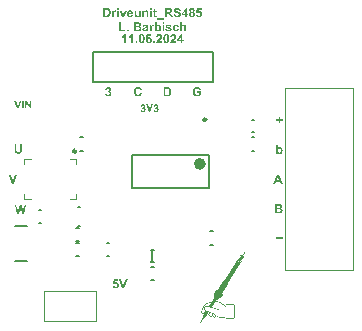
<source format=gto>
G04*
G04 #@! TF.GenerationSoftware,Altium Limited,Altium Designer,23.3.1 (30)*
G04*
G04 Layer_Color=16777215*
%FSLAX43Y43*%
%MOMM*%
G71*
G04*
G04 #@! TF.SameCoordinates,9844E55F-96F2-4D63-9416-53F8DD85CCA4*
G04*
G04*
G04 #@! TF.FilePolarity,Positive*
G04*
G01*
G75*
%ADD10C,0.500*%
%ADD11C,0.250*%
%ADD12C,0.150*%
%ADD13C,0.200*%
%ADD14C,0.100*%
G36*
X7824Y-6123D02*
X7830D01*
Y-6128D01*
X7840D01*
Y-6133D01*
X7846D01*
Y-6139D01*
X7856D01*
Y-6144D01*
X7867D01*
Y-6149D01*
X7872D01*
Y-6155D01*
X7883D01*
Y-6165D01*
X7877D01*
Y-6171D01*
X7872D01*
Y-6181D01*
X7867D01*
Y-6192D01*
X7861D01*
Y-6197D01*
X7856D01*
Y-6208D01*
X7851D01*
Y-6213D01*
X7846D01*
Y-6224D01*
X7840D01*
Y-6229D01*
X7835D01*
Y-6240D01*
X7830D01*
Y-6250D01*
X7824D01*
Y-6256D01*
X7819D01*
Y-6266D01*
X7814D01*
Y-6272D01*
X7808D01*
Y-6282D01*
X7803D01*
Y-6293D01*
X7798D01*
Y-6298D01*
X7792D01*
Y-6309D01*
X7787D01*
Y-6314D01*
X7782D01*
Y-6325D01*
X7776D01*
Y-6330D01*
X7771D01*
Y-6341D01*
X7766D01*
Y-6351D01*
X7760D01*
Y-6357D01*
X7755D01*
Y-6367D01*
X7750D01*
Y-6373D01*
X7744D01*
Y-6383D01*
X7739D01*
Y-6389D01*
X7734D01*
Y-6399D01*
X7729D01*
Y-6410D01*
X7723D01*
Y-6415D01*
X7718D01*
Y-6426D01*
X7713D01*
Y-6431D01*
X7707D01*
Y-6442D01*
X7702D01*
Y-6452D01*
X7697D01*
Y-6458D01*
X7691D01*
Y-6452D01*
X7686D01*
Y-6447D01*
X7675D01*
Y-6442D01*
X7665D01*
Y-6437D01*
X7659D01*
Y-6431D01*
X7649D01*
Y-6426D01*
X7643D01*
Y-6421D01*
X7633D01*
Y-6415D01*
X7627D01*
Y-6405D01*
X7633D01*
Y-6399D01*
X7638D01*
Y-6389D01*
X7643D01*
Y-6383D01*
X7649D01*
Y-6373D01*
X7654D01*
Y-6362D01*
X7659D01*
Y-6357D01*
X7665D01*
Y-6346D01*
X7670D01*
Y-6341D01*
X7675D01*
Y-6330D01*
X7681D01*
Y-6325D01*
X7686D01*
Y-6314D01*
X7691D01*
Y-6304D01*
X7697D01*
Y-6298D01*
X7702D01*
Y-6288D01*
X7707D01*
Y-6282D01*
X7713D01*
Y-6272D01*
X7718D01*
Y-6261D01*
X7723D01*
Y-6256D01*
X7729D01*
Y-6245D01*
X7734D01*
Y-6240D01*
X7739D01*
Y-6229D01*
X7744D01*
Y-6224D01*
X7750D01*
Y-6213D01*
X7755D01*
Y-6203D01*
X7760D01*
Y-6197D01*
X7766D01*
Y-6187D01*
X7771D01*
Y-6181D01*
X7776D01*
Y-6171D01*
X7782D01*
Y-6160D01*
X7787D01*
Y-6155D01*
X7792D01*
Y-6144D01*
X7798D01*
Y-6139D01*
X7803D01*
Y-6128D01*
X7808D01*
Y-6123D01*
X7814D01*
Y-6117D01*
X7824D01*
Y-6123D01*
D02*
G37*
G36*
X7526Y-6394D02*
X7542D01*
Y-6399D01*
X7553D01*
Y-6405D01*
X7558D01*
Y-6410D01*
X7569D01*
Y-6415D01*
X7580D01*
Y-6421D01*
X7585D01*
Y-6426D01*
X7596D01*
Y-6431D01*
X7601D01*
Y-6437D01*
X7612D01*
Y-6442D01*
X7617D01*
Y-6447D01*
X7627D01*
Y-6452D01*
X7638D01*
Y-6458D01*
X7643D01*
Y-6463D01*
X7654D01*
Y-6468D01*
X7659D01*
Y-6474D01*
X7670D01*
Y-6479D01*
X7681D01*
Y-6484D01*
X7686D01*
Y-6490D01*
X7697D01*
Y-6495D01*
X7702D01*
Y-6500D01*
X7713D01*
Y-6506D01*
X7718D01*
Y-6511D01*
X7729D01*
Y-6516D01*
X7739D01*
Y-6522D01*
X7744D01*
Y-6527D01*
X7755D01*
Y-6538D01*
X7760D01*
Y-6554D01*
X7766D01*
Y-6564D01*
X7771D01*
Y-6580D01*
X7766D01*
Y-6585D01*
X7771D01*
Y-6591D01*
X7766D01*
Y-6607D01*
X7760D01*
Y-6612D01*
X7755D01*
Y-6617D01*
X7744D01*
Y-6607D01*
X7729D01*
Y-6596D01*
X7723D01*
Y-6591D01*
X7713D01*
Y-6585D01*
X7707D01*
Y-6580D01*
X7697D01*
Y-6575D01*
X7675D01*
Y-6580D01*
X7670D01*
Y-6591D01*
X7665D01*
Y-6596D01*
X7659D01*
Y-6601D01*
X7665D01*
Y-6607D01*
X7670D01*
Y-6612D01*
X7681D01*
Y-6617D01*
X7686D01*
Y-6623D01*
X7697D01*
Y-6628D01*
X7707D01*
Y-6633D01*
X7713D01*
Y-6639D01*
X7723D01*
Y-6644D01*
X7729D01*
Y-6649D01*
X7734D01*
Y-6660D01*
X7729D01*
Y-6665D01*
X7723D01*
Y-6676D01*
X7718D01*
Y-6681D01*
X7713D01*
Y-6692D01*
X7707D01*
Y-6702D01*
X7702D01*
Y-6708D01*
X7697D01*
Y-6713D01*
X7686D01*
Y-6708D01*
X7681D01*
Y-6702D01*
X7670D01*
Y-6697D01*
X7665D01*
Y-6692D01*
X7654D01*
Y-6687D01*
X7643D01*
Y-6681D01*
X7638D01*
Y-6676D01*
X7627D01*
Y-6671D01*
X7622D01*
Y-6665D01*
X7617D01*
Y-6676D01*
X7612D01*
Y-6681D01*
X7606D01*
Y-6692D01*
X7601D01*
Y-6697D01*
X7606D01*
Y-6702D01*
X7612D01*
Y-6708D01*
X7622D01*
Y-6713D01*
X7633D01*
Y-6718D01*
X7638D01*
Y-6724D01*
X7649D01*
Y-6729D01*
X7654D01*
Y-6734D01*
X7665D01*
Y-6740D01*
X7670D01*
Y-6745D01*
X7675D01*
Y-6750D01*
X7670D01*
Y-6761D01*
X7665D01*
Y-6766D01*
X7659D01*
Y-6777D01*
X7654D01*
Y-6782D01*
X7649D01*
Y-6793D01*
X7643D01*
Y-6804D01*
X7638D01*
Y-6809D01*
X7627D01*
Y-6804D01*
X7622D01*
Y-6798D01*
X7612D01*
Y-6793D01*
X7606D01*
Y-6788D01*
X7596D01*
Y-6782D01*
X7590D01*
Y-6777D01*
X7580D01*
Y-6772D01*
X7569D01*
Y-6766D01*
X7564D01*
Y-6761D01*
X7558D01*
Y-6766D01*
X7553D01*
Y-6777D01*
X7548D01*
Y-6782D01*
X7542D01*
Y-6798D01*
X7548D01*
Y-6804D01*
X7553D01*
Y-6809D01*
X7564D01*
Y-6814D01*
X7569D01*
Y-6819D01*
X7580D01*
Y-6825D01*
X7590D01*
Y-6830D01*
X7596D01*
Y-6835D01*
X7612D01*
Y-6851D01*
X7606D01*
Y-6862D01*
X7601D01*
Y-6867D01*
X7596D01*
Y-6878D01*
X7590D01*
Y-6883D01*
X7585D01*
Y-6894D01*
X7580D01*
Y-6899D01*
X7564D01*
Y-6894D01*
X7558D01*
Y-6889D01*
X7548D01*
Y-6883D01*
X7537D01*
Y-6878D01*
X7532D01*
Y-6873D01*
X7521D01*
Y-6867D01*
X7516D01*
Y-6862D01*
X7505D01*
Y-6857D01*
X7495D01*
Y-6867D01*
X7489D01*
Y-6878D01*
X7484D01*
Y-6883D01*
X7479D01*
Y-6894D01*
X7489D01*
Y-6899D01*
X7495D01*
Y-6905D01*
X7505D01*
Y-6910D01*
X7516D01*
Y-6915D01*
X7521D01*
Y-6921D01*
X7532D01*
Y-6926D01*
X7537D01*
Y-6931D01*
X7548D01*
Y-6936D01*
X7553D01*
Y-6942D01*
X7548D01*
Y-6952D01*
X7542D01*
Y-6963D01*
X7537D01*
Y-6968D01*
X7532D01*
Y-6979D01*
X7526D01*
Y-6984D01*
X7521D01*
Y-6995D01*
X7510D01*
Y-7000D01*
X7505D01*
Y-6995D01*
X7495D01*
Y-6990D01*
X7489D01*
Y-6984D01*
X7479D01*
Y-6979D01*
X7473D01*
Y-6974D01*
X7463D01*
Y-6968D01*
X7457D01*
Y-6963D01*
X7447D01*
Y-6958D01*
X7431D01*
Y-6968D01*
X7425D01*
Y-6979D01*
X7420D01*
Y-6990D01*
X7431D01*
Y-6995D01*
X7441D01*
Y-7000D01*
X7447D01*
Y-7006D01*
X7457D01*
Y-7011D01*
X7463D01*
Y-7016D01*
X7473D01*
Y-7022D01*
X7479D01*
Y-7027D01*
X7489D01*
Y-7032D01*
X7495D01*
Y-7038D01*
X7489D01*
Y-7043D01*
X7484D01*
Y-7053D01*
X7479D01*
Y-7064D01*
X7473D01*
Y-7069D01*
X7468D01*
Y-7080D01*
X7463D01*
Y-7085D01*
X7457D01*
Y-7096D01*
X7447D01*
Y-7091D01*
X7441D01*
Y-7085D01*
X7431D01*
Y-7080D01*
X7420D01*
Y-7075D01*
X7415D01*
Y-7069D01*
X7404D01*
Y-7064D01*
X7399D01*
Y-7059D01*
X7388D01*
Y-7053D01*
X7383D01*
Y-7048D01*
X7372D01*
Y-7043D01*
X7362D01*
Y-7038D01*
X7356D01*
Y-7032D01*
X7346D01*
Y-7027D01*
X7340D01*
Y-7022D01*
X7330D01*
Y-7016D01*
X7319D01*
Y-7011D01*
X7314D01*
Y-7006D01*
X7303D01*
Y-7000D01*
X7298D01*
Y-6995D01*
X7287D01*
Y-6990D01*
X7282D01*
Y-6984D01*
X7271D01*
Y-6979D01*
X7260D01*
Y-6974D01*
X7255D01*
Y-6968D01*
X7245D01*
Y-6963D01*
X7239D01*
Y-6958D01*
X7229D01*
Y-6952D01*
X7218D01*
Y-6947D01*
X7213D01*
Y-6942D01*
X7202D01*
Y-6936D01*
X7197D01*
Y-6931D01*
X7186D01*
Y-6926D01*
X7181D01*
Y-6921D01*
X7170D01*
Y-6915D01*
X7159D01*
Y-6910D01*
X7154D01*
Y-6894D01*
X7159D01*
Y-6889D01*
X7165D01*
Y-6878D01*
X7170D01*
Y-6873D01*
X7175D01*
Y-6862D01*
X7181D01*
Y-6857D01*
X7186D01*
Y-6846D01*
X7191D01*
Y-6841D01*
X7197D01*
Y-6846D01*
X7202D01*
Y-6851D01*
X7213D01*
Y-6857D01*
X7218D01*
Y-6862D01*
X7229D01*
Y-6867D01*
X7239D01*
Y-6873D01*
X7245D01*
Y-6878D01*
X7255D01*
Y-6883D01*
X7260D01*
Y-6889D01*
X7271D01*
Y-6878D01*
X7276D01*
Y-6873D01*
X7282D01*
Y-6862D01*
X7287D01*
Y-6857D01*
X7276D01*
Y-6846D01*
X7266D01*
Y-6841D01*
X7255D01*
Y-6835D01*
X7245D01*
Y-6830D01*
X7234D01*
Y-6825D01*
X7229D01*
Y-6819D01*
X7218D01*
Y-6814D01*
X7213D01*
Y-6804D01*
X7218D01*
Y-6793D01*
X7223D01*
Y-6788D01*
X7229D01*
Y-6777D01*
X7234D01*
Y-6772D01*
X7239D01*
Y-6761D01*
X7245D01*
Y-6756D01*
X7250D01*
Y-6750D01*
X7260D01*
Y-6756D01*
X7271D01*
Y-6761D01*
X7276D01*
Y-6766D01*
X7287D01*
Y-6772D01*
X7292D01*
Y-6777D01*
X7303D01*
Y-6782D01*
X7314D01*
Y-6788D01*
X7319D01*
Y-6793D01*
X7330D01*
Y-6788D01*
X7335D01*
Y-6777D01*
X7340D01*
Y-6772D01*
X7346D01*
Y-6756D01*
X7335D01*
Y-6750D01*
X7330D01*
Y-6745D01*
X7319D01*
Y-6740D01*
X7314D01*
Y-6734D01*
X7303D01*
Y-6729D01*
X7298D01*
Y-6724D01*
X7287D01*
Y-6718D01*
X7276D01*
Y-6702D01*
X7282D01*
Y-6692D01*
X7287D01*
Y-6687D01*
X7292D01*
Y-6676D01*
X7298D01*
Y-6671D01*
X7303D01*
Y-6660D01*
X7308D01*
Y-6655D01*
X7314D01*
Y-6649D01*
X7319D01*
Y-6660D01*
X7330D01*
Y-6665D01*
X7335D01*
Y-6671D01*
X7346D01*
Y-6676D01*
X7351D01*
Y-6681D01*
X7362D01*
Y-6687D01*
X7367D01*
Y-6692D01*
X7388D01*
Y-6697D01*
X7393D01*
Y-6687D01*
X7399D01*
Y-6681D01*
X7404D01*
Y-6671D01*
X7409D01*
Y-6665D01*
X7404D01*
Y-6660D01*
X7393D01*
Y-6655D01*
X7388D01*
Y-6649D01*
X7377D01*
Y-6644D01*
X7372D01*
Y-6639D01*
X7362D01*
Y-6633D01*
X7351D01*
Y-6628D01*
X7346D01*
Y-6623D01*
X7335D01*
Y-6612D01*
X7340D01*
Y-6601D01*
X7346D01*
Y-6596D01*
X7351D01*
Y-6585D01*
X7356D01*
Y-6575D01*
X7362D01*
Y-6569D01*
X7367D01*
Y-6559D01*
X7372D01*
Y-6554D01*
X7377D01*
Y-6559D01*
X7388D01*
Y-6564D01*
X7393D01*
Y-6569D01*
X7404D01*
Y-6575D01*
X7409D01*
Y-6580D01*
X7420D01*
Y-6585D01*
X7431D01*
Y-6591D01*
X7436D01*
Y-6596D01*
X7447D01*
Y-6601D01*
X7452D01*
Y-6596D01*
X7457D01*
Y-6585D01*
X7463D01*
Y-6580D01*
X7468D01*
Y-6569D01*
X7463D01*
Y-6564D01*
X7452D01*
Y-6559D01*
X7441D01*
Y-6554D01*
X7436D01*
Y-6548D01*
X7425D01*
Y-6543D01*
X7420D01*
Y-6538D01*
X7409D01*
Y-6532D01*
X7404D01*
Y-6527D01*
X7393D01*
Y-6516D01*
X7399D01*
Y-6511D01*
X7404D01*
Y-6500D01*
X7409D01*
Y-6495D01*
X7415D01*
Y-6484D01*
X7420D01*
Y-6474D01*
X7425D01*
Y-6468D01*
X7431D01*
Y-6463D01*
X7441D01*
Y-6468D01*
X7452D01*
Y-6474D01*
X7463D01*
Y-6479D01*
X7468D01*
Y-6484D01*
X7479D01*
Y-6490D01*
X7484D01*
Y-6495D01*
X7495D01*
Y-6500D01*
X7505D01*
Y-6506D01*
X7510D01*
Y-6500D01*
X7516D01*
Y-6495D01*
X7521D01*
Y-6484D01*
X7526D01*
Y-6474D01*
X7521D01*
Y-6468D01*
X7510D01*
Y-6458D01*
X7505D01*
Y-6452D01*
X7495D01*
Y-6447D01*
X7484D01*
Y-6442D01*
X7479D01*
Y-6437D01*
X7457D01*
Y-6431D01*
X7452D01*
Y-6426D01*
X7457D01*
Y-6415D01*
X7463D01*
Y-6410D01*
X7468D01*
Y-6405D01*
X7473D01*
Y-6399D01*
X7484D01*
Y-6394D01*
X7505D01*
Y-6389D01*
X7526D01*
Y-6394D01*
D02*
G37*
G36*
X7149Y-6931D02*
X7159D01*
Y-6936D01*
X7170D01*
Y-6942D01*
X7175D01*
Y-6947D01*
X7186D01*
Y-6952D01*
X7191D01*
Y-6958D01*
X7202D01*
Y-6963D01*
X7207D01*
Y-6968D01*
X7218D01*
Y-6974D01*
X7229D01*
Y-6979D01*
X7234D01*
Y-6984D01*
X7245D01*
Y-6990D01*
X7250D01*
Y-6995D01*
X7260D01*
Y-7000D01*
X7266D01*
Y-7006D01*
X7276D01*
Y-7011D01*
X7287D01*
Y-7016D01*
X7292D01*
Y-7022D01*
X7303D01*
Y-7027D01*
X7308D01*
Y-7032D01*
X7319D01*
Y-7038D01*
X7330D01*
Y-7043D01*
X7335D01*
Y-7048D01*
X7346D01*
Y-7053D01*
X7351D01*
Y-7059D01*
X7362D01*
Y-7064D01*
X7367D01*
Y-7069D01*
X7377D01*
Y-7075D01*
X7388D01*
Y-7080D01*
X7393D01*
Y-7085D01*
X7404D01*
Y-7091D01*
X7409D01*
Y-7096D01*
X7420D01*
Y-7101D01*
X7431D01*
Y-7107D01*
X7436D01*
Y-7112D01*
X7441D01*
Y-7123D01*
X7436D01*
Y-7128D01*
X7431D01*
Y-7139D01*
X7425D01*
Y-7144D01*
X7420D01*
Y-7155D01*
X7415D01*
Y-7165D01*
X7409D01*
Y-7170D01*
X7404D01*
Y-7181D01*
X7399D01*
Y-7186D01*
X7393D01*
Y-7197D01*
X7388D01*
Y-7202D01*
X7383D01*
Y-7213D01*
X7377D01*
Y-7224D01*
X7372D01*
Y-7229D01*
X7367D01*
Y-7240D01*
X7362D01*
Y-7245D01*
X7356D01*
Y-7256D01*
X7351D01*
Y-7266D01*
X7346D01*
Y-7272D01*
X7340D01*
Y-7282D01*
X7335D01*
Y-7287D01*
X7330D01*
Y-7298D01*
X7324D01*
Y-7303D01*
X7319D01*
Y-7314D01*
X7314D01*
Y-7325D01*
X7308D01*
Y-7330D01*
X7303D01*
Y-7341D01*
X7298D01*
Y-7346D01*
X7292D01*
Y-7357D01*
X7287D01*
Y-7367D01*
X7282D01*
Y-7373D01*
X7276D01*
Y-7383D01*
X7271D01*
Y-7389D01*
X7266D01*
Y-7399D01*
X7260D01*
Y-7405D01*
X7255D01*
Y-7415D01*
X7250D01*
Y-7426D01*
X7245D01*
Y-7431D01*
X7239D01*
Y-7442D01*
X7234D01*
Y-7447D01*
X7229D01*
Y-7458D01*
X7223D01*
Y-7468D01*
X7218D01*
Y-7474D01*
X7213D01*
Y-7484D01*
X7207D01*
Y-7490D01*
X7202D01*
Y-7500D01*
X7197D01*
Y-7506D01*
X7191D01*
Y-7516D01*
X7186D01*
Y-7527D01*
X7181D01*
Y-7532D01*
X7175D01*
Y-7543D01*
X7170D01*
Y-7548D01*
X7165D01*
Y-7559D01*
X7159D01*
Y-7564D01*
X7154D01*
Y-7575D01*
X7149D01*
Y-7585D01*
X7143D01*
Y-7591D01*
X7138D01*
Y-7601D01*
X7133D01*
Y-7607D01*
X7128D01*
Y-7617D01*
X7122D01*
Y-7628D01*
X7117D01*
Y-7633D01*
X7112D01*
Y-7644D01*
X7106D01*
Y-7649D01*
X7101D01*
Y-7660D01*
X7096D01*
Y-7665D01*
X7090D01*
Y-7676D01*
X7085D01*
Y-7686D01*
X7080D01*
Y-7692D01*
X7074D01*
Y-7702D01*
X7069D01*
Y-7708D01*
X7064D01*
Y-7718D01*
X7058D01*
Y-7729D01*
X7053D01*
Y-7734D01*
X7048D01*
Y-7745D01*
X7042D01*
Y-7750D01*
X7037D01*
Y-7761D01*
X7032D01*
Y-7766D01*
X7026D01*
Y-7777D01*
X7021D01*
Y-7787D01*
X7016D01*
Y-7793D01*
X7011D01*
Y-7803D01*
X7005D01*
Y-7809D01*
X7000D01*
Y-7819D01*
X6995D01*
Y-7830D01*
X6989D01*
Y-7835D01*
X6984D01*
Y-7846D01*
X6979D01*
Y-7851D01*
X6973D01*
Y-7862D01*
X6968D01*
Y-7867D01*
X6963D01*
Y-7878D01*
X6957D01*
Y-7888D01*
X6952D01*
Y-7894D01*
X6947D01*
Y-7904D01*
X6941D01*
Y-7910D01*
X6936D01*
Y-7920D01*
X6931D01*
Y-7926D01*
X6925D01*
Y-7936D01*
X6920D01*
Y-7947D01*
X6915D01*
Y-7952D01*
X6909D01*
Y-7963D01*
X6904D01*
Y-7968D01*
X6899D01*
Y-7979D01*
X6894D01*
Y-7990D01*
X6888D01*
Y-7995D01*
X6883D01*
Y-8005D01*
X6878D01*
Y-8011D01*
X6872D01*
Y-8021D01*
X6867D01*
Y-8027D01*
X6862D01*
Y-8037D01*
X6856D01*
Y-8048D01*
X6851D01*
Y-8053D01*
X6846D01*
Y-8064D01*
X6840D01*
Y-8069D01*
X6835D01*
Y-8080D01*
X6830D01*
Y-8091D01*
X6824D01*
Y-8096D01*
X6819D01*
Y-8107D01*
X6814D01*
Y-8112D01*
X6808D01*
Y-8123D01*
X6803D01*
Y-8128D01*
X6798D01*
Y-8138D01*
X6792D01*
Y-8149D01*
X6787D01*
Y-8154D01*
X6782D01*
Y-8165D01*
X6777D01*
Y-8170D01*
X6771D01*
Y-8181D01*
X6766D01*
Y-8192D01*
X6761D01*
Y-8197D01*
X6755D01*
Y-8208D01*
X6750D01*
Y-8213D01*
X6745D01*
Y-8224D01*
X6739D01*
Y-8229D01*
X6734D01*
Y-8240D01*
X6729D01*
Y-8250D01*
X6723D01*
Y-8255D01*
X6718D01*
Y-8266D01*
X6713D01*
Y-8271D01*
X6707D01*
Y-8282D01*
X6702D01*
Y-8287D01*
X6697D01*
Y-8298D01*
X6691D01*
Y-8309D01*
X6686D01*
Y-8314D01*
X6681D01*
Y-8325D01*
X6675D01*
Y-8330D01*
X6670D01*
Y-8341D01*
X6665D01*
Y-8351D01*
X6659D01*
Y-8357D01*
X6654D01*
Y-8367D01*
X6649D01*
Y-8372D01*
X6644D01*
Y-8383D01*
X6638D01*
Y-8388D01*
X6633D01*
Y-8399D01*
X6628D01*
Y-8410D01*
X6622D01*
Y-8415D01*
X6617D01*
Y-8426D01*
X6612D01*
Y-8431D01*
X6606D01*
Y-8442D01*
X6601D01*
Y-8452D01*
X6596D01*
Y-8458D01*
X6590D01*
Y-8468D01*
X6585D01*
Y-8474D01*
X6580D01*
Y-8484D01*
X6574D01*
Y-8489D01*
X6569D01*
Y-8500D01*
X6564D01*
Y-8511D01*
X6558D01*
Y-8516D01*
X6553D01*
Y-8527D01*
X6548D01*
Y-8532D01*
X6542D01*
Y-8543D01*
X6537D01*
Y-8553D01*
X6532D01*
Y-8559D01*
X6527D01*
Y-8569D01*
X6521D01*
Y-8575D01*
X6516D01*
Y-8585D01*
X6511D01*
Y-8591D01*
X6505D01*
Y-8601D01*
X6500D01*
Y-8612D01*
X6495D01*
Y-8617D01*
X6489D01*
Y-8628D01*
X6484D01*
Y-8633D01*
X6479D01*
Y-8644D01*
X6473D01*
Y-8649D01*
X6468D01*
Y-8660D01*
X6463D01*
Y-8670D01*
X6457D01*
Y-8676D01*
X6452D01*
Y-8686D01*
X6447D01*
Y-8692D01*
X6441D01*
Y-8702D01*
X6436D01*
Y-8713D01*
X6431D01*
Y-8718D01*
X6425D01*
Y-8729D01*
X6420D01*
Y-8734D01*
X6415D01*
Y-8745D01*
X6410D01*
Y-8750D01*
X6404D01*
Y-8761D01*
X6399D01*
Y-8771D01*
X6394D01*
Y-8777D01*
X6388D01*
Y-8787D01*
X6383D01*
Y-8793D01*
X6378D01*
Y-8803D01*
X6372D01*
Y-8814D01*
X6367D01*
Y-8819D01*
X6362D01*
Y-8830D01*
X6356D01*
Y-8835D01*
X6351D01*
Y-8840D01*
X6356D01*
Y-8862D01*
X6362D01*
Y-8888D01*
X6367D01*
Y-8915D01*
X6372D01*
Y-8920D01*
X6367D01*
Y-8931D01*
X6362D01*
Y-8936D01*
X6356D01*
Y-8947D01*
X6351D01*
Y-8952D01*
X6346D01*
Y-8963D01*
X6340D01*
Y-8973D01*
X6335D01*
Y-8979D01*
X6330D01*
Y-8989D01*
X6324D01*
Y-8995D01*
X6319D01*
Y-9005D01*
X6314D01*
Y-9016D01*
X6308D01*
Y-9021D01*
X6303D01*
Y-9032D01*
X6298D01*
Y-9037D01*
X6293D01*
Y-9048D01*
X6287D01*
Y-9053D01*
X6282D01*
Y-9064D01*
X6277D01*
Y-9075D01*
X6271D01*
Y-9080D01*
X6266D01*
Y-9090D01*
X6261D01*
Y-9096D01*
X6255D01*
Y-9106D01*
X6250D01*
Y-9112D01*
X6245D01*
Y-9122D01*
X6239D01*
Y-9133D01*
X6234D01*
Y-9138D01*
X6229D01*
Y-9149D01*
X6223D01*
Y-9154D01*
X6218D01*
Y-9165D01*
X6213D01*
Y-9176D01*
X6207D01*
Y-9181D01*
X6202D01*
Y-9192D01*
X6197D01*
Y-9197D01*
X6191D01*
Y-9207D01*
X6186D01*
Y-9213D01*
X6181D01*
Y-9223D01*
X6176D01*
Y-9234D01*
X6170D01*
Y-9239D01*
X6165D01*
Y-9250D01*
X6160D01*
Y-9255D01*
X6154D01*
Y-9266D01*
X6149D01*
Y-9277D01*
X6144D01*
Y-9282D01*
X6138D01*
Y-9293D01*
X6133D01*
Y-9298D01*
X6128D01*
Y-9309D01*
X6122D01*
Y-9314D01*
X6117D01*
Y-9324D01*
X6112D01*
Y-9335D01*
X6106D01*
Y-9340D01*
X6101D01*
Y-9351D01*
X6096D01*
Y-9356D01*
X6090D01*
Y-9367D01*
X6085D01*
Y-9378D01*
X6080D01*
Y-9383D01*
X6074D01*
Y-9394D01*
X6069D01*
Y-9399D01*
X6064D01*
Y-9410D01*
X6058D01*
Y-9415D01*
X6053D01*
Y-9426D01*
X6048D01*
Y-9436D01*
X6043D01*
Y-9441D01*
X6037D01*
Y-9452D01*
X6032D01*
Y-9457D01*
X6027D01*
Y-9468D01*
X6021D01*
Y-9473D01*
X6016D01*
Y-9484D01*
X6011D01*
Y-9495D01*
X6005D01*
Y-9500D01*
X6000D01*
Y-9511D01*
X5995D01*
Y-9516D01*
X5989D01*
Y-9527D01*
X5984D01*
Y-9537D01*
X5979D01*
Y-9543D01*
X5973D01*
Y-9553D01*
X5968D01*
Y-9559D01*
X5963D01*
Y-9569D01*
X5957D01*
Y-9574D01*
X5952D01*
Y-9585D01*
X5947D01*
Y-9596D01*
X5942D01*
Y-9601D01*
X5936D01*
Y-9612D01*
X5931D01*
Y-9617D01*
X5926D01*
Y-9628D01*
X5920D01*
Y-9638D01*
X5915D01*
Y-9644D01*
X5910D01*
Y-9654D01*
X5904D01*
Y-9665D01*
X5910D01*
Y-9686D01*
X5915D01*
Y-9713D01*
X5920D01*
Y-9734D01*
X5926D01*
Y-9761D01*
X5931D01*
Y-9782D01*
X5936D01*
Y-9808D01*
X5942D01*
Y-9830D01*
X5947D01*
Y-9851D01*
X5952D01*
Y-9856D01*
X5947D01*
Y-9862D01*
X5942D01*
Y-9872D01*
X5936D01*
Y-9878D01*
X5931D01*
Y-9888D01*
X5926D01*
Y-9894D01*
X5920D01*
Y-9904D01*
X5915D01*
Y-9915D01*
X5910D01*
Y-9920D01*
X5904D01*
Y-9931D01*
X5899D01*
Y-9936D01*
X5883D01*
Y-9941D01*
X5862D01*
Y-9947D01*
X5840D01*
Y-9952D01*
X5809D01*
Y-9957D01*
X5798D01*
Y-9968D01*
X5793D01*
Y-9979D01*
X5787D01*
Y-9984D01*
X5782D01*
Y-9995D01*
X5777D01*
Y-10000D01*
X5771D01*
Y-10011D01*
X5766D01*
Y-10021D01*
X5761D01*
Y-10027D01*
X5755D01*
Y-10037D01*
X5750D01*
Y-10042D01*
X5745D01*
Y-10053D01*
X5739D01*
Y-10058D01*
X5697D01*
Y-10064D01*
X5681D01*
Y-10069D01*
X5670D01*
Y-10074D01*
X5660D01*
Y-10069D01*
X5654D01*
Y-10074D01*
X5644D01*
Y-10080D01*
X5622D01*
Y-10085D01*
X5612D01*
Y-10096D01*
X5606D01*
Y-10101D01*
X5601D01*
Y-10112D01*
X5596D01*
Y-10117D01*
X5590D01*
Y-10128D01*
X5585D01*
Y-10138D01*
X5580D01*
Y-10144D01*
X5575D01*
Y-10154D01*
X5569D01*
Y-10159D01*
X5564D01*
Y-10170D01*
X5559D01*
Y-10175D01*
X5553D01*
Y-10186D01*
X5527D01*
Y-10191D01*
X5500D01*
Y-10197D01*
X5479D01*
Y-10202D01*
X5458D01*
Y-10207D01*
X5436D01*
Y-10213D01*
X5415D01*
Y-10218D01*
X5410D01*
Y-10223D01*
X5404D01*
Y-10234D01*
X5399D01*
Y-10239D01*
X5394D01*
Y-10250D01*
X5388D01*
Y-10261D01*
X5383D01*
Y-10266D01*
X5378D01*
Y-10276D01*
X5372D01*
Y-10282D01*
X5367D01*
Y-10292D01*
X5362D01*
Y-10298D01*
X5356D01*
Y-10308D01*
X5351D01*
Y-10319D01*
X5346D01*
Y-10324D01*
X5340D01*
Y-10335D01*
X5335D01*
Y-10340D01*
X5426D01*
Y-10346D01*
X5431D01*
Y-10340D01*
X5436D01*
Y-10346D01*
X5479D01*
Y-10351D01*
X5495D01*
Y-10356D01*
X5527D01*
Y-10362D01*
X5548D01*
Y-10367D01*
X5575D01*
Y-10372D01*
X5590D01*
Y-10378D01*
X5601D01*
Y-10383D01*
X5622D01*
Y-10388D01*
X5633D01*
Y-10394D01*
X5644D01*
Y-10399D01*
X5654D01*
Y-10404D01*
X5665D01*
Y-10409D01*
X5681D01*
Y-10415D01*
X5692D01*
Y-10420D01*
X5702D01*
Y-10425D01*
X5713D01*
Y-10431D01*
X5718D01*
Y-10436D01*
X5734D01*
Y-10441D01*
X5739D01*
Y-10447D01*
X5750D01*
Y-10452D01*
X5761D01*
Y-10457D01*
X5771D01*
Y-10463D01*
X5777D01*
Y-10468D01*
X5787D01*
Y-10473D01*
X5798D01*
Y-10479D01*
X5809D01*
Y-10484D01*
X5814D01*
Y-10489D01*
X5824D01*
Y-10495D01*
X5835D01*
Y-10500D01*
X5840D01*
Y-10505D01*
X5851D01*
Y-10511D01*
X5862D01*
Y-10516D01*
X5867D01*
Y-10521D01*
X5878D01*
Y-10526D01*
X5888D01*
Y-10532D01*
X5894D01*
Y-10537D01*
X5904D01*
Y-10542D01*
X5915D01*
Y-10548D01*
X5920D01*
Y-10553D01*
X5926D01*
Y-10558D01*
X5936D01*
Y-10564D01*
X5947D01*
Y-10569D01*
X5952D01*
Y-10574D01*
X5963D01*
Y-10580D01*
X5968D01*
Y-10585D01*
X5979D01*
Y-10590D01*
X5984D01*
Y-10596D01*
X5995D01*
Y-10601D01*
X6000D01*
Y-10606D01*
X6011D01*
Y-10612D01*
X6016D01*
Y-10617D01*
X6027D01*
Y-10622D01*
X6032D01*
Y-10628D01*
X6043D01*
Y-10633D01*
X6048D01*
Y-10638D01*
X6053D01*
Y-10643D01*
X6064D01*
Y-10649D01*
X6074D01*
Y-10654D01*
X6080D01*
Y-10659D01*
X6090D01*
Y-10665D01*
X6096D01*
Y-10670D01*
X6101D01*
Y-10675D01*
X6112D01*
Y-10681D01*
X6117D01*
Y-10686D01*
X6128D01*
Y-10691D01*
X6133D01*
Y-10697D01*
X6138D01*
Y-10702D01*
X6149D01*
Y-10707D01*
X6154D01*
Y-10713D01*
X6160D01*
Y-10718D01*
X6170D01*
Y-10723D01*
X6181D01*
Y-10681D01*
X6186D01*
Y-10659D01*
X6191D01*
Y-10649D01*
X6197D01*
Y-10638D01*
X6202D01*
Y-10628D01*
X6213D01*
Y-10617D01*
X6223D01*
Y-10612D01*
X6234D01*
Y-10606D01*
X6239D01*
Y-10601D01*
X6250D01*
Y-10596D01*
X6867D01*
Y-10601D01*
X6883D01*
Y-10606D01*
X6894D01*
Y-10612D01*
X6899D01*
Y-10617D01*
X6909D01*
Y-10622D01*
X6915D01*
Y-10628D01*
X6920D01*
Y-10638D01*
X6925D01*
Y-10643D01*
X6931D01*
Y-10659D01*
X6936D01*
Y-10675D01*
X6941D01*
Y-11734D01*
X6936D01*
Y-11755D01*
X6931D01*
Y-11766D01*
X6925D01*
Y-11776D01*
X6920D01*
Y-11782D01*
X6915D01*
Y-11792D01*
X6909D01*
Y-11798D01*
X6899D01*
Y-11803D01*
X6894D01*
Y-11808D01*
X6883D01*
Y-11814D01*
X6867D01*
Y-11819D01*
X6255D01*
Y-11814D01*
X6239D01*
Y-11808D01*
X6229D01*
Y-11803D01*
X6223D01*
Y-11798D01*
X6218D01*
Y-11792D01*
X6213D01*
Y-11787D01*
X6207D01*
Y-11782D01*
X6202D01*
Y-11776D01*
X6197D01*
Y-11766D01*
X6191D01*
Y-11755D01*
X6186D01*
Y-11739D01*
X6181D01*
Y-11702D01*
X6160D01*
Y-11707D01*
X6138D01*
Y-11712D01*
X6117D01*
Y-11718D01*
X6096D01*
Y-11723D01*
X6069D01*
Y-11728D01*
X6037D01*
Y-11734D01*
X6005D01*
Y-11739D01*
X5952D01*
Y-11744D01*
X5766D01*
Y-11739D01*
X5713D01*
Y-11734D01*
X5681D01*
Y-11728D01*
X5654D01*
Y-11723D01*
X5628D01*
Y-11718D01*
X5612D01*
Y-11712D01*
X5590D01*
Y-11707D01*
X5569D01*
Y-11702D01*
X5553D01*
Y-11697D01*
X5543D01*
Y-11691D01*
X5527D01*
Y-11686D01*
X5511D01*
Y-11681D01*
X5500D01*
Y-11675D01*
X5484D01*
Y-11670D01*
X5473D01*
Y-11665D01*
X5463D01*
Y-11659D01*
X5452D01*
Y-11654D01*
X5442D01*
Y-11649D01*
X5431D01*
Y-11643D01*
X5426D01*
Y-11638D01*
X5415D01*
Y-11633D01*
X5404D01*
Y-11627D01*
X5399D01*
Y-11633D01*
X5394D01*
Y-11643D01*
X5388D01*
Y-11649D01*
X5383D01*
Y-11654D01*
X5378D01*
Y-11665D01*
X5372D01*
Y-11670D01*
X5362D01*
Y-11675D01*
X5356D01*
Y-11681D01*
X5351D01*
Y-11686D01*
X5346D01*
Y-11691D01*
X5335D01*
Y-11697D01*
X5330D01*
Y-11702D01*
X5319D01*
Y-11707D01*
X5303D01*
Y-11712D01*
X5293D01*
Y-11718D01*
X5266D01*
Y-11723D01*
X5218D01*
Y-11718D01*
X5186D01*
Y-11712D01*
X5170D01*
Y-11707D01*
X5160D01*
Y-11702D01*
X5149D01*
Y-11697D01*
X5138D01*
Y-11691D01*
X5133D01*
Y-11686D01*
X5128D01*
Y-11681D01*
X5117D01*
Y-11675D01*
X5112D01*
Y-11670D01*
X5106D01*
Y-11665D01*
X5101D01*
Y-11659D01*
X5096D01*
Y-11654D01*
X5091D01*
Y-11649D01*
X5085D01*
Y-11638D01*
X5080D01*
Y-11627D01*
X5075D01*
Y-11622D01*
X5069D01*
Y-11617D01*
X5064D01*
Y-11622D01*
X5059D01*
Y-11627D01*
X5053D01*
Y-11633D01*
X5043D01*
Y-11638D01*
X5037D01*
Y-11643D01*
X5032D01*
Y-11649D01*
X5021D01*
Y-11654D01*
X5011D01*
Y-11659D01*
X5000D01*
Y-11665D01*
X4984D01*
Y-11670D01*
X4952D01*
Y-11675D01*
X4910D01*
Y-11670D01*
X4878D01*
Y-11665D01*
X4862D01*
Y-11659D01*
X4851D01*
Y-11654D01*
X4841D01*
Y-11649D01*
X4830D01*
Y-11643D01*
X4825D01*
Y-11638D01*
X4819D01*
Y-11633D01*
X4809D01*
Y-11627D01*
X4803D01*
Y-11622D01*
X4793D01*
Y-11617D01*
X4787D01*
Y-11606D01*
X4782D01*
Y-11601D01*
X4777D01*
Y-11590D01*
X4771D01*
Y-11580D01*
X4766D01*
Y-11564D01*
X4761D01*
Y-11548D01*
X4755D01*
Y-11537D01*
X4750D01*
Y-11526D01*
X4745D01*
Y-11516D01*
X4740D01*
Y-11510D01*
X4708D01*
Y-11516D01*
X4702D01*
Y-11526D01*
X4697D01*
Y-11532D01*
X4692D01*
Y-11537D01*
X4670D01*
Y-11542D01*
X4617D01*
Y-11537D01*
X4575D01*
Y-11542D01*
X4569D01*
Y-11553D01*
X4564D01*
Y-11564D01*
X4559D01*
Y-11569D01*
X4553D01*
Y-11580D01*
X4548D01*
Y-11585D01*
X4543D01*
Y-11595D01*
X4537D01*
Y-11606D01*
X4532D01*
Y-11611D01*
X4527D01*
Y-11622D01*
X4521D01*
Y-11627D01*
X4516D01*
Y-11638D01*
X4511D01*
Y-11643D01*
X4505D01*
Y-11654D01*
X4500D01*
Y-11665D01*
X4495D01*
Y-11670D01*
X4490D01*
Y-11681D01*
X4484D01*
Y-11686D01*
X4479D01*
Y-11697D01*
X4474D01*
Y-11707D01*
X4468D01*
Y-11712D01*
X4463D01*
Y-11723D01*
X4458D01*
Y-11728D01*
X4452D01*
Y-11739D01*
X4447D01*
Y-11744D01*
X4442D01*
Y-11755D01*
X4436D01*
Y-11766D01*
X4431D01*
Y-11771D01*
X4426D01*
Y-11782D01*
X4420D01*
Y-11776D01*
X4410D01*
Y-11771D01*
X4399D01*
Y-11766D01*
X4394D01*
Y-11760D01*
X4383D01*
Y-11755D01*
X4378D01*
Y-11750D01*
X4367D01*
Y-11744D01*
X4362D01*
Y-11739D01*
X4351D01*
Y-11750D01*
X4346D01*
Y-11755D01*
X4341D01*
Y-11766D01*
X4335D01*
Y-11776D01*
X4330D01*
Y-11782D01*
X4325D01*
Y-11792D01*
X4319D01*
Y-11798D01*
X4314D01*
Y-11808D01*
X4309D01*
Y-11814D01*
X4303D01*
Y-11824D01*
X4298D01*
Y-11835D01*
X4293D01*
Y-11840D01*
X4287D01*
Y-11851D01*
X4282D01*
Y-11856D01*
X4277D01*
Y-11867D01*
X4271D01*
Y-11877D01*
X4266D01*
Y-11883D01*
X4261D01*
Y-11893D01*
X4256D01*
Y-11899D01*
X4250D01*
Y-11909D01*
X4245D01*
Y-11915D01*
X4240D01*
Y-11925D01*
X4234D01*
Y-11936D01*
X4229D01*
Y-11941D01*
X4224D01*
Y-11952D01*
X4218D01*
Y-11957D01*
X4213D01*
Y-11968D01*
X4208D01*
Y-11978D01*
X4202D01*
Y-11984D01*
X4197D01*
Y-11994D01*
X4192D01*
Y-12000D01*
X4186D01*
Y-12010D01*
X4181D01*
Y-12016D01*
X4176D01*
Y-12026D01*
X4170D01*
Y-12037D01*
X4165D01*
Y-12042D01*
X4160D01*
Y-12053D01*
X4149D01*
Y-12058D01*
X4144D01*
Y-12069D01*
X4139D01*
Y-12074D01*
X4133D01*
Y-12085D01*
X4128D01*
Y-12090D01*
X4123D01*
Y-12101D01*
X4112D01*
Y-12106D01*
X4107D01*
Y-12117D01*
X4101D01*
Y-12122D01*
X4096D01*
Y-12133D01*
X4085D01*
Y-12138D01*
X4080D01*
Y-12149D01*
X4069D01*
Y-12154D01*
X4064D01*
Y-12165D01*
X4053D01*
Y-12170D01*
X4048D01*
Y-12181D01*
X4037D01*
Y-12186D01*
X4032D01*
Y-12191D01*
X4022D01*
Y-12196D01*
X4016D01*
Y-12191D01*
X4011D01*
Y-12186D01*
X4016D01*
Y-12165D01*
X4022D01*
Y-12149D01*
X4027D01*
Y-12143D01*
X4032D01*
Y-12138D01*
X4027D01*
Y-12133D01*
X4032D01*
Y-12122D01*
X4037D01*
Y-12106D01*
X4043D01*
Y-12095D01*
X4048D01*
Y-12085D01*
X4053D01*
Y-12079D01*
X4048D01*
Y-12074D01*
X4053D01*
Y-12069D01*
X4059D01*
Y-12058D01*
X4064D01*
Y-12053D01*
X4069D01*
Y-12042D01*
X4075D01*
Y-12037D01*
X4069D01*
Y-12032D01*
X4075D01*
Y-12026D01*
X4080D01*
Y-12016D01*
X4085D01*
Y-12010D01*
X4091D01*
Y-12000D01*
X4096D01*
Y-11989D01*
X4101D01*
Y-11984D01*
X4107D01*
Y-11973D01*
X4112D01*
Y-11968D01*
X4117D01*
Y-11957D01*
X4123D01*
Y-11947D01*
X4128D01*
Y-11941D01*
X4133D01*
Y-11931D01*
X4139D01*
Y-11925D01*
X4144D01*
Y-11915D01*
X4149D01*
Y-11909D01*
X4154D01*
Y-11899D01*
X4160D01*
Y-11888D01*
X4165D01*
Y-11883D01*
X4170D01*
Y-11872D01*
X4176D01*
Y-11867D01*
X4181D01*
Y-11856D01*
X4186D01*
Y-11845D01*
X4192D01*
Y-11840D01*
X4197D01*
Y-11830D01*
X4202D01*
Y-11824D01*
X4208D01*
Y-11814D01*
X4213D01*
Y-11808D01*
X4218D01*
Y-11798D01*
X4224D01*
Y-11787D01*
X4229D01*
Y-11782D01*
X4234D01*
Y-11771D01*
X4240D01*
Y-11766D01*
X4245D01*
Y-11755D01*
X4250D01*
Y-11750D01*
X4256D01*
Y-11739D01*
X4261D01*
Y-11728D01*
X4266D01*
Y-11723D01*
X4271D01*
Y-11712D01*
X4277D01*
Y-11707D01*
X4282D01*
Y-11691D01*
X4277D01*
Y-11686D01*
X4266D01*
Y-11681D01*
X4261D01*
Y-11675D01*
X4250D01*
Y-11670D01*
X4240D01*
Y-11665D01*
X4234D01*
Y-11659D01*
X4224D01*
Y-11654D01*
X4218D01*
Y-11638D01*
X4224D01*
Y-11627D01*
X4229D01*
Y-11622D01*
X4234D01*
Y-11611D01*
X4240D01*
Y-11606D01*
X4245D01*
Y-11595D01*
X4250D01*
Y-11590D01*
X4256D01*
Y-11580D01*
X4261D01*
Y-11569D01*
X4266D01*
Y-11564D01*
X4271D01*
Y-11553D01*
X4277D01*
Y-11548D01*
X4282D01*
Y-11537D01*
X4287D01*
Y-11532D01*
X4293D01*
Y-11521D01*
X4298D01*
Y-11510D01*
X4303D01*
Y-11505D01*
X4309D01*
Y-11494D01*
X4314D01*
Y-11489D01*
X4319D01*
Y-11478D01*
X4325D01*
Y-11468D01*
X4330D01*
Y-11463D01*
X4335D01*
Y-11452D01*
X4341D01*
Y-11447D01*
X4346D01*
Y-11436D01*
X4351D01*
Y-11431D01*
X4357D01*
Y-11420D01*
X4362D01*
Y-11409D01*
X4351D01*
Y-11415D01*
X4341D01*
Y-11420D01*
X4325D01*
Y-11425D01*
X4293D01*
Y-11431D01*
X4245D01*
Y-11425D01*
X4229D01*
Y-11420D01*
X4218D01*
Y-11415D01*
X4208D01*
Y-11409D01*
X4197D01*
Y-11404D01*
X4192D01*
Y-11399D01*
X4186D01*
Y-11393D01*
X4176D01*
Y-11388D01*
X4170D01*
Y-11383D01*
X4165D01*
Y-11377D01*
X4160D01*
Y-11372D01*
X4154D01*
Y-11361D01*
X4149D01*
Y-11356D01*
X4144D01*
Y-11346D01*
X4139D01*
Y-11340D01*
X4133D01*
Y-11330D01*
X4128D01*
Y-11314D01*
X4123D01*
Y-11303D01*
X4117D01*
Y-11276D01*
X4112D01*
Y-11234D01*
X4117D01*
Y-11207D01*
X4123D01*
Y-11197D01*
X4128D01*
Y-11181D01*
X4133D01*
Y-11170D01*
X4139D01*
Y-11154D01*
X4144D01*
Y-11138D01*
X4149D01*
Y-11127D01*
X4154D01*
Y-11117D01*
X4160D01*
Y-11101D01*
X4165D01*
Y-11085D01*
X4170D01*
Y-11074D01*
X4176D01*
Y-11064D01*
X4181D01*
Y-11048D01*
X4186D01*
Y-11032D01*
X4192D01*
Y-11021D01*
X4197D01*
Y-11005D01*
X4202D01*
Y-10995D01*
X4208D01*
Y-10979D01*
X4213D01*
Y-10963D01*
X4218D01*
Y-10952D01*
X4224D01*
Y-10941D01*
X4229D01*
Y-10925D01*
X4234D01*
Y-10909D01*
X4240D01*
Y-10899D01*
X4245D01*
Y-10883D01*
X4250D01*
Y-10867D01*
X4256D01*
Y-10856D01*
X4261D01*
Y-10846D01*
X4266D01*
Y-10830D01*
X4271D01*
Y-10819D01*
X4277D01*
Y-10803D01*
X4282D01*
Y-10798D01*
X4287D01*
Y-10782D01*
X4293D01*
Y-10776D01*
X4298D01*
Y-10766D01*
X4303D01*
Y-10760D01*
X4309D01*
Y-10750D01*
X4314D01*
Y-10745D01*
X4319D01*
Y-10734D01*
X4325D01*
Y-10729D01*
X4330D01*
Y-10723D01*
X4335D01*
Y-10713D01*
X4341D01*
Y-10707D01*
X4346D01*
Y-10702D01*
X4351D01*
Y-10697D01*
X4357D01*
Y-10691D01*
X4362D01*
Y-10686D01*
X4367D01*
Y-10681D01*
X4373D01*
Y-10670D01*
X4378D01*
Y-10665D01*
X4383D01*
Y-10659D01*
X4388D01*
Y-10654D01*
X4399D01*
Y-10649D01*
X4404D01*
Y-10643D01*
X4410D01*
Y-10633D01*
X4420D01*
Y-10628D01*
X4426D01*
Y-10622D01*
X4436D01*
Y-10617D01*
X4442D01*
Y-10612D01*
X4447D01*
Y-10606D01*
X4458D01*
Y-10601D01*
X4463D01*
Y-10596D01*
X4468D01*
Y-10590D01*
X4474D01*
Y-10585D01*
X4484D01*
Y-10580D01*
X4490D01*
Y-10574D01*
X4500D01*
Y-10569D01*
X4505D01*
Y-10564D01*
X4516D01*
Y-10558D01*
X4527D01*
Y-10553D01*
X4532D01*
Y-10548D01*
X4543D01*
Y-10542D01*
X4553D01*
Y-10537D01*
X4559D01*
Y-10532D01*
X4569D01*
Y-10526D01*
X4580D01*
Y-10521D01*
X4591D01*
Y-10516D01*
X4601D01*
Y-10511D01*
X4612D01*
Y-10505D01*
X4623D01*
Y-10500D01*
X4633D01*
Y-10495D01*
X4644D01*
Y-10489D01*
X4654D01*
Y-10484D01*
X4665D01*
Y-10479D01*
X4676D01*
Y-10473D01*
X4692D01*
Y-10468D01*
X4702D01*
Y-10463D01*
X4718D01*
Y-10457D01*
X4729D01*
Y-10452D01*
X4745D01*
Y-10447D01*
X4761D01*
Y-10441D01*
X4777D01*
Y-10436D01*
X4793D01*
Y-10431D01*
X4809D01*
Y-10425D01*
X4825D01*
Y-10420D01*
X4846D01*
Y-10415D01*
X4862D01*
Y-10409D01*
X4888D01*
Y-10399D01*
X4910D01*
Y-10394D01*
X4936D01*
Y-10388D01*
X4958D01*
Y-10383D01*
X4984D01*
Y-10378D01*
X5021D01*
Y-10367D01*
X5027D01*
Y-10362D01*
X5032D01*
Y-10351D01*
X5037D01*
Y-10346D01*
X5043D01*
Y-10335D01*
X5048D01*
Y-10324D01*
X5053D01*
Y-10319D01*
X5059D01*
Y-10308D01*
X5064D01*
Y-10303D01*
X5069D01*
Y-10292D01*
X5075D01*
Y-10282D01*
X5080D01*
Y-10276D01*
X5085D01*
Y-10266D01*
X5091D01*
Y-10261D01*
X5096D01*
Y-10250D01*
X5101D01*
Y-10245D01*
X5106D01*
Y-10234D01*
X5112D01*
Y-10223D01*
X5117D01*
Y-10218D01*
X5122D01*
Y-10207D01*
X5128D01*
Y-10202D01*
X5133D01*
Y-10191D01*
X5138D01*
Y-10181D01*
X5144D01*
Y-10175D01*
X5149D01*
Y-10165D01*
X5154D01*
Y-10159D01*
X5160D01*
Y-10149D01*
X5165D01*
Y-10144D01*
X5170D01*
Y-10133D01*
X5176D01*
Y-10122D01*
X5181D01*
Y-10117D01*
X5186D01*
Y-10106D01*
X5192D01*
Y-10101D01*
X5197D01*
Y-10090D01*
X5202D01*
Y-10085D01*
X5208D01*
Y-10069D01*
X5202D01*
Y-10037D01*
X5197D01*
Y-10016D01*
X5192D01*
Y-9995D01*
X5186D01*
Y-9979D01*
X5181D01*
Y-9963D01*
X5176D01*
Y-9947D01*
X5181D01*
Y-9936D01*
X5186D01*
Y-9931D01*
X5192D01*
Y-9920D01*
X5197D01*
Y-9910D01*
X5202D01*
Y-9904D01*
X5208D01*
Y-9894D01*
X5213D01*
Y-9888D01*
X5218D01*
Y-9878D01*
X5223D01*
Y-9872D01*
X5229D01*
Y-9862D01*
X5234D01*
Y-9851D01*
X5239D01*
Y-9830D01*
X5234D01*
Y-9808D01*
X5229D01*
Y-9782D01*
X5223D01*
Y-9755D01*
X5218D01*
Y-9734D01*
X5213D01*
Y-9718D01*
X5218D01*
Y-9707D01*
X5223D01*
Y-9702D01*
X5229D01*
Y-9691D01*
X5234D01*
Y-9686D01*
X5239D01*
Y-9676D01*
X5245D01*
Y-9665D01*
X5250D01*
Y-9660D01*
X5255D01*
Y-9649D01*
X5261D01*
Y-9644D01*
X5266D01*
Y-9633D01*
X5271D01*
Y-9628D01*
X5277D01*
Y-9622D01*
X5271D01*
Y-9596D01*
X5266D01*
Y-9569D01*
X5261D01*
Y-9548D01*
X5255D01*
Y-9521D01*
X5261D01*
Y-9511D01*
X5266D01*
Y-9505D01*
X5271D01*
Y-9495D01*
X5277D01*
Y-9489D01*
X5282D01*
Y-9479D01*
X5287D01*
Y-9468D01*
X5293D01*
Y-9463D01*
X5298D01*
Y-9452D01*
X5303D01*
Y-9447D01*
X5314D01*
Y-9441D01*
X5340D01*
Y-9436D01*
X5362D01*
Y-9431D01*
X5388D01*
Y-9426D01*
X5410D01*
Y-9420D01*
X5431D01*
Y-9415D01*
X5458D01*
Y-9410D01*
X5479D01*
Y-9404D01*
X5495D01*
Y-9399D01*
X5500D01*
Y-9394D01*
X5505D01*
Y-9383D01*
X5511D01*
Y-9378D01*
X5516D01*
Y-9367D01*
X5521D01*
Y-9356D01*
X5527D01*
Y-9351D01*
X5532D01*
Y-9340D01*
X5537D01*
Y-9335D01*
X5543D01*
Y-9324D01*
X5548D01*
Y-9319D01*
X5553D01*
Y-9309D01*
X5559D01*
Y-9298D01*
X5564D01*
Y-9293D01*
X5569D01*
Y-9282D01*
X5575D01*
Y-9277D01*
X5580D01*
Y-9266D01*
X5585D01*
Y-9261D01*
X5590D01*
Y-9250D01*
X5596D01*
Y-9239D01*
X5601D01*
Y-9234D01*
X5606D01*
Y-9223D01*
X5612D01*
Y-9218D01*
X5617D01*
Y-9207D01*
X5622D01*
Y-9197D01*
X5628D01*
Y-9192D01*
X5633D01*
Y-9181D01*
X5638D01*
Y-9176D01*
X5644D01*
Y-9165D01*
X5649D01*
Y-9160D01*
X5654D01*
Y-9149D01*
X5660D01*
Y-9138D01*
X5665D01*
Y-9133D01*
X5670D01*
Y-9122D01*
X5676D01*
Y-9117D01*
X5681D01*
Y-9112D01*
Y-9106D01*
X5686D01*
Y-9096D01*
X5692D01*
Y-9090D01*
X5697D01*
Y-9080D01*
X5702D01*
Y-9075D01*
X5707D01*
Y-9064D01*
X5713D01*
Y-9059D01*
X5718D01*
Y-9048D01*
X5723D01*
Y-9037D01*
X5729D01*
Y-9032D01*
X5734D01*
Y-9021D01*
X5739D01*
Y-9016D01*
X5745D01*
Y-9005D01*
X5750D01*
Y-8995D01*
X5755D01*
Y-8989D01*
X5761D01*
Y-8979D01*
X5766D01*
Y-8973D01*
X5771D01*
Y-8963D01*
X5777D01*
Y-8958D01*
X5782D01*
Y-8947D01*
X5787D01*
Y-8936D01*
X5793D01*
Y-8931D01*
X5798D01*
Y-8920D01*
X5803D01*
Y-8915D01*
X5809D01*
Y-8904D01*
X5814D01*
Y-8899D01*
X5819D01*
Y-8888D01*
X5824D01*
Y-8878D01*
X5830D01*
Y-8872D01*
X5835D01*
Y-8862D01*
X5840D01*
Y-8856D01*
X5846D01*
Y-8846D01*
X5851D01*
Y-8835D01*
X5856D01*
Y-8830D01*
X5862D01*
Y-8819D01*
X5867D01*
Y-8814D01*
X5872D01*
Y-8803D01*
X5878D01*
Y-8798D01*
X5883D01*
Y-8787D01*
X5888D01*
Y-8777D01*
X5894D01*
Y-8771D01*
X5899D01*
Y-8761D01*
X5904D01*
Y-8755D01*
X5910D01*
Y-8745D01*
X5915D01*
Y-8734D01*
X5920D01*
Y-8729D01*
X5926D01*
Y-8718D01*
X5931D01*
Y-8713D01*
X5936D01*
Y-8702D01*
X5942D01*
Y-8697D01*
X5947D01*
Y-8686D01*
X5952D01*
Y-8676D01*
X5957D01*
Y-8670D01*
X5963D01*
Y-8665D01*
X5973D01*
Y-8660D01*
X5989D01*
Y-8654D01*
X6011D01*
Y-8649D01*
X6032D01*
Y-8644D01*
X6053D01*
Y-8638D01*
X6058D01*
Y-8628D01*
X6064D01*
Y-8622D01*
X6069D01*
Y-8612D01*
X6074D01*
Y-8601D01*
X6080D01*
Y-8596D01*
X6085D01*
Y-8585D01*
X6090D01*
Y-8580D01*
X6096D01*
Y-8569D01*
X6101D01*
Y-8564D01*
X6106D01*
Y-8553D01*
X6112D01*
Y-8543D01*
X6117D01*
Y-8537D01*
X6122D01*
Y-8527D01*
X6128D01*
Y-8521D01*
X6133D01*
Y-8511D01*
X6138D01*
Y-8500D01*
X6144D01*
Y-8495D01*
X6149D01*
Y-8484D01*
X6154D01*
Y-8479D01*
X6160D01*
Y-8468D01*
X6165D01*
Y-8463D01*
X6170D01*
Y-8452D01*
X6176D01*
Y-8442D01*
X6181D01*
Y-8436D01*
X6186D01*
Y-8426D01*
X6191D01*
Y-8420D01*
X6197D01*
Y-8410D01*
X6202D01*
Y-8404D01*
X6207D01*
Y-8394D01*
X6213D01*
Y-8383D01*
X6218D01*
Y-8378D01*
X6223D01*
Y-8367D01*
X6229D01*
Y-8362D01*
X6234D01*
Y-8351D01*
X6239D01*
Y-8341D01*
X6245D01*
Y-8335D01*
X6250D01*
Y-8325D01*
X6255D01*
Y-8319D01*
X6261D01*
Y-8309D01*
X6266D01*
Y-8303D01*
X6271D01*
Y-8293D01*
X6277D01*
Y-8282D01*
X6282D01*
Y-8277D01*
X6287D01*
Y-8266D01*
X6293D01*
Y-8261D01*
X6298D01*
Y-8250D01*
X6303D01*
Y-8240D01*
X6308D01*
Y-8234D01*
X6314D01*
Y-8224D01*
X6319D01*
Y-8218D01*
X6324D01*
Y-8208D01*
X6330D01*
Y-8202D01*
X6335D01*
Y-8192D01*
X6340D01*
Y-8181D01*
X6346D01*
Y-8176D01*
X6351D01*
Y-8165D01*
X6356D01*
Y-8160D01*
X6362D01*
Y-8149D01*
X6367D01*
Y-8138D01*
X6372D01*
Y-8133D01*
X6378D01*
Y-8123D01*
X6383D01*
Y-8117D01*
X6388D01*
Y-8107D01*
X6394D01*
Y-8101D01*
X6399D01*
Y-8091D01*
X6404D01*
Y-8080D01*
X6410D01*
Y-8075D01*
X6415D01*
Y-8064D01*
X6420D01*
Y-8059D01*
X6425D01*
Y-8048D01*
X6431D01*
Y-8043D01*
X6436D01*
Y-8032D01*
X6441D01*
Y-8021D01*
X6447D01*
Y-8016D01*
X6452D01*
Y-8005D01*
X6457D01*
Y-8000D01*
X6463D01*
Y-7990D01*
X6468D01*
Y-7979D01*
X6473D01*
Y-7974D01*
X6479D01*
Y-7963D01*
X6484D01*
Y-7958D01*
X6489D01*
Y-7947D01*
X6495D01*
Y-7942D01*
X6500D01*
Y-7931D01*
X6505D01*
Y-7920D01*
X6511D01*
Y-7915D01*
X6516D01*
Y-7904D01*
X6521D01*
Y-7899D01*
X6527D01*
Y-7888D01*
X6532D01*
Y-7878D01*
X6537D01*
Y-7873D01*
X6542D01*
Y-7862D01*
X6548D01*
Y-7857D01*
X6553D01*
Y-7846D01*
X6558D01*
Y-7841D01*
X6564D01*
Y-7830D01*
X6569D01*
Y-7819D01*
X6574D01*
Y-7814D01*
X6580D01*
Y-7803D01*
X6585D01*
Y-7798D01*
X6590D01*
Y-7787D01*
X6596D01*
Y-7777D01*
X6601D01*
Y-7771D01*
X6606D01*
Y-7761D01*
X6612D01*
Y-7756D01*
X6617D01*
Y-7745D01*
X6622D01*
Y-7740D01*
X6628D01*
Y-7729D01*
X6633D01*
Y-7718D01*
X6638D01*
Y-7713D01*
X6644D01*
Y-7702D01*
X6649D01*
Y-7697D01*
X6654D01*
Y-7686D01*
X6659D01*
Y-7681D01*
X6665D01*
Y-7670D01*
X6670D01*
Y-7660D01*
X6675D01*
Y-7654D01*
X6681D01*
Y-7644D01*
X6686D01*
Y-7639D01*
X6691D01*
Y-7628D01*
X6697D01*
Y-7617D01*
X6702D01*
Y-7612D01*
X6707D01*
Y-7601D01*
X6713D01*
Y-7596D01*
X6718D01*
Y-7585D01*
X6723D01*
Y-7580D01*
X6729D01*
Y-7569D01*
X6734D01*
Y-7559D01*
X6739D01*
Y-7553D01*
X6745D01*
Y-7543D01*
X6750D01*
Y-7537D01*
X6755D01*
Y-7527D01*
X6761D01*
Y-7516D01*
X6766D01*
Y-7511D01*
X6771D01*
Y-7500D01*
X6777D01*
Y-7495D01*
X6782D01*
Y-7484D01*
X6787D01*
Y-7479D01*
X6792D01*
Y-7468D01*
X6798D01*
Y-7458D01*
X6803D01*
Y-7452D01*
X6808D01*
Y-7442D01*
X6814D01*
Y-7436D01*
X6819D01*
Y-7426D01*
X6824D01*
Y-7415D01*
X6830D01*
Y-7410D01*
X6835D01*
Y-7399D01*
X6840D01*
Y-7394D01*
X6846D01*
Y-7383D01*
X6851D01*
Y-7378D01*
X6856D01*
Y-7367D01*
X6862D01*
Y-7357D01*
X6867D01*
Y-7351D01*
X6872D01*
Y-7341D01*
X6878D01*
Y-7335D01*
X6883D01*
Y-7325D01*
X6888D01*
Y-7319D01*
X6894D01*
Y-7309D01*
X6899D01*
Y-7298D01*
X6904D01*
Y-7293D01*
X6909D01*
Y-7282D01*
X6915D01*
Y-7277D01*
X6920D01*
Y-7266D01*
X6925D01*
Y-7256D01*
X6931D01*
Y-7250D01*
X6936D01*
Y-7240D01*
X6941D01*
Y-7234D01*
X6947D01*
Y-7224D01*
X6952D01*
Y-7218D01*
X6957D01*
Y-7208D01*
X6963D01*
Y-7197D01*
X6968D01*
Y-7192D01*
X6973D01*
Y-7181D01*
X6979D01*
Y-7176D01*
X6984D01*
Y-7165D01*
X6989D01*
Y-7155D01*
X6995D01*
Y-7149D01*
X7000D01*
Y-7139D01*
X7005D01*
Y-7133D01*
X7011D01*
Y-7123D01*
X7016D01*
Y-7117D01*
X7021D01*
Y-7107D01*
X7026D01*
Y-7096D01*
X7032D01*
Y-7091D01*
X7037D01*
Y-7080D01*
X7042D01*
Y-7075D01*
X7048D01*
Y-7064D01*
X7053D01*
Y-7053D01*
X7058D01*
Y-7048D01*
X7064D01*
Y-7038D01*
X7069D01*
Y-7032D01*
X7074D01*
Y-7022D01*
X7080D01*
Y-7016D01*
X7085D01*
Y-7006D01*
X7090D01*
Y-6995D01*
X7096D01*
Y-6990D01*
X7101D01*
Y-6979D01*
X7106D01*
Y-6974D01*
X7112D01*
Y-6963D01*
X7117D01*
Y-6958D01*
X7122D01*
Y-6947D01*
X7128D01*
Y-6936D01*
X7133D01*
Y-6931D01*
X7138D01*
Y-6926D01*
X7149D01*
Y-6931D01*
D02*
G37*
G36*
X3786Y7792D02*
X3790D01*
X3795Y7791D01*
X3808Y7791D01*
X3821Y7789D01*
X3837Y7787D01*
X3854Y7785D01*
X3871Y7782D01*
X3889Y7777D01*
X3908Y7773D01*
X3926Y7767D01*
X3944Y7760D01*
X3962Y7752D01*
X3979Y7743D01*
X3995Y7732D01*
X3996Y7731D01*
X3998Y7729D01*
X4003Y7726D01*
X4007Y7721D01*
X4014Y7715D01*
X4021Y7708D01*
X4030Y7699D01*
X4038Y7689D01*
X4047Y7678D01*
X4055Y7666D01*
X4064Y7652D01*
X4072Y7637D01*
X4080Y7621D01*
X4087Y7604D01*
X4093Y7586D01*
X4098Y7567D01*
X3945Y7538D01*
Y7539D01*
X3944Y7540D01*
X3943Y7544D01*
X3942Y7548D01*
X3940Y7552D01*
X3937Y7558D01*
X3934Y7564D01*
X3931Y7570D01*
X3927Y7577D01*
X3923Y7584D01*
X3918Y7592D01*
X3912Y7599D01*
X3906Y7606D01*
X3899Y7614D01*
X3892Y7621D01*
X3883Y7627D01*
X3883Y7627D01*
X3881Y7628D01*
X3879Y7630D01*
X3876Y7632D01*
X3871Y7635D01*
X3866Y7637D01*
X3860Y7640D01*
X3853Y7643D01*
X3845Y7647D01*
X3837Y7650D01*
X3828Y7652D01*
X3818Y7655D01*
X3808Y7657D01*
X3796Y7658D01*
X3784Y7659D01*
X3772Y7660D01*
X3768D01*
X3762Y7659D01*
X3756Y7659D01*
X3747Y7658D01*
X3737Y7657D01*
X3726Y7655D01*
X3714Y7652D01*
X3701Y7648D01*
X3689Y7644D01*
X3675Y7639D01*
X3661Y7633D01*
X3648Y7625D01*
X3635Y7617D01*
X3623Y7607D01*
X3611Y7595D01*
X3610Y7595D01*
X3608Y7592D01*
X3605Y7589D01*
X3602Y7583D01*
X3597Y7576D01*
X3592Y7568D01*
X3587Y7559D01*
X3581Y7548D01*
X3576Y7535D01*
X3570Y7521D01*
X3565Y7505D01*
X3561Y7488D01*
X3557Y7469D01*
X3554Y7449D01*
X3552Y7427D01*
X3551Y7405D01*
Y7404D01*
Y7403D01*
Y7401D01*
Y7399D01*
Y7395D01*
X3552Y7392D01*
Y7388D01*
X3552Y7383D01*
X3553Y7371D01*
X3555Y7358D01*
X3556Y7344D01*
X3559Y7328D01*
X3562Y7312D01*
X3566Y7295D01*
X3571Y7278D01*
X3577Y7261D01*
X3583Y7245D01*
X3592Y7229D01*
X3601Y7214D01*
X3612Y7200D01*
X3612Y7200D01*
X3614Y7198D01*
X3618Y7194D01*
X3623Y7190D01*
X3629Y7185D01*
X3636Y7179D01*
X3645Y7173D01*
X3654Y7167D01*
X3665Y7160D01*
X3677Y7154D01*
X3690Y7148D01*
X3705Y7143D01*
X3720Y7138D01*
X3736Y7135D01*
X3753Y7133D01*
X3770Y7132D01*
X3775D01*
X3779Y7133D01*
X3783D01*
X3789Y7133D01*
X3794Y7134D01*
X3801Y7135D01*
X3808Y7136D01*
X3816Y7137D01*
X3832Y7140D01*
X3850Y7145D01*
X3868Y7151D01*
X3868D01*
X3870Y7152D01*
X3873Y7153D01*
X3876Y7154D01*
X3880Y7156D01*
X3885Y7158D01*
X3891Y7161D01*
X3897Y7164D01*
X3910Y7171D01*
X3924Y7178D01*
X3938Y7187D01*
X3952Y7197D01*
Y7295D01*
X3775D01*
Y7424D01*
X4108D01*
Y7119D01*
X4108Y7118D01*
X4106Y7116D01*
X4103Y7114D01*
X4099Y7111D01*
X4094Y7106D01*
X4088Y7102D01*
X4081Y7096D01*
X4072Y7090D01*
X4063Y7084D01*
X4052Y7078D01*
X4041Y7071D01*
X4028Y7064D01*
X4015Y7056D01*
X4000Y7049D01*
X3984Y7042D01*
X3967Y7035D01*
X3966Y7035D01*
X3963Y7034D01*
X3958Y7032D01*
X3951Y7030D01*
X3943Y7027D01*
X3933Y7024D01*
X3922Y7021D01*
X3909Y7018D01*
X3896Y7014D01*
X3881Y7011D01*
X3866Y7008D01*
X3850Y7006D01*
X3833Y7003D01*
X3816Y7002D01*
X3798Y7001D01*
X3780Y7000D01*
X3772D01*
X3769Y7001D01*
X3761D01*
X3750Y7002D01*
X3738Y7003D01*
X3724Y7004D01*
X3709Y7006D01*
X3693Y7009D01*
X3676Y7012D01*
X3659Y7017D01*
X3641Y7021D01*
X3623Y7027D01*
X3605Y7034D01*
X3588Y7042D01*
X3571Y7050D01*
X3569Y7051D01*
X3567Y7053D01*
X3562Y7056D01*
X3556Y7060D01*
X3548Y7065D01*
X3540Y7071D01*
X3531Y7079D01*
X3520Y7087D01*
X3510Y7097D01*
X3499Y7107D01*
X3488Y7120D01*
X3476Y7132D01*
X3465Y7146D01*
X3455Y7161D01*
X3445Y7177D01*
X3437Y7194D01*
X3436Y7195D01*
X3435Y7199D01*
X3433Y7204D01*
X3429Y7211D01*
X3426Y7220D01*
X3422Y7230D01*
X3418Y7242D01*
X3414Y7255D01*
X3410Y7270D01*
X3406Y7286D01*
X3402Y7302D01*
X3399Y7320D01*
X3396Y7339D01*
X3394Y7358D01*
X3392Y7378D01*
X3392Y7399D01*
Y7399D01*
Y7400D01*
Y7402D01*
Y7404D01*
Y7407D01*
X3392Y7410D01*
Y7419D01*
X3393Y7429D01*
X3395Y7441D01*
X3396Y7455D01*
X3398Y7470D01*
X3401Y7486D01*
X3404Y7503D01*
X3408Y7521D01*
X3413Y7539D01*
X3418Y7557D01*
X3425Y7575D01*
X3433Y7594D01*
X3442Y7611D01*
X3442Y7612D01*
X3444Y7615D01*
X3447Y7620D01*
X3451Y7627D01*
X3456Y7635D01*
X3463Y7643D01*
X3470Y7653D01*
X3479Y7664D01*
X3489Y7676D01*
X3500Y7687D01*
X3511Y7699D01*
X3525Y7711D01*
X3539Y7723D01*
X3555Y7734D01*
X3571Y7744D01*
X3588Y7754D01*
X3589Y7755D01*
X3592Y7756D01*
X3596Y7757D01*
X3602Y7760D01*
X3609Y7763D01*
X3618Y7766D01*
X3628Y7770D01*
X3639Y7774D01*
X3651Y7777D01*
X3666Y7780D01*
X3681Y7784D01*
X3697Y7786D01*
X3714Y7789D01*
X3733Y7791D01*
X3752Y7792D01*
X3772Y7792D01*
X3782D01*
X3786Y7792D01*
D02*
G37*
G36*
X-2393Y-9237D02*
X-2559D01*
X-2833Y-8470D01*
X-2666D01*
X-2471Y-9037D01*
X-2284Y-8470D01*
X-2120D01*
X-2393Y-9237D01*
D02*
G37*
G36*
X-2899Y-8618D02*
X-3176D01*
X-3200Y-8748D01*
X-3199Y-8748D01*
X-3198Y-8747D01*
X-3195Y-8746D01*
X-3192Y-8744D01*
X-3187Y-8743D01*
X-3182Y-8741D01*
X-3176Y-8738D01*
X-3169Y-8736D01*
X-3162Y-8733D01*
X-3153Y-8731D01*
X-3137Y-8727D01*
X-3118Y-8725D01*
X-3109Y-8723D01*
X-3095D01*
X-3090Y-8724D01*
X-3083Y-8725D01*
X-3074Y-8726D01*
X-3065Y-8727D01*
X-3054Y-8729D01*
X-3042Y-8732D01*
X-3029Y-8736D01*
X-3016Y-8741D01*
X-3002Y-8747D01*
X-2988Y-8753D01*
X-2974Y-8762D01*
X-2960Y-8771D01*
X-2947Y-8782D01*
X-2934Y-8795D01*
X-2933Y-8795D01*
X-2931Y-8798D01*
X-2927Y-8802D01*
X-2923Y-8808D01*
X-2918Y-8815D01*
X-2912Y-8824D01*
X-2906Y-8834D01*
X-2899Y-8845D01*
X-2893Y-8857D01*
X-2887Y-8871D01*
X-2881Y-8887D01*
X-2876Y-8903D01*
X-2872Y-8921D01*
X-2868Y-8939D01*
X-2866Y-8959D01*
X-2865Y-8980D01*
Y-8981D01*
Y-8984D01*
X-2866Y-8989D01*
X-2867Y-8996D01*
X-2867Y-9004D01*
X-2868Y-9014D01*
X-2870Y-9025D01*
X-2872Y-9036D01*
X-2875Y-9049D01*
X-2879Y-9063D01*
X-2883Y-9077D01*
X-2889Y-9091D01*
X-2895Y-9105D01*
X-2903Y-9120D01*
X-2911Y-9134D01*
X-2921Y-9149D01*
X-2922Y-9150D01*
X-2924Y-9153D01*
X-2929Y-9158D01*
X-2935Y-9165D01*
X-2942Y-9172D01*
X-2951Y-9181D01*
X-2962Y-9190D01*
X-2975Y-9199D01*
X-2988Y-9209D01*
X-3004Y-9218D01*
X-3021Y-9227D01*
X-3039Y-9234D01*
X-3059Y-9241D01*
X-3081Y-9246D01*
X-3104Y-9249D01*
X-3116Y-9249D01*
X-3128Y-9250D01*
X-3132D01*
X-3138Y-9249D01*
X-3146Y-9249D01*
X-3154Y-9248D01*
X-3165Y-9247D01*
X-3177Y-9245D01*
X-3189Y-9243D01*
X-3203Y-9240D01*
X-3217Y-9236D01*
X-3231Y-9232D01*
X-3245Y-9226D01*
X-3260Y-9220D01*
X-3274Y-9212D01*
X-3288Y-9203D01*
X-3301Y-9194D01*
X-3301Y-9193D01*
X-3303Y-9191D01*
X-3307Y-9187D01*
X-3311Y-9183D01*
X-3317Y-9177D01*
X-3322Y-9170D01*
X-3329Y-9163D01*
X-3336Y-9153D01*
X-3343Y-9143D01*
X-3349Y-9131D01*
X-3356Y-9119D01*
X-3363Y-9105D01*
X-3368Y-9091D01*
X-3373Y-9074D01*
X-3378Y-9058D01*
X-3380Y-9041D01*
X-3234Y-9025D01*
Y-9026D01*
X-3234Y-9027D01*
Y-9030D01*
X-3233Y-9033D01*
X-3232Y-9037D01*
X-3231Y-9042D01*
X-3228Y-9053D01*
X-3223Y-9066D01*
X-3216Y-9079D01*
X-3208Y-9092D01*
X-3203Y-9098D01*
X-3198Y-9104D01*
X-3197Y-9104D01*
X-3196Y-9105D01*
X-3194Y-9107D01*
X-3192Y-9108D01*
X-3189Y-9110D01*
X-3185Y-9113D01*
X-3177Y-9118D01*
X-3167Y-9124D01*
X-3154Y-9128D01*
X-3141Y-9132D01*
X-3133Y-9132D01*
X-3126Y-9133D01*
X-3122D01*
X-3118Y-9132D01*
X-3115Y-9132D01*
X-3110Y-9130D01*
X-3099Y-9128D01*
X-3087Y-9124D01*
X-3081Y-9120D01*
X-3074Y-9117D01*
X-3068Y-9113D01*
X-3061Y-9108D01*
X-3055Y-9102D01*
X-3049Y-9096D01*
X-3048Y-9095D01*
X-3047Y-9094D01*
X-3046Y-9092D01*
X-3044Y-9088D01*
X-3042Y-9084D01*
X-3039Y-9079D01*
X-3035Y-9074D01*
X-3033Y-9067D01*
X-3030Y-9060D01*
X-3027Y-9051D01*
X-3024Y-9042D01*
X-3022Y-9032D01*
X-3019Y-9021D01*
X-3018Y-9009D01*
X-3017Y-8996D01*
X-3017Y-8982D01*
Y-8981D01*
Y-8979D01*
Y-8975D01*
X-3017Y-8970D01*
X-3018Y-8964D01*
X-3018Y-8958D01*
X-3019Y-8950D01*
X-3020Y-8942D01*
X-3024Y-8925D01*
X-3027Y-8916D01*
X-3030Y-8907D01*
X-3034Y-8898D01*
X-3038Y-8891D01*
X-3043Y-8883D01*
X-3049Y-8876D01*
X-3049Y-8875D01*
X-3050Y-8874D01*
X-3052Y-8872D01*
X-3054Y-8870D01*
X-3058Y-8867D01*
X-3061Y-8865D01*
X-3066Y-8861D01*
X-3071Y-8858D01*
X-3076Y-8855D01*
X-3083Y-8851D01*
X-3096Y-8846D01*
X-3105Y-8844D01*
X-3112Y-8842D01*
X-3121Y-8841D01*
X-3131Y-8840D01*
X-3133D01*
X-3137Y-8841D01*
X-3141Y-8841D01*
X-3147Y-8842D01*
X-3153Y-8843D01*
X-3161Y-8845D01*
X-3168Y-8847D01*
X-3177Y-8850D01*
X-3186Y-8854D01*
X-3195Y-8859D01*
X-3205Y-8864D01*
X-3215Y-8870D01*
X-3225Y-8878D01*
X-3235Y-8886D01*
X-3244Y-8896D01*
X-3363Y-8879D01*
X-3287Y-8480D01*
X-2899D01*
Y-8618D01*
D02*
G37*
G36*
X-187Y5684D02*
X-326D01*
X-554Y6324D01*
X-415D01*
X-253Y5851D01*
X-96Y6324D01*
X41D01*
X-187Y5684D01*
D02*
G37*
G36*
X291Y6326D02*
X297Y6326D01*
X304Y6325D01*
X313Y6323D01*
X323Y6322D01*
X334Y6319D01*
X345Y6316D01*
X357Y6313D01*
X369Y6308D01*
X381Y6302D01*
X393Y6296D01*
X405Y6288D01*
X416Y6279D01*
X426Y6269D01*
X427Y6268D01*
X428Y6267D01*
X431Y6264D01*
X433Y6260D01*
X437Y6256D01*
X441Y6251D01*
X445Y6245D01*
X449Y6238D01*
X453Y6230D01*
X457Y6222D01*
X461Y6213D01*
X465Y6204D01*
X468Y6194D01*
X470Y6184D01*
X471Y6174D01*
X472Y6162D01*
Y6162D01*
Y6159D01*
X471Y6155D01*
X470Y6149D01*
X469Y6141D01*
X467Y6133D01*
X464Y6124D01*
X460Y6114D01*
X455Y6104D01*
X449Y6093D01*
X442Y6082D01*
X433Y6070D01*
X422Y6059D01*
X416Y6053D01*
X410Y6048D01*
X403Y6043D01*
X396Y6038D01*
X388Y6033D01*
X379Y6028D01*
X380D01*
X382Y6028D01*
X384Y6027D01*
X389Y6026D01*
X393Y6024D01*
X398Y6022D01*
X404Y6020D01*
X411Y6017D01*
X418Y6014D01*
X425Y6010D01*
X433Y6006D01*
X439Y6001D01*
X447Y5996D01*
X454Y5989D01*
X461Y5983D01*
X467Y5975D01*
X468Y5975D01*
X469Y5973D01*
X470Y5971D01*
X472Y5968D01*
X475Y5964D01*
X477Y5959D01*
X481Y5954D01*
X484Y5948D01*
X487Y5941D01*
X490Y5933D01*
X493Y5925D01*
X495Y5916D01*
X497Y5907D01*
X499Y5897D01*
X500Y5887D01*
X500Y5876D01*
Y5875D01*
Y5873D01*
X500Y5868D01*
X499Y5862D01*
X498Y5855D01*
X497Y5846D01*
X495Y5837D01*
X492Y5827D01*
X489Y5816D01*
X485Y5804D01*
X480Y5792D01*
X474Y5780D01*
X467Y5768D01*
X458Y5756D01*
X449Y5744D01*
X438Y5733D01*
X437Y5732D01*
X435Y5730D01*
X432Y5727D01*
X427Y5723D01*
X421Y5719D01*
X414Y5714D01*
X405Y5709D01*
X396Y5703D01*
X385Y5697D01*
X374Y5692D01*
X361Y5687D01*
X347Y5683D01*
X333Y5679D01*
X318Y5676D01*
X302Y5674D01*
X285Y5673D01*
X281D01*
X277Y5674D01*
X271Y5674D01*
X263Y5675D01*
X255Y5676D01*
X245Y5678D01*
X235Y5680D01*
X224Y5682D01*
X212Y5685D01*
X200Y5690D01*
X188Y5695D01*
X176Y5700D01*
X164Y5707D01*
X152Y5715D01*
X141Y5723D01*
X141Y5724D01*
X139Y5726D01*
X136Y5728D01*
X132Y5733D01*
X128Y5737D01*
X123Y5743D01*
X117Y5751D01*
X112Y5758D01*
X106Y5767D01*
X100Y5777D01*
X95Y5788D01*
X89Y5800D01*
X84Y5812D01*
X81Y5825D01*
X77Y5839D01*
X75Y5854D01*
X194Y5868D01*
Y5868D01*
X194Y5867D01*
Y5864D01*
X195Y5861D01*
X196Y5857D01*
X197Y5853D01*
X198Y5848D01*
X200Y5843D01*
X204Y5832D01*
X209Y5820D01*
X216Y5808D01*
X220Y5803D01*
X224Y5799D01*
X224Y5798D01*
X225Y5798D01*
X227Y5796D01*
X229Y5795D01*
X231Y5793D01*
X234Y5791D01*
X241Y5787D01*
X250Y5782D01*
X260Y5779D01*
X272Y5776D01*
X278Y5776D01*
X284Y5775D01*
X288D01*
X291Y5776D01*
X294Y5776D01*
X298Y5776D01*
X306Y5779D01*
X316Y5782D01*
X322Y5784D01*
X327Y5787D01*
X333Y5790D01*
X338Y5795D01*
X343Y5799D01*
X348Y5804D01*
X348Y5804D01*
X349Y5805D01*
X350Y5807D01*
X352Y5809D01*
X354Y5812D01*
X356Y5815D01*
X359Y5819D01*
X361Y5824D01*
X364Y5830D01*
X366Y5835D01*
X368Y5842D01*
X370Y5849D01*
X372Y5856D01*
X373Y5864D01*
X374Y5873D01*
X374Y5881D01*
Y5882D01*
Y5883D01*
Y5886D01*
X374Y5889D01*
X373Y5893D01*
X373Y5898D01*
X372Y5903D01*
X371Y5908D01*
X368Y5920D01*
X364Y5932D01*
X361Y5938D01*
X358Y5944D01*
X354Y5950D01*
X349Y5955D01*
X349Y5955D01*
X348Y5956D01*
X347Y5957D01*
X345Y5959D01*
X342Y5961D01*
X340Y5964D01*
X332Y5969D01*
X323Y5973D01*
X313Y5978D01*
X308Y5980D01*
X302Y5981D01*
X295Y5982D01*
X289Y5982D01*
X285D01*
X282Y5982D01*
X279D01*
X273Y5981D01*
X265Y5980D01*
X255Y5978D01*
X244Y5976D01*
X233Y5973D01*
X246Y6073D01*
X255D01*
X259Y6073D01*
X263Y6074D01*
X269Y6074D01*
X274Y6075D01*
X287Y6077D01*
X299Y6081D01*
X306Y6084D01*
X312Y6087D01*
X317Y6090D01*
X322Y6094D01*
X323Y6095D01*
X323Y6095D01*
X325Y6096D01*
X327Y6098D01*
X328Y6101D01*
X331Y6103D01*
X333Y6107D01*
X336Y6110D01*
X341Y6119D01*
X345Y6130D01*
X347Y6135D01*
X348Y6142D01*
X348Y6148D01*
X349Y6155D01*
Y6156D01*
Y6156D01*
Y6158D01*
X348Y6161D01*
Y6163D01*
X348Y6166D01*
X347Y6174D01*
X344Y6182D01*
X341Y6190D01*
X336Y6199D01*
X329Y6206D01*
X328Y6207D01*
X326Y6210D01*
X322Y6212D01*
X316Y6216D01*
X308Y6220D01*
X299Y6223D01*
X290Y6225D01*
X278Y6226D01*
X275D01*
X273Y6225D01*
X270D01*
X267Y6225D01*
X260Y6223D01*
X251Y6220D01*
X242Y6217D01*
X233Y6211D01*
X228Y6207D01*
X224Y6204D01*
X224Y6203D01*
X223Y6203D01*
X222Y6201D01*
X220Y6199D01*
X219Y6197D01*
X217Y6194D01*
X215Y6191D01*
X212Y6187D01*
X210Y6183D01*
X208Y6179D01*
X206Y6174D01*
X203Y6168D01*
X201Y6162D01*
X200Y6155D01*
X198Y6148D01*
X197Y6140D01*
X84Y6159D01*
Y6160D01*
X85Y6162D01*
X86Y6165D01*
X87Y6169D01*
X88Y6174D01*
X89Y6180D01*
X91Y6186D01*
X93Y6193D01*
X98Y6207D01*
X104Y6223D01*
X111Y6238D01*
X115Y6245D01*
X120Y6252D01*
X120Y6253D01*
X120Y6254D01*
X122Y6255D01*
X124Y6258D01*
X126Y6261D01*
X129Y6264D01*
X133Y6268D01*
X137Y6272D01*
X141Y6276D01*
X146Y6281D01*
X152Y6285D01*
X158Y6290D01*
X164Y6294D01*
X171Y6299D01*
X186Y6307D01*
X187Y6307D01*
X188Y6308D01*
X190Y6309D01*
X194Y6310D01*
X198Y6311D01*
X202Y6313D01*
X208Y6315D01*
X214Y6317D01*
X221Y6319D01*
X228Y6320D01*
X236Y6322D01*
X244Y6323D01*
X262Y6326D01*
X272Y6327D01*
X286D01*
X291Y6326D01*
D02*
G37*
G36*
X-802D02*
X-796Y6326D01*
X-788Y6325D01*
X-780Y6323D01*
X-770Y6322D01*
X-759Y6319D01*
X-748Y6316D01*
X-736Y6313D01*
X-724Y6308D01*
X-712Y6302D01*
X-700Y6296D01*
X-688Y6288D01*
X-677Y6279D01*
X-666Y6269D01*
X-666Y6268D01*
X-664Y6267D01*
X-662Y6264D01*
X-659Y6260D01*
X-656Y6256D01*
X-652Y6251D01*
X-648Y6245D01*
X-644Y6238D01*
X-640Y6230D01*
X-635Y6222D01*
X-632Y6213D01*
X-628Y6204D01*
X-625Y6194D01*
X-623Y6184D01*
X-621Y6174D01*
X-621Y6162D01*
Y6162D01*
Y6159D01*
X-621Y6155D01*
X-622Y6149D01*
X-624Y6141D01*
X-626Y6133D01*
X-629Y6124D01*
X-633Y6114D01*
X-638Y6104D01*
X-644Y6093D01*
X-651Y6082D01*
X-660Y6070D01*
X-670Y6059D01*
X-677Y6053D01*
X-683Y6048D01*
X-690Y6043D01*
X-697Y6038D01*
X-705Y6033D01*
X-713Y6028D01*
X-713D01*
X-711Y6028D01*
X-708Y6027D01*
X-704Y6026D01*
X-700Y6024D01*
X-695Y6022D01*
X-689Y6020D01*
X-682Y6017D01*
X-675Y6014D01*
X-668Y6010D01*
X-660Y6006D01*
X-653Y6001D01*
X-646Y5996D01*
X-639Y5989D01*
X-632Y5983D01*
X-626Y5975D01*
X-625Y5975D01*
X-624Y5973D01*
X-622Y5971D01*
X-621Y5968D01*
X-618Y5964D01*
X-615Y5959D01*
X-612Y5954D01*
X-609Y5948D01*
X-606Y5941D01*
X-603Y5933D01*
X-600Y5925D01*
X-598Y5916D01*
X-596Y5907D01*
X-594Y5897D01*
X-593Y5887D01*
X-593Y5876D01*
Y5875D01*
Y5873D01*
X-593Y5868D01*
X-594Y5862D01*
X-595Y5855D01*
X-596Y5846D01*
X-598Y5837D01*
X-601Y5827D01*
X-604Y5816D01*
X-608Y5804D01*
X-613Y5792D01*
X-619Y5780D01*
X-626Y5768D01*
X-634Y5756D01*
X-644Y5744D01*
X-655Y5733D01*
X-656Y5732D01*
X-658Y5730D01*
X-661Y5727D01*
X-666Y5723D01*
X-672Y5719D01*
X-679Y5714D01*
X-688Y5709D01*
X-697Y5703D01*
X-707Y5697D01*
X-719Y5692D01*
X-732Y5687D01*
X-745Y5683D01*
X-760Y5679D01*
X-775Y5676D01*
X-791Y5674D01*
X-808Y5673D01*
X-811D01*
X-816Y5674D01*
X-822Y5674D01*
X-830Y5675D01*
X-838Y5676D01*
X-848Y5678D01*
X-858Y5680D01*
X-869Y5682D01*
X-881Y5685D01*
X-893Y5690D01*
X-905Y5695D01*
X-917Y5700D01*
X-929Y5707D01*
X-940Y5715D01*
X-952Y5723D01*
X-952Y5724D01*
X-954Y5726D01*
X-957Y5728D01*
X-961Y5733D01*
X-965Y5737D01*
X-970Y5743D01*
X-976Y5751D01*
X-981Y5758D01*
X-987Y5767D01*
X-993Y5777D01*
X-998Y5788D01*
X-1004Y5800D01*
X-1008Y5812D01*
X-1012Y5825D01*
X-1015Y5839D01*
X-1018Y5854D01*
X-899Y5868D01*
Y5868D01*
X-898Y5867D01*
Y5864D01*
X-897Y5861D01*
X-897Y5857D01*
X-896Y5853D01*
X-895Y5848D01*
X-893Y5843D01*
X-889Y5832D01*
X-884Y5820D01*
X-877Y5808D01*
X-873Y5803D01*
X-869Y5799D01*
X-868Y5798D01*
X-867Y5798D01*
X-866Y5796D01*
X-864Y5795D01*
X-862Y5793D01*
X-859Y5791D01*
X-852Y5787D01*
X-843Y5782D01*
X-833Y5779D01*
X-821Y5776D01*
X-815Y5776D01*
X-809Y5775D01*
X-805D01*
X-802Y5776D01*
X-799Y5776D01*
X-795Y5776D01*
X-787Y5779D01*
X-776Y5782D01*
X-771Y5784D01*
X-766Y5787D01*
X-760Y5790D01*
X-755Y5795D01*
X-750Y5799D01*
X-745Y5804D01*
X-744Y5804D01*
X-744Y5805D01*
X-743Y5807D01*
X-741Y5809D01*
X-739Y5812D01*
X-737Y5815D01*
X-734Y5819D01*
X-732Y5824D01*
X-729Y5830D01*
X-727Y5835D01*
X-725Y5842D01*
X-723Y5849D01*
X-721Y5856D01*
X-720Y5864D01*
X-719Y5873D01*
X-719Y5881D01*
Y5882D01*
Y5883D01*
Y5886D01*
X-719Y5889D01*
X-720Y5893D01*
X-720Y5898D01*
X-720Y5903D01*
X-722Y5908D01*
X-725Y5920D01*
X-729Y5932D01*
X-732Y5938D01*
X-735Y5944D01*
X-739Y5950D01*
X-744Y5955D01*
X-744Y5955D01*
X-744Y5956D01*
X-746Y5957D01*
X-748Y5959D01*
X-750Y5961D01*
X-753Y5964D01*
X-761Y5969D01*
X-769Y5973D01*
X-780Y5978D01*
X-785Y5980D01*
X-791Y5981D01*
X-798Y5982D01*
X-804Y5982D01*
X-808D01*
X-811Y5982D01*
X-813D01*
X-820Y5981D01*
X-828Y5980D01*
X-838Y5978D01*
X-848Y5976D01*
X-860Y5973D01*
X-847Y6073D01*
X-838D01*
X-834Y6073D01*
X-830Y6074D01*
X-824Y6074D01*
X-818Y6075D01*
X-806Y6077D01*
X-793Y6081D01*
X-787Y6084D01*
X-781Y6087D01*
X-775Y6090D01*
X-770Y6094D01*
X-770Y6095D01*
X-769Y6095D01*
X-768Y6096D01*
X-766Y6098D01*
X-764Y6101D01*
X-762Y6103D01*
X-760Y6107D01*
X-757Y6110D01*
X-752Y6119D01*
X-748Y6130D01*
X-746Y6135D01*
X-745Y6142D01*
X-744Y6148D01*
X-744Y6155D01*
Y6156D01*
Y6156D01*
Y6158D01*
X-744Y6161D01*
Y6163D01*
X-745Y6166D01*
X-746Y6174D01*
X-749Y6182D01*
X-752Y6190D01*
X-757Y6199D01*
X-763Y6206D01*
X-764Y6207D01*
X-767Y6210D01*
X-771Y6212D01*
X-777Y6216D01*
X-785Y6220D01*
X-793Y6223D01*
X-803Y6225D01*
X-815Y6226D01*
X-818D01*
X-820Y6225D01*
X-823D01*
X-826Y6225D01*
X-833Y6223D01*
X-842Y6220D01*
X-851Y6217D01*
X-860Y6211D01*
X-865Y6207D01*
X-869Y6204D01*
X-869Y6203D01*
X-870Y6203D01*
X-871Y6201D01*
X-873Y6199D01*
X-874Y6197D01*
X-876Y6194D01*
X-878Y6191D01*
X-880Y6187D01*
X-883Y6183D01*
X-885Y6179D01*
X-887Y6174D01*
X-890Y6168D01*
X-891Y6162D01*
X-893Y6155D01*
X-895Y6148D01*
X-896Y6140D01*
X-1008Y6159D01*
Y6160D01*
X-1008Y6162D01*
X-1007Y6165D01*
X-1006Y6169D01*
X-1005Y6174D01*
X-1003Y6180D01*
X-1002Y6186D01*
X-1000Y6193D01*
X-995Y6207D01*
X-989Y6223D01*
X-982Y6238D01*
X-977Y6245D01*
X-973Y6252D01*
X-973Y6253D01*
X-972Y6254D01*
X-971Y6255D01*
X-969Y6258D01*
X-966Y6261D01*
X-964Y6264D01*
X-960Y6268D01*
X-956Y6272D01*
X-952Y6276D01*
X-946Y6281D01*
X-941Y6285D01*
X-935Y6290D01*
X-928Y6294D01*
X-922Y6299D01*
X-907Y6307D01*
X-906Y6307D01*
X-905Y6308D01*
X-903Y6309D01*
X-899Y6310D01*
X-895Y6311D01*
X-891Y6313D01*
X-885Y6315D01*
X-879Y6317D01*
X-872Y6319D01*
X-865Y6320D01*
X-857Y6322D01*
X-848Y6323D01*
X-830Y6326D01*
X-821Y6327D01*
X-807D01*
X-802Y6326D01*
D02*
G37*
G36*
X-10291Y6000D02*
X-10421D01*
X-10679Y6419D01*
Y6000D01*
X-10799D01*
Y6640D01*
X-10673D01*
X-10411Y6211D01*
Y6640D01*
X-10291D01*
Y6000D01*
D02*
G37*
G36*
X-11341D02*
X-11481D01*
X-11709Y6640D01*
X-11569D01*
X-11407Y6166D01*
X-11251Y6640D01*
X-11113D01*
X-11341Y6000D01*
D02*
G37*
G36*
X-10923D02*
X-11052D01*
Y6640D01*
X-10923D01*
Y6000D01*
D02*
G37*
G36*
X11000Y-5055D02*
X10405D01*
Y-4945D01*
X11000D01*
Y-5055D01*
D02*
G37*
G36*
X10695Y-2117D02*
X10705D01*
X10715Y-2118D01*
X10738Y-2118D01*
X10760Y-2120D01*
X10771Y-2121D01*
X10781Y-2122D01*
X10791Y-2123D01*
X10800Y-2125D01*
X10800D01*
X10802Y-2125D01*
X10804Y-2126D01*
X10807Y-2126D01*
X10811Y-2127D01*
X10816Y-2128D01*
X10821Y-2130D01*
X10827Y-2131D01*
X10839Y-2136D01*
X10852Y-2141D01*
X10866Y-2148D01*
X10880Y-2157D01*
X10880D01*
X10882Y-2158D01*
X10883Y-2159D01*
X10886Y-2161D01*
X10892Y-2166D01*
X10900Y-2173D01*
X10910Y-2183D01*
X10920Y-2194D01*
X10929Y-2206D01*
X10939Y-2220D01*
X10939Y-2221D01*
X10940Y-2222D01*
X10941Y-2224D01*
X10942Y-2228D01*
X10944Y-2231D01*
X10946Y-2235D01*
X10948Y-2241D01*
X10951Y-2246D01*
X10953Y-2253D01*
X10955Y-2260D01*
X10958Y-2275D01*
X10961Y-2292D01*
X10962Y-2301D01*
Y-2310D01*
Y-2311D01*
Y-2312D01*
Y-2315D01*
X10962Y-2319D01*
X10961Y-2324D01*
X10961Y-2329D01*
X10960Y-2336D01*
X10958Y-2343D01*
X10955Y-2358D01*
X10950Y-2374D01*
X10947Y-2383D01*
X10943Y-2391D01*
X10938Y-2400D01*
X10933Y-2409D01*
X10932Y-2409D01*
X10932Y-2411D01*
X10930Y-2413D01*
X10928Y-2416D01*
X10925Y-2420D01*
X10921Y-2424D01*
X10917Y-2429D01*
X10913Y-2434D01*
X10907Y-2439D01*
X10901Y-2445D01*
X10888Y-2456D01*
X10873Y-2467D01*
X10855Y-2476D01*
X10855D01*
X10858Y-2477D01*
X10862Y-2478D01*
X10867Y-2480D01*
X10872Y-2482D01*
X10879Y-2485D01*
X10886Y-2488D01*
X10895Y-2492D01*
X10903Y-2497D01*
X10912Y-2502D01*
X10921Y-2508D01*
X10930Y-2514D01*
X10939Y-2520D01*
X10947Y-2528D01*
X10955Y-2537D01*
X10962Y-2545D01*
X10963Y-2546D01*
X10964Y-2548D01*
X10966Y-2550D01*
X10968Y-2554D01*
X10971Y-2559D01*
X10975Y-2564D01*
X10978Y-2571D01*
X10981Y-2578D01*
X10984Y-2586D01*
X10988Y-2595D01*
X10991Y-2605D01*
X10994Y-2615D01*
X10997Y-2626D01*
X10998Y-2637D01*
X10999Y-2649D01*
X11000Y-2661D01*
Y-2662D01*
Y-2663D01*
Y-2666D01*
X10999Y-2670D01*
Y-2675D01*
X10999Y-2680D01*
X10998Y-2687D01*
X10997Y-2693D01*
X10996Y-2701D01*
X10994Y-2709D01*
X10989Y-2726D01*
X10984Y-2744D01*
X10980Y-2754D01*
X10976Y-2763D01*
Y-2764D01*
X10975Y-2765D01*
X10973Y-2768D01*
X10971Y-2771D01*
X10969Y-2775D01*
X10966Y-2780D01*
X10958Y-2791D01*
X10948Y-2804D01*
X10937Y-2817D01*
X10924Y-2830D01*
X10909Y-2842D01*
X10909Y-2843D01*
X10908Y-2843D01*
X10905Y-2845D01*
X10901Y-2847D01*
X10898Y-2849D01*
X10893Y-2852D01*
X10887Y-2855D01*
X10880Y-2858D01*
X10873Y-2861D01*
X10865Y-2864D01*
X10857Y-2867D01*
X10848Y-2870D01*
X10838Y-2873D01*
X10827Y-2875D01*
X10805Y-2878D01*
X10803D01*
X10801Y-2879D01*
X10797D01*
X10792Y-2879D01*
X10785Y-2880D01*
X10777D01*
X10767Y-2880D01*
X10756Y-2881D01*
X10743Y-2882D01*
X10728D01*
X10710Y-2882D01*
X10701D01*
X10691Y-2883D01*
X10669D01*
X10657Y-2883D01*
X10358D01*
Y-2117D01*
X10687D01*
X10695Y-2117D01*
D02*
G37*
G36*
X11000Y-383D02*
X10832D01*
X10765Y-209D01*
X10458D01*
X10395Y-383D01*
X10231D01*
X10529Y383D01*
X10693D01*
X11000Y-383D01*
D02*
G37*
G36*
X10605Y2613D02*
X10605Y2614D01*
X10608Y2617D01*
X10611Y2620D01*
X10617Y2625D01*
X10623Y2632D01*
X10631Y2638D01*
X10640Y2645D01*
X10650Y2652D01*
X10661Y2659D01*
X10673Y2666D01*
X10687Y2673D01*
X10701Y2679D01*
X10716Y2684D01*
X10731Y2687D01*
X10748Y2690D01*
X10765Y2691D01*
X10770D01*
X10775Y2690D01*
X10782Y2690D01*
X10791Y2689D01*
X10801Y2687D01*
X10812Y2685D01*
X10824Y2681D01*
X10838Y2677D01*
X10851Y2673D01*
X10865Y2667D01*
X10879Y2660D01*
X10893Y2651D01*
X10908Y2641D01*
X10921Y2630D01*
X10934Y2617D01*
X10934Y2616D01*
X10936Y2614D01*
X10940Y2609D01*
X10944Y2603D01*
X10949Y2596D01*
X10955Y2587D01*
X10961Y2576D01*
X10967Y2563D01*
X10973Y2549D01*
X10979Y2533D01*
X10984Y2516D01*
X10989Y2497D01*
X10994Y2476D01*
X10997Y2455D01*
X10999Y2431D01*
X11000Y2406D01*
Y2406D01*
Y2404D01*
Y2403D01*
Y2400D01*
Y2397D01*
X10999Y2392D01*
Y2388D01*
X10999Y2383D01*
X10998Y2371D01*
X10997Y2357D01*
X10994Y2342D01*
X10992Y2325D01*
X10988Y2308D01*
X10983Y2290D01*
X10978Y2272D01*
X10971Y2254D01*
X10963Y2236D01*
X10955Y2218D01*
X10944Y2202D01*
X10932Y2187D01*
X10931Y2186D01*
X10929Y2184D01*
X10925Y2180D01*
X10920Y2175D01*
X10913Y2169D01*
X10905Y2163D01*
X10896Y2156D01*
X10886Y2149D01*
X10875Y2141D01*
X10862Y2135D01*
X10848Y2128D01*
X10834Y2123D01*
X10818Y2118D01*
X10802Y2114D01*
X10785Y2112D01*
X10767Y2110D01*
X10763D01*
X10759Y2111D01*
X10755D01*
X10750Y2112D01*
X10744Y2113D01*
X10738Y2113D01*
X10724Y2117D01*
X10708Y2120D01*
X10690Y2127D01*
X10682Y2130D01*
X10673Y2134D01*
X10673Y2135D01*
X10671Y2135D01*
X10669Y2137D01*
X10666Y2139D01*
X10662Y2141D01*
X10657Y2144D01*
X10652Y2148D01*
X10646Y2152D01*
X10634Y2162D01*
X10621Y2174D01*
X10607Y2188D01*
X10594Y2205D01*
Y2123D01*
X10458D01*
Y2890D01*
X10605D01*
Y2613D01*
D02*
G37*
G36*
X10799Y5069D02*
X11000D01*
Y4931D01*
X10799D01*
Y4733D01*
X10665D01*
Y4931D01*
X10465D01*
Y5069D01*
X10665D01*
Y5267D01*
X10799D01*
Y5069D01*
D02*
G37*
G36*
X1235Y7766D02*
X1244D01*
X1254Y7765D01*
X1265Y7765D01*
X1277Y7764D01*
X1289Y7762D01*
X1313Y7760D01*
X1325Y7759D01*
X1336Y7756D01*
X1347Y7754D01*
X1357Y7751D01*
X1357D01*
X1360Y7750D01*
X1364Y7749D01*
X1368Y7748D01*
X1374Y7745D01*
X1381Y7743D01*
X1388Y7739D01*
X1397Y7735D01*
X1406Y7730D01*
X1415Y7725D01*
X1424Y7719D01*
X1434Y7713D01*
X1444Y7706D01*
X1454Y7698D01*
X1463Y7690D01*
X1473Y7681D01*
X1473Y7680D01*
X1475Y7678D01*
X1477Y7676D01*
X1480Y7672D01*
X1485Y7667D01*
X1489Y7661D01*
X1494Y7654D01*
X1500Y7646D01*
X1506Y7637D01*
X1511Y7628D01*
X1517Y7618D01*
X1524Y7607D01*
X1530Y7595D01*
X1535Y7583D01*
X1541Y7570D01*
X1546Y7556D01*
X1546Y7556D01*
X1547Y7553D01*
X1548Y7549D01*
X1550Y7543D01*
X1552Y7536D01*
X1554Y7528D01*
X1556Y7518D01*
X1558Y7507D01*
X1561Y7494D01*
X1563Y7480D01*
X1565Y7465D01*
X1567Y7449D01*
X1569Y7432D01*
X1570Y7414D01*
X1571Y7395D01*
Y7375D01*
Y7374D01*
Y7371D01*
Y7366D01*
X1571Y7359D01*
Y7352D01*
X1570Y7342D01*
X1569Y7331D01*
X1568Y7319D01*
X1567Y7307D01*
X1566Y7294D01*
X1561Y7267D01*
X1555Y7239D01*
X1552Y7226D01*
X1547Y7213D01*
X1547Y7212D01*
X1546Y7209D01*
X1545Y7204D01*
X1542Y7199D01*
X1539Y7192D01*
X1536Y7183D01*
X1531Y7174D01*
X1526Y7164D01*
X1521Y7154D01*
X1515Y7143D01*
X1508Y7132D01*
X1501Y7120D01*
X1493Y7109D01*
X1484Y7098D01*
X1475Y7087D01*
X1465Y7077D01*
X1465Y7076D01*
X1464Y7075D01*
X1461Y7073D01*
X1458Y7070D01*
X1454Y7067D01*
X1449Y7064D01*
X1443Y7059D01*
X1437Y7055D01*
X1429Y7050D01*
X1421Y7045D01*
X1412Y7040D01*
X1403Y7035D01*
X1392Y7030D01*
X1381Y7025D01*
X1370Y7020D01*
X1357Y7016D01*
X1356D01*
X1355Y7016D01*
X1351Y7014D01*
X1347Y7014D01*
X1342Y7012D01*
X1336Y7011D01*
X1329Y7009D01*
X1320Y7008D01*
X1311Y7007D01*
X1301Y7005D01*
X1289Y7004D01*
X1277Y7003D01*
X1264Y7002D01*
X1250Y7001D01*
X1235Y7000D01*
X929D01*
Y7766D01*
X1227D01*
X1235Y7766D01*
D02*
G37*
G36*
X-1216Y7792D02*
X-1212D01*
X-1207Y7791D01*
X-1202D01*
X-1190Y7790D01*
X-1177Y7788D01*
X-1161Y7785D01*
X-1145Y7782D01*
X-1127Y7777D01*
X-1108Y7772D01*
X-1089Y7765D01*
X-1070Y7757D01*
X-1051Y7748D01*
X-1032Y7736D01*
X-1014Y7724D01*
X-997Y7709D01*
X-997Y7708D01*
X-995Y7707D01*
X-992Y7704D01*
X-989Y7700D01*
X-984Y7695D01*
X-980Y7688D01*
X-974Y7681D01*
X-968Y7673D01*
X-962Y7663D01*
X-955Y7653D01*
X-948Y7641D01*
X-942Y7629D01*
X-936Y7615D01*
X-930Y7601D01*
X-924Y7585D01*
X-919Y7568D01*
X-1072Y7532D01*
Y7532D01*
X-1073Y7534D01*
X-1074Y7537D01*
X-1075Y7542D01*
X-1076Y7547D01*
X-1079Y7552D01*
X-1081Y7559D01*
X-1084Y7565D01*
X-1092Y7580D01*
X-1097Y7588D01*
X-1102Y7596D01*
X-1107Y7604D01*
X-1114Y7611D01*
X-1121Y7619D01*
X-1129Y7625D01*
X-1130Y7626D01*
X-1131Y7627D01*
X-1133Y7628D01*
X-1137Y7631D01*
X-1141Y7633D01*
X-1146Y7636D01*
X-1152Y7640D01*
X-1158Y7643D01*
X-1166Y7646D01*
X-1173Y7649D01*
X-1182Y7652D01*
X-1191Y7655D01*
X-1201Y7657D01*
X-1212Y7658D01*
X-1222Y7659D01*
X-1234Y7660D01*
X-1238D01*
X-1242Y7659D01*
X-1248Y7659D01*
X-1255Y7658D01*
X-1263Y7657D01*
X-1272Y7655D01*
X-1282Y7652D01*
X-1293Y7649D01*
X-1305Y7645D01*
X-1316Y7640D01*
X-1328Y7634D01*
X-1339Y7627D01*
X-1350Y7619D01*
X-1361Y7610D01*
X-1372Y7599D01*
X-1372Y7598D01*
X-1374Y7596D01*
X-1377Y7592D01*
X-1380Y7587D01*
X-1384Y7580D01*
X-1388Y7572D01*
X-1393Y7563D01*
X-1398Y7551D01*
X-1403Y7538D01*
X-1408Y7523D01*
X-1412Y7507D01*
X-1416Y7489D01*
X-1419Y7470D01*
X-1422Y7449D01*
X-1424Y7425D01*
X-1424Y7400D01*
Y7400D01*
Y7399D01*
Y7396D01*
Y7394D01*
Y7390D01*
X-1424Y7386D01*
Y7382D01*
X-1423Y7377D01*
X-1422Y7365D01*
X-1421Y7351D01*
X-1420Y7336D01*
X-1418Y7320D01*
X-1415Y7303D01*
X-1411Y7286D01*
X-1407Y7269D01*
X-1402Y7252D01*
X-1396Y7236D01*
X-1389Y7220D01*
X-1382Y7207D01*
X-1372Y7194D01*
X-1372Y7193D01*
X-1370Y7191D01*
X-1367Y7188D01*
X-1363Y7184D01*
X-1358Y7179D01*
X-1351Y7174D01*
X-1344Y7169D01*
X-1336Y7163D01*
X-1326Y7157D01*
X-1316Y7152D01*
X-1305Y7147D01*
X-1293Y7142D01*
X-1280Y7138D01*
X-1266Y7135D01*
X-1252Y7133D01*
X-1236Y7132D01*
X-1230D01*
X-1226Y7133D01*
X-1221Y7133D01*
X-1215Y7135D01*
X-1208Y7136D01*
X-1200Y7137D01*
X-1192Y7139D01*
X-1184Y7142D01*
X-1175Y7145D01*
X-1166Y7149D01*
X-1157Y7153D01*
X-1148Y7158D01*
X-1139Y7164D01*
X-1131Y7171D01*
X-1130Y7172D01*
X-1128Y7173D01*
X-1126Y7176D01*
X-1123Y7179D01*
X-1120Y7183D01*
X-1115Y7188D01*
X-1111Y7194D01*
X-1106Y7202D01*
X-1101Y7209D01*
X-1095Y7219D01*
X-1090Y7229D01*
X-1085Y7240D01*
X-1080Y7253D01*
X-1075Y7265D01*
X-1070Y7280D01*
X-1066Y7295D01*
X-916Y7248D01*
Y7247D01*
X-917Y7246D01*
X-917Y7244D01*
X-918Y7242D01*
X-919Y7239D01*
X-920Y7235D01*
X-923Y7227D01*
X-927Y7217D01*
X-932Y7204D01*
X-937Y7191D01*
X-944Y7177D01*
X-951Y7162D01*
X-960Y7147D01*
X-969Y7131D01*
X-980Y7116D01*
X-991Y7101D01*
X-1003Y7086D01*
X-1017Y7073D01*
X-1032Y7061D01*
X-1033Y7060D01*
X-1035Y7058D01*
X-1040Y7055D01*
X-1046Y7051D01*
X-1054Y7047D01*
X-1063Y7042D01*
X-1074Y7036D01*
X-1087Y7030D01*
X-1101Y7025D01*
X-1116Y7019D01*
X-1133Y7014D01*
X-1151Y7009D01*
X-1170Y7006D01*
X-1190Y7003D01*
X-1212Y7001D01*
X-1235Y7000D01*
X-1241D01*
X-1245Y7001D01*
X-1250D01*
X-1255Y7001D01*
X-1260Y7002D01*
X-1266Y7002D01*
X-1273Y7003D01*
X-1288Y7006D01*
X-1305Y7009D01*
X-1323Y7013D01*
X-1343Y7018D01*
X-1363Y7025D01*
X-1384Y7034D01*
X-1405Y7044D01*
X-1426Y7056D01*
X-1447Y7070D01*
X-1457Y7078D01*
X-1467Y7086D01*
X-1476Y7095D01*
X-1486Y7104D01*
Y7105D01*
X-1487Y7105D01*
X-1488Y7107D01*
X-1490Y7109D01*
X-1492Y7112D01*
X-1494Y7115D01*
X-1498Y7119D01*
X-1501Y7123D01*
X-1504Y7128D01*
X-1508Y7134D01*
X-1512Y7140D01*
X-1517Y7147D01*
X-1525Y7162D01*
X-1534Y7179D01*
X-1544Y7198D01*
X-1553Y7219D01*
X-1561Y7243D01*
X-1568Y7269D01*
X-1575Y7296D01*
X-1579Y7325D01*
X-1583Y7356D01*
X-1583Y7373D01*
X-1584Y7389D01*
Y7390D01*
Y7391D01*
Y7394D01*
Y7398D01*
X-1583Y7402D01*
Y7408D01*
X-1583Y7414D01*
X-1582Y7421D01*
X-1581Y7429D01*
X-1581Y7437D01*
X-1580Y7446D01*
X-1579Y7455D01*
X-1575Y7476D01*
X-1571Y7498D01*
X-1566Y7522D01*
X-1560Y7546D01*
X-1551Y7570D01*
X-1542Y7595D01*
X-1530Y7620D01*
X-1518Y7643D01*
X-1502Y7666D01*
X-1494Y7676D01*
X-1485Y7686D01*
X-1485Y7687D01*
X-1484Y7687D01*
X-1482Y7689D01*
X-1481Y7690D01*
X-1475Y7696D01*
X-1467Y7703D01*
X-1457Y7711D01*
X-1445Y7720D01*
X-1431Y7729D01*
X-1416Y7739D01*
X-1398Y7749D01*
X-1378Y7759D01*
X-1357Y7768D01*
X-1334Y7776D01*
X-1309Y7782D01*
X-1283Y7788D01*
X-1255Y7791D01*
X-1240Y7792D01*
X-1225Y7792D01*
X-1219D01*
X-1216Y7792D01*
D02*
G37*
G36*
X-3746Y7782D02*
X-3739Y7781D01*
X-3730Y7780D01*
X-3719Y7779D01*
X-3708Y7777D01*
X-3695Y7774D01*
X-3681Y7770D01*
X-3667Y7766D01*
X-3653Y7760D01*
X-3638Y7753D01*
X-3624Y7745D01*
X-3610Y7736D01*
X-3596Y7725D01*
X-3584Y7713D01*
X-3583Y7713D01*
X-3581Y7710D01*
X-3579Y7708D01*
X-3575Y7703D01*
X-3571Y7698D01*
X-3566Y7692D01*
X-3561Y7684D01*
X-3556Y7676D01*
X-3551Y7667D01*
X-3547Y7657D01*
X-3542Y7647D01*
X-3538Y7636D01*
X-3534Y7624D01*
X-3532Y7612D01*
X-3530Y7599D01*
X-3529Y7586D01*
Y7585D01*
Y7581D01*
X-3530Y7576D01*
X-3531Y7569D01*
X-3533Y7560D01*
X-3535Y7551D01*
X-3539Y7540D01*
X-3543Y7528D01*
X-3549Y7516D01*
X-3556Y7502D01*
X-3565Y7489D01*
X-3576Y7475D01*
X-3589Y7462D01*
X-3596Y7455D01*
X-3604Y7449D01*
X-3612Y7442D01*
X-3621Y7436D01*
X-3630Y7430D01*
X-3640Y7425D01*
X-3640D01*
X-3637Y7424D01*
X-3634Y7423D01*
X-3629Y7422D01*
X-3623Y7420D01*
X-3617Y7418D01*
X-3610Y7415D01*
X-3602Y7411D01*
X-3594Y7408D01*
X-3585Y7403D01*
X-3576Y7398D01*
X-3568Y7392D01*
X-3559Y7386D01*
X-3551Y7378D01*
X-3543Y7370D01*
X-3535Y7362D01*
X-3534Y7361D01*
X-3533Y7359D01*
X-3531Y7357D01*
X-3529Y7353D01*
X-3526Y7348D01*
X-3523Y7342D01*
X-3519Y7336D01*
X-3515Y7328D01*
X-3512Y7320D01*
X-3508Y7311D01*
X-3504Y7301D01*
X-3502Y7291D01*
X-3499Y7280D01*
X-3497Y7268D01*
X-3496Y7256D01*
X-3496Y7243D01*
Y7242D01*
Y7239D01*
X-3496Y7233D01*
X-3497Y7226D01*
X-3498Y7218D01*
X-3499Y7207D01*
X-3502Y7196D01*
X-3505Y7184D01*
X-3509Y7171D01*
X-3514Y7157D01*
X-3520Y7142D01*
X-3527Y7128D01*
X-3535Y7113D01*
X-3545Y7099D01*
X-3556Y7085D01*
X-3570Y7071D01*
X-3571Y7070D01*
X-3573Y7068D01*
X-3578Y7064D01*
X-3583Y7060D01*
X-3590Y7054D01*
X-3599Y7049D01*
X-3609Y7042D01*
X-3620Y7035D01*
X-3633Y7029D01*
X-3647Y7023D01*
X-3662Y7017D01*
X-3678Y7011D01*
X-3695Y7007D01*
X-3714Y7003D01*
X-3733Y7001D01*
X-3753Y7000D01*
X-3757D01*
X-3763Y7001D01*
X-3770Y7001D01*
X-3779Y7002D01*
X-3790Y7003D01*
X-3801Y7005D01*
X-3813Y7008D01*
X-3827Y7011D01*
X-3841Y7014D01*
X-3855Y7019D01*
X-3869Y7025D01*
X-3884Y7032D01*
X-3898Y7040D01*
X-3912Y7049D01*
X-3925Y7060D01*
X-3926Y7060D01*
X-3928Y7063D01*
X-3932Y7066D01*
X-3936Y7071D01*
X-3941Y7076D01*
X-3947Y7084D01*
X-3954Y7092D01*
X-3961Y7102D01*
X-3968Y7112D01*
X-3975Y7124D01*
X-3981Y7137D01*
X-3988Y7151D01*
X-3993Y7166D01*
X-3998Y7182D01*
X-4002Y7198D01*
X-4004Y7216D01*
X-3862Y7234D01*
Y7233D01*
X-3862Y7231D01*
Y7229D01*
X-3860Y7225D01*
X-3860Y7220D01*
X-3858Y7215D01*
X-3857Y7209D01*
X-3855Y7203D01*
X-3851Y7189D01*
X-3844Y7176D01*
X-3836Y7162D01*
X-3831Y7156D01*
X-3826Y7150D01*
X-3826Y7150D01*
X-3824Y7149D01*
X-3823Y7147D01*
X-3821Y7146D01*
X-3818Y7143D01*
X-3815Y7141D01*
X-3806Y7136D01*
X-3795Y7131D01*
X-3783Y7126D01*
X-3769Y7123D01*
X-3762Y7122D01*
X-3754Y7122D01*
X-3750D01*
X-3746Y7122D01*
X-3743Y7123D01*
X-3738Y7123D01*
X-3728Y7126D01*
X-3715Y7130D01*
X-3709Y7133D01*
X-3703Y7136D01*
X-3696Y7140D01*
X-3690Y7145D01*
X-3684Y7150D01*
X-3678Y7156D01*
X-3677Y7157D01*
X-3677Y7158D01*
X-3675Y7159D01*
X-3673Y7162D01*
X-3671Y7166D01*
X-3668Y7170D01*
X-3665Y7175D01*
X-3662Y7181D01*
X-3659Y7187D01*
X-3656Y7194D01*
X-3653Y7202D01*
X-3651Y7210D01*
X-3649Y7219D01*
X-3647Y7228D01*
X-3647Y7239D01*
X-3646Y7249D01*
Y7250D01*
Y7251D01*
Y7255D01*
X-3647Y7259D01*
X-3647Y7263D01*
X-3648Y7269D01*
X-3648Y7275D01*
X-3650Y7281D01*
X-3653Y7295D01*
X-3659Y7310D01*
X-3662Y7317D01*
X-3666Y7324D01*
X-3671Y7331D01*
X-3676Y7337D01*
X-3677Y7338D01*
X-3677Y7339D01*
X-3679Y7340D01*
X-3682Y7342D01*
X-3684Y7345D01*
X-3688Y7348D01*
X-3697Y7354D01*
X-3707Y7359D01*
X-3719Y7365D01*
X-3726Y7367D01*
X-3733Y7368D01*
X-3741Y7369D01*
X-3749Y7370D01*
X-3754D01*
X-3756Y7369D01*
X-3760D01*
X-3767Y7369D01*
X-3777Y7367D01*
X-3789Y7365D01*
X-3802Y7363D01*
X-3816Y7359D01*
X-3800Y7478D01*
X-3790D01*
X-3785Y7479D01*
X-3779Y7480D01*
X-3772Y7480D01*
X-3766Y7481D01*
X-3751Y7484D01*
X-3736Y7488D01*
X-3728Y7492D01*
X-3721Y7495D01*
X-3714Y7499D01*
X-3708Y7504D01*
X-3708Y7504D01*
X-3707Y7505D01*
X-3705Y7507D01*
X-3703Y7509D01*
X-3701Y7512D01*
X-3698Y7515D01*
X-3695Y7519D01*
X-3692Y7523D01*
X-3687Y7534D01*
X-3682Y7547D01*
X-3679Y7553D01*
X-3678Y7561D01*
X-3677Y7569D01*
X-3677Y7577D01*
Y7578D01*
Y7579D01*
Y7581D01*
X-3677Y7584D01*
Y7587D01*
X-3678Y7590D01*
X-3679Y7599D01*
X-3682Y7609D01*
X-3687Y7619D01*
X-3692Y7629D01*
X-3700Y7638D01*
X-3701Y7640D01*
X-3704Y7642D01*
X-3709Y7646D01*
X-3717Y7650D01*
X-3725Y7655D01*
X-3736Y7658D01*
X-3748Y7661D01*
X-3761Y7662D01*
X-3765D01*
X-3767Y7661D01*
X-3771D01*
X-3775Y7661D01*
X-3783Y7658D01*
X-3793Y7655D01*
X-3805Y7651D01*
X-3816Y7644D01*
X-3821Y7640D01*
X-3826Y7635D01*
X-3827Y7635D01*
X-3827Y7634D01*
X-3828Y7632D01*
X-3831Y7630D01*
X-3832Y7627D01*
X-3835Y7624D01*
X-3837Y7620D01*
X-3840Y7616D01*
X-3843Y7611D01*
X-3846Y7605D01*
X-3848Y7599D01*
X-3851Y7592D01*
X-3853Y7585D01*
X-3855Y7577D01*
X-3857Y7568D01*
X-3858Y7559D01*
X-3993Y7582D01*
Y7583D01*
X-3993Y7585D01*
X-3992Y7589D01*
X-3991Y7594D01*
X-3989Y7600D01*
X-3987Y7606D01*
X-3986Y7614D01*
X-3983Y7622D01*
X-3977Y7640D01*
X-3970Y7658D01*
X-3961Y7677D01*
X-3956Y7685D01*
X-3951Y7693D01*
X-3951Y7694D01*
X-3950Y7695D01*
X-3949Y7697D01*
X-3946Y7700D01*
X-3943Y7704D01*
X-3940Y7708D01*
X-3935Y7712D01*
X-3930Y7717D01*
X-3925Y7722D01*
X-3919Y7728D01*
X-3913Y7733D01*
X-3905Y7738D01*
X-3898Y7744D01*
X-3890Y7749D01*
X-3872Y7759D01*
X-3871Y7759D01*
X-3869Y7760D01*
X-3867Y7761D01*
X-3863Y7762D01*
X-3858Y7764D01*
X-3852Y7766D01*
X-3846Y7769D01*
X-3838Y7771D01*
X-3830Y7773D01*
X-3821Y7775D01*
X-3812Y7777D01*
X-3802Y7779D01*
X-3780Y7781D01*
X-3769Y7782D01*
X-3752D01*
X-3746Y7782D01*
D02*
G37*
G36*
X-67Y14342D02*
X-214D01*
Y14478D01*
X-67D01*
Y14342D01*
D02*
G37*
G36*
X-2863D02*
X-3009D01*
Y14478D01*
X-2863D01*
Y14342D01*
D02*
G37*
G36*
X2091Y14490D02*
X2095D01*
X2101Y14490D01*
X2113Y14489D01*
X2127Y14487D01*
X2142Y14485D01*
X2158Y14483D01*
X2176Y14480D01*
X2193Y14475D01*
X2212Y14470D01*
X2230Y14464D01*
X2247Y14456D01*
X2264Y14448D01*
X2280Y14438D01*
X2294Y14427D01*
X2295Y14426D01*
X2297Y14424D01*
X2301Y14420D01*
X2306Y14415D01*
X2311Y14409D01*
X2317Y14401D01*
X2324Y14393D01*
X2331Y14382D01*
X2338Y14371D01*
X2345Y14358D01*
X2352Y14344D01*
X2357Y14329D01*
X2363Y14313D01*
X2367Y14296D01*
X2369Y14278D01*
X2371Y14259D01*
X2217Y14252D01*
Y14253D01*
X2216Y14255D01*
X2215Y14257D01*
X2214Y14261D01*
X2213Y14266D01*
X2212Y14272D01*
X2210Y14278D01*
X2208Y14285D01*
X2202Y14298D01*
X2194Y14312D01*
X2185Y14326D01*
X2180Y14332D01*
X2174Y14337D01*
X2173Y14337D01*
X2172Y14338D01*
X2171Y14339D01*
X2168Y14341D01*
X2164Y14343D01*
X2160Y14345D01*
X2155Y14347D01*
X2150Y14350D01*
X2143Y14352D01*
X2136Y14354D01*
X2127Y14357D01*
X2119Y14359D01*
X2109Y14360D01*
X2099Y14362D01*
X2088Y14363D01*
X2069D01*
X2065Y14362D01*
X2059Y14362D01*
X2053Y14361D01*
X2045Y14360D01*
X2037Y14359D01*
X2021Y14356D01*
X2003Y14351D01*
X1994Y14348D01*
X1986Y14344D01*
X1978Y14339D01*
X1970Y14334D01*
X1969Y14334D01*
X1966Y14331D01*
X1962Y14327D01*
X1958Y14322D01*
X1954Y14315D01*
X1950Y14307D01*
X1947Y14298D01*
X1946Y14293D01*
X1946Y14287D01*
Y14287D01*
Y14286D01*
X1946Y14283D01*
X1947Y14278D01*
X1949Y14271D01*
X1951Y14264D01*
X1955Y14256D01*
X1961Y14249D01*
X1968Y14241D01*
X1969D01*
X1970Y14240D01*
X1972Y14239D01*
X1975Y14236D01*
X1979Y14234D01*
X1984Y14231D01*
X1990Y14229D01*
X1997Y14225D01*
X2006Y14222D01*
X2016Y14218D01*
X2028Y14213D01*
X2041Y14209D01*
X2056Y14204D01*
X2072Y14199D01*
X2091Y14194D01*
X2111Y14189D01*
X2111D01*
X2112Y14189D01*
X2114D01*
X2116Y14188D01*
X2121Y14187D01*
X2129Y14185D01*
X2138Y14182D01*
X2150Y14179D01*
X2161Y14176D01*
X2174Y14173D01*
X2187Y14168D01*
X2201Y14164D01*
X2229Y14155D01*
X2242Y14150D01*
X2255Y14145D01*
X2267Y14140D01*
X2277Y14134D01*
X2278Y14133D01*
X2280Y14133D01*
X2282Y14131D01*
X2286Y14129D01*
X2291Y14126D01*
X2296Y14122D01*
X2302Y14119D01*
X2308Y14114D01*
X2315Y14109D01*
X2322Y14102D01*
X2329Y14096D01*
X2336Y14089D01*
X2350Y14074D01*
X2356Y14065D01*
X2362Y14056D01*
X2363Y14055D01*
X2363Y14054D01*
X2365Y14051D01*
X2367Y14047D01*
X2369Y14042D01*
X2372Y14037D01*
X2375Y14030D01*
X2378Y14022D01*
X2380Y14014D01*
X2383Y14004D01*
X2386Y13994D01*
X2388Y13984D01*
X2390Y13972D01*
X2392Y13960D01*
X2393Y13947D01*
X2393Y13934D01*
Y13934D01*
Y13931D01*
Y13927D01*
X2393Y13923D01*
X2392Y13917D01*
X2391Y13910D01*
X2390Y13903D01*
X2389Y13894D01*
X2387Y13885D01*
X2384Y13875D01*
X2381Y13865D01*
X2378Y13854D01*
X2373Y13843D01*
X2368Y13832D01*
X2363Y13822D01*
X2356Y13811D01*
X2356Y13810D01*
X2354Y13808D01*
X2352Y13805D01*
X2349Y13801D01*
X2346Y13797D01*
X2341Y13791D01*
X2336Y13785D01*
X2329Y13779D01*
X2322Y13772D01*
X2315Y13765D01*
X2306Y13757D01*
X2297Y13751D01*
X2287Y13744D01*
X2276Y13737D01*
X2265Y13731D01*
X2253Y13725D01*
X2252Y13725D01*
X2250Y13724D01*
X2246Y13723D01*
X2240Y13721D01*
X2234Y13719D01*
X2227Y13717D01*
X2217Y13714D01*
X2207Y13712D01*
X2195Y13709D01*
X2183Y13707D01*
X2169Y13704D01*
X2155Y13702D01*
X2139Y13700D01*
X2122Y13699D01*
X2105Y13698D01*
X2086Y13698D01*
X2076D01*
X2073Y13698D01*
X2068D01*
X2063Y13699D01*
X2050Y13700D01*
X2036Y13701D01*
X2021Y13703D01*
X2004Y13706D01*
X1986Y13710D01*
X1968Y13714D01*
X1949Y13719D01*
X1931Y13726D01*
X1913Y13734D01*
X1895Y13743D01*
X1878Y13753D01*
X1863Y13765D01*
X1862Y13765D01*
X1859Y13768D01*
X1856Y13772D01*
X1851Y13777D01*
X1844Y13784D01*
X1837Y13793D01*
X1830Y13803D01*
X1822Y13815D01*
X1814Y13827D01*
X1806Y13842D01*
X1798Y13858D01*
X1791Y13875D01*
X1784Y13895D01*
X1779Y13915D01*
X1774Y13937D01*
X1770Y13961D01*
X1921Y13975D01*
Y13974D01*
X1921Y13972D01*
X1923Y13968D01*
X1924Y13963D01*
X1925Y13956D01*
X1928Y13949D01*
X1930Y13941D01*
X1932Y13933D01*
X1940Y13915D01*
X1945Y13905D01*
X1950Y13896D01*
X1955Y13887D01*
X1961Y13879D01*
X1968Y13871D01*
X1976Y13864D01*
X1976Y13863D01*
X1978Y13862D01*
X1980Y13860D01*
X1983Y13858D01*
X1987Y13855D01*
X1993Y13853D01*
X1998Y13849D01*
X2006Y13846D01*
X2013Y13843D01*
X2022Y13839D01*
X2030Y13837D01*
X2040Y13834D01*
X2052Y13832D01*
X2063Y13830D01*
X2075Y13829D01*
X2088Y13828D01*
X2095D01*
X2100Y13829D01*
X2106Y13829D01*
X2114Y13830D01*
X2122Y13831D01*
X2130Y13832D01*
X2148Y13836D01*
X2158Y13839D01*
X2167Y13842D01*
X2176Y13846D01*
X2185Y13849D01*
X2193Y13854D01*
X2200Y13860D01*
X2201Y13860D01*
X2202Y13862D01*
X2204Y13863D01*
X2207Y13865D01*
X2209Y13869D01*
X2213Y13872D01*
X2216Y13877D01*
X2220Y13881D01*
X2227Y13892D01*
X2233Y13904D01*
X2235Y13911D01*
X2237Y13918D01*
X2238Y13926D01*
X2239Y13934D01*
Y13934D01*
Y13935D01*
Y13938D01*
X2238Y13943D01*
X2236Y13950D01*
X2235Y13957D01*
X2232Y13965D01*
X2228Y13972D01*
X2223Y13980D01*
X2222Y13981D01*
X2219Y13983D01*
X2215Y13986D01*
X2210Y13991D01*
X2202Y13996D01*
X2192Y14002D01*
X2181Y14008D01*
X2174Y14011D01*
X2167Y14013D01*
X2166D01*
X2166Y14014D01*
X2163Y14014D01*
X2161Y14015D01*
X2157Y14016D01*
X2153Y14018D01*
X2147Y14019D01*
X2141Y14021D01*
X2133Y14023D01*
X2125Y14025D01*
X2115Y14028D01*
X2103Y14032D01*
X2090Y14035D01*
X2076Y14038D01*
X2060Y14042D01*
X2043Y14047D01*
X2042D01*
X2041Y14047D01*
X2039D01*
X2037Y14048D01*
X2034Y14049D01*
X2031Y14050D01*
X2023Y14052D01*
X2012Y14055D01*
X2001Y14059D01*
X1988Y14063D01*
X1975Y14068D01*
X1960Y14073D01*
X1946Y14079D01*
X1931Y14085D01*
X1917Y14091D01*
X1903Y14099D01*
X1890Y14106D01*
X1879Y14114D01*
X1868Y14122D01*
X1868Y14123D01*
X1865Y14125D01*
X1862Y14129D01*
X1857Y14133D01*
X1852Y14140D01*
X1846Y14147D01*
X1839Y14156D01*
X1833Y14166D01*
X1827Y14176D01*
X1820Y14188D01*
X1814Y14200D01*
X1809Y14214D01*
X1805Y14228D01*
X1801Y14244D01*
X1798Y14260D01*
X1798Y14276D01*
Y14277D01*
Y14279D01*
Y14282D01*
X1798Y14286D01*
X1799Y14291D01*
X1800Y14297D01*
X1801Y14305D01*
X1802Y14312D01*
X1804Y14320D01*
X1806Y14329D01*
X1808Y14338D01*
X1812Y14347D01*
X1816Y14357D01*
X1820Y14367D01*
X1825Y14377D01*
X1831Y14386D01*
X1831Y14387D01*
X1832Y14388D01*
X1834Y14391D01*
X1837Y14394D01*
X1840Y14399D01*
X1844Y14404D01*
X1849Y14409D01*
X1855Y14415D01*
X1862Y14421D01*
X1869Y14427D01*
X1877Y14434D01*
X1885Y14440D01*
X1894Y14446D01*
X1904Y14452D01*
X1915Y14458D01*
X1926Y14463D01*
X1927Y14464D01*
X1929Y14465D01*
X1933Y14466D01*
X1937Y14468D01*
X1944Y14470D01*
X1951Y14472D01*
X1959Y14475D01*
X1968Y14477D01*
X1979Y14480D01*
X1991Y14482D01*
X2003Y14485D01*
X2016Y14486D01*
X2030Y14488D01*
X2045Y14490D01*
X2061Y14490D01*
X2077Y14491D01*
X2087D01*
X2091Y14490D01*
D02*
G37*
G36*
X-3161Y14279D02*
X-3157Y14278D01*
X-3152Y14277D01*
X-3146Y14277D01*
X-3139Y14276D01*
X-3124Y14272D01*
X-3107Y14267D01*
X-3099Y14264D01*
X-3090Y14260D01*
X-3081Y14256D01*
X-3073Y14251D01*
X-3119Y14123D01*
X-3119Y14123D01*
X-3120Y14124D01*
X-3122Y14125D01*
X-3125Y14127D01*
X-3128Y14128D01*
X-3132Y14131D01*
X-3141Y14135D01*
X-3152Y14140D01*
X-3163Y14143D01*
X-3176Y14146D01*
X-3182Y14147D01*
X-3193D01*
X-3199Y14146D01*
X-3206Y14145D01*
X-3214Y14143D01*
X-3223Y14140D01*
X-3232Y14136D01*
X-3240Y14130D01*
X-3241Y14130D01*
X-3244Y14127D01*
X-3248Y14122D01*
X-3253Y14116D01*
X-3258Y14107D01*
X-3260Y14102D01*
X-3263Y14097D01*
X-3266Y14091D01*
X-3269Y14084D01*
X-3271Y14076D01*
X-3274Y14069D01*
Y14068D01*
X-3274Y14066D01*
X-3275Y14064D01*
X-3275Y14060D01*
X-3276Y14054D01*
X-3277Y14047D01*
X-3279Y14039D01*
X-3280Y14029D01*
X-3281Y14017D01*
X-3282Y14004D01*
X-3283Y13988D01*
X-3284Y13972D01*
X-3285Y13952D01*
X-3285Y13931D01*
X-3286Y13908D01*
Y13896D01*
Y13883D01*
Y13712D01*
X-3433D01*
Y14267D01*
X-3296D01*
Y14188D01*
X-3296Y14188D01*
X-3295Y14190D01*
X-3293Y14193D01*
X-3290Y14197D01*
X-3287Y14201D01*
X-3284Y14207D01*
X-3275Y14218D01*
X-3266Y14230D01*
X-3255Y14243D01*
X-3250Y14248D01*
X-3244Y14253D01*
X-3239Y14257D01*
X-3234Y14261D01*
X-3233D01*
X-3233Y14262D01*
X-3231Y14263D01*
X-3229Y14264D01*
X-3223Y14267D01*
X-3215Y14270D01*
X-3205Y14274D01*
X-3195Y14276D01*
X-3183Y14279D01*
X-3170Y14279D01*
X-3165D01*
X-3161Y14279D01*
D02*
G37*
G36*
X-537D02*
X-532Y14278D01*
X-527Y14277D01*
X-521Y14277D01*
X-507Y14275D01*
X-492Y14272D01*
X-477Y14267D01*
X-461Y14261D01*
X-461D01*
X-460Y14261D01*
X-457Y14260D01*
X-455Y14258D01*
X-451Y14256D01*
X-447Y14254D01*
X-439Y14249D01*
X-429Y14243D01*
X-419Y14235D01*
X-409Y14226D01*
X-400Y14217D01*
Y14216D01*
X-399Y14215D01*
X-398Y14214D01*
X-397Y14212D01*
X-393Y14206D01*
X-389Y14199D01*
X-384Y14189D01*
X-379Y14179D01*
X-375Y14168D01*
X-371Y14155D01*
Y14155D01*
X-370Y14153D01*
Y14152D01*
X-370Y14149D01*
X-369Y14145D01*
X-368Y14141D01*
X-368Y14136D01*
X-367Y14130D01*
X-366Y14123D01*
X-365Y14116D01*
X-364Y14107D01*
X-364Y14099D01*
X-363Y14089D01*
Y14079D01*
X-363Y14068D01*
Y14056D01*
Y13712D01*
X-509D01*
Y13994D01*
Y13996D01*
Y13998D01*
Y14003D01*
Y14009D01*
X-510Y14016D01*
Y14024D01*
Y14033D01*
X-511Y14043D01*
X-512Y14062D01*
X-513Y14072D01*
X-514Y14081D01*
X-515Y14090D01*
X-516Y14098D01*
X-518Y14105D01*
X-519Y14111D01*
Y14111D01*
X-520Y14112D01*
X-521Y14115D01*
X-523Y14120D01*
X-527Y14126D01*
X-531Y14132D01*
X-536Y14140D01*
X-543Y14146D01*
X-550Y14152D01*
X-551Y14152D01*
X-554Y14154D01*
X-558Y14157D01*
X-564Y14159D01*
X-571Y14162D01*
X-580Y14164D01*
X-590Y14166D01*
X-601Y14167D01*
X-605D01*
X-607Y14166D01*
X-611D01*
X-615Y14166D01*
X-624Y14164D01*
X-635Y14162D01*
X-646Y14158D01*
X-658Y14153D01*
X-670Y14146D01*
X-671D01*
X-671Y14145D01*
X-673Y14143D01*
X-675Y14142D01*
X-680Y14137D01*
X-687Y14131D01*
X-693Y14123D01*
X-700Y14113D01*
X-707Y14102D01*
X-712Y14090D01*
Y14089D01*
X-712Y14088D01*
X-713Y14086D01*
X-713Y14083D01*
X-714Y14079D01*
X-715Y14074D01*
X-716Y14068D01*
X-717Y14061D01*
X-718Y14053D01*
X-719Y14044D01*
X-720Y14033D01*
X-721Y14022D01*
X-721Y14009D01*
X-722Y13994D01*
X-723Y13979D01*
Y13962D01*
Y13712D01*
X-869D01*
Y14267D01*
X-733D01*
Y14185D01*
X-732Y14186D01*
X-730Y14189D01*
X-726Y14194D01*
X-720Y14200D01*
X-713Y14207D01*
X-704Y14215D01*
X-694Y14223D01*
X-683Y14232D01*
X-671Y14241D01*
X-657Y14249D01*
X-641Y14257D01*
X-625Y14264D01*
X-608Y14270D01*
X-590Y14275D01*
X-570Y14278D01*
X-550Y14279D01*
X-542D01*
X-537Y14279D01*
D02*
G37*
G36*
X-2427Y13712D02*
X-2559D01*
X-2783Y14267D01*
X-2629D01*
X-2524Y13983D01*
X-2494Y13889D01*
Y13889D01*
X-2493Y13890D01*
X-2493Y13892D01*
X-2492Y13895D01*
X-2490Y13901D01*
X-2487Y13908D01*
X-2485Y13916D01*
X-2482Y13924D01*
X-2481Y13931D01*
X-2480Y13934D01*
X-2479Y13936D01*
X-2478Y13937D01*
X-2478Y13940D01*
X-2476Y13945D01*
X-2474Y13951D01*
X-2472Y13958D01*
X-2469Y13966D01*
X-2466Y13975D01*
X-2463Y13983D01*
X-2358Y14267D01*
X-2207D01*
X-2427Y13712D01*
D02*
G37*
G36*
X4165Y14331D02*
X3888D01*
X3864Y14200D01*
X3864Y14200D01*
X3866Y14201D01*
X3869Y14202D01*
X3872Y14204D01*
X3877Y14205D01*
X3882Y14208D01*
X3888Y14210D01*
X3895Y14213D01*
X3902Y14215D01*
X3910Y14217D01*
X3927Y14221D01*
X3946Y14224D01*
X3955Y14225D01*
X3969D01*
X3974Y14224D01*
X3981Y14224D01*
X3990Y14223D01*
X3999Y14221D01*
X4010Y14219D01*
X4022Y14216D01*
X4034Y14212D01*
X4048Y14208D01*
X4062Y14202D01*
X4075Y14195D01*
X4090Y14187D01*
X4104Y14177D01*
X4117Y14166D01*
X4130Y14153D01*
X4131Y14153D01*
X4133Y14150D01*
X4136Y14146D01*
X4141Y14141D01*
X4146Y14133D01*
X4152Y14125D01*
X4158Y14115D01*
X4165Y14104D01*
X4171Y14091D01*
X4177Y14077D01*
X4183Y14061D01*
X4188Y14045D01*
X4192Y14028D01*
X4196Y14009D01*
X4198Y13989D01*
X4198Y13968D01*
Y13967D01*
Y13964D01*
X4198Y13959D01*
X4197Y13952D01*
X4197Y13944D01*
X4196Y13935D01*
X4194Y13924D01*
X4192Y13912D01*
X4188Y13899D01*
X4185Y13885D01*
X4181Y13872D01*
X4175Y13857D01*
X4168Y13843D01*
X4161Y13828D01*
X4153Y13814D01*
X4143Y13800D01*
X4142Y13798D01*
X4140Y13795D01*
X4135Y13790D01*
X4129Y13784D01*
X4122Y13776D01*
X4112Y13767D01*
X4101Y13759D01*
X4089Y13749D01*
X4075Y13739D01*
X4060Y13730D01*
X4043Y13721D01*
X4024Y13714D01*
X4004Y13708D01*
X3983Y13703D01*
X3960Y13699D01*
X3948Y13699D01*
X3936Y13698D01*
X3931D01*
X3926Y13699D01*
X3918Y13699D01*
X3909Y13700D01*
X3899Y13701D01*
X3887Y13703D01*
X3874Y13705D01*
X3861Y13708D01*
X3847Y13712D01*
X3833Y13717D01*
X3818Y13722D01*
X3804Y13729D01*
X3790Y13736D01*
X3776Y13745D01*
X3763Y13755D01*
X3763Y13755D01*
X3760Y13757D01*
X3757Y13761D01*
X3753Y13765D01*
X3747Y13771D01*
X3741Y13778D01*
X3735Y13786D01*
X3728Y13795D01*
X3721Y13806D01*
X3714Y13817D01*
X3708Y13829D01*
X3701Y13843D01*
X3696Y13858D01*
X3691Y13874D01*
X3686Y13890D01*
X3683Y13908D01*
X3830Y13923D01*
Y13922D01*
X3830Y13921D01*
Y13918D01*
X3831Y13915D01*
X3832Y13911D01*
X3833Y13906D01*
X3836Y13895D01*
X3841Y13882D01*
X3848Y13869D01*
X3856Y13856D01*
X3861Y13850D01*
X3866Y13844D01*
X3867Y13844D01*
X3868Y13843D01*
X3869Y13842D01*
X3872Y13840D01*
X3874Y13838D01*
X3878Y13836D01*
X3887Y13830D01*
X3897Y13824D01*
X3909Y13820D01*
X3923Y13817D01*
X3930Y13816D01*
X3938Y13816D01*
X3942D01*
X3945Y13816D01*
X3949Y13817D01*
X3954Y13818D01*
X3965Y13820D01*
X3977Y13824D01*
X3983Y13828D01*
X3990Y13831D01*
X3996Y13836D01*
X4003Y13841D01*
X4009Y13846D01*
X4015Y13853D01*
X4016Y13853D01*
X4017Y13854D01*
X4018Y13857D01*
X4020Y13860D01*
X4022Y13864D01*
X4025Y13869D01*
X4028Y13874D01*
X4031Y13881D01*
X4034Y13889D01*
X4037Y13897D01*
X4040Y13906D01*
X4042Y13916D01*
X4044Y13927D01*
X4046Y13940D01*
X4047Y13952D01*
X4047Y13966D01*
Y13967D01*
Y13970D01*
Y13973D01*
X4047Y13978D01*
X4046Y13984D01*
X4045Y13991D01*
X4044Y13998D01*
X4043Y14006D01*
X4039Y14023D01*
X4037Y14032D01*
X4034Y14041D01*
X4030Y14050D01*
X4026Y14058D01*
X4021Y14065D01*
X4015Y14073D01*
X4014Y14073D01*
X4013Y14074D01*
X4012Y14076D01*
X4009Y14078D01*
X4006Y14081D01*
X4002Y14084D01*
X3998Y14087D01*
X3993Y14090D01*
X3987Y14094D01*
X3981Y14097D01*
X3967Y14102D01*
X3959Y14105D01*
X3951Y14106D01*
X3942Y14107D01*
X3933Y14108D01*
X3930D01*
X3927Y14107D01*
X3923Y14107D01*
X3917Y14106D01*
X3910Y14105D01*
X3903Y14104D01*
X3895Y14101D01*
X3887Y14098D01*
X3878Y14094D01*
X3868Y14090D01*
X3858Y14084D01*
X3849Y14078D01*
X3839Y14070D01*
X3829Y14062D01*
X3820Y14052D01*
X3701Y14069D01*
X3776Y14468D01*
X4165D01*
Y14331D01*
D02*
G37*
G36*
X-1020Y13712D02*
X-1156D01*
Y13795D01*
X-1157Y13794D01*
X-1158Y13792D01*
X-1159Y13790D01*
X-1162Y13787D01*
X-1164Y13784D01*
X-1168Y13779D01*
X-1173Y13774D01*
X-1178Y13769D01*
X-1183Y13764D01*
X-1189Y13757D01*
X-1203Y13746D01*
X-1219Y13735D01*
X-1236Y13724D01*
X-1237D01*
X-1239Y13723D01*
X-1241Y13722D01*
X-1245Y13720D01*
X-1250Y13718D01*
X-1255Y13716D01*
X-1261Y13714D01*
X-1268Y13712D01*
X-1275Y13709D01*
X-1284Y13707D01*
X-1301Y13703D01*
X-1320Y13700D01*
X-1331Y13699D01*
X-1341Y13699D01*
X-1346D01*
X-1350Y13699D01*
X-1355D01*
X-1360Y13700D01*
X-1367Y13701D01*
X-1374Y13702D01*
X-1390Y13705D01*
X-1406Y13709D01*
X-1424Y13715D01*
X-1433Y13719D01*
X-1441Y13723D01*
X-1442Y13724D01*
X-1443Y13724D01*
X-1446Y13726D01*
X-1449Y13728D01*
X-1452Y13730D01*
X-1456Y13733D01*
X-1466Y13741D01*
X-1476Y13751D01*
X-1487Y13762D01*
X-1497Y13776D01*
X-1502Y13784D01*
X-1506Y13792D01*
Y13792D01*
X-1506Y13794D01*
X-1507Y13796D01*
X-1508Y13800D01*
X-1510Y13805D01*
X-1512Y13810D01*
X-1513Y13817D01*
X-1515Y13824D01*
X-1517Y13832D01*
X-1519Y13842D01*
X-1521Y13852D01*
X-1522Y13863D01*
X-1523Y13875D01*
X-1524Y13888D01*
X-1525Y13901D01*
Y13915D01*
Y14267D01*
X-1378D01*
Y14012D01*
Y14011D01*
Y14011D01*
Y14009D01*
Y14007D01*
Y14001D01*
Y13993D01*
Y13984D01*
X-1378Y13973D01*
Y13962D01*
X-1377Y13950D01*
X-1377Y13925D01*
X-1375Y13913D01*
X-1375Y13902D01*
X-1374Y13891D01*
X-1373Y13882D01*
X-1372Y13874D01*
X-1370Y13868D01*
Y13868D01*
X-1370Y13867D01*
X-1369Y13864D01*
X-1367Y13859D01*
X-1364Y13853D01*
X-1359Y13846D01*
X-1354Y13839D01*
X-1348Y13832D01*
X-1341Y13826D01*
X-1340Y13826D01*
X-1337Y13824D01*
X-1332Y13821D01*
X-1326Y13819D01*
X-1318Y13816D01*
X-1309Y13813D01*
X-1298Y13812D01*
X-1286Y13811D01*
X-1282D01*
X-1280Y13812D01*
X-1277D01*
X-1273Y13812D01*
X-1264Y13814D01*
X-1253Y13816D01*
X-1242Y13820D01*
X-1230Y13825D01*
X-1219Y13832D01*
X-1218D01*
X-1218Y13833D01*
X-1216Y13834D01*
X-1214Y13836D01*
X-1209Y13840D01*
X-1202Y13846D01*
X-1195Y13853D01*
X-1189Y13862D01*
X-1183Y13872D01*
X-1178Y13883D01*
Y13883D01*
X-1177Y13884D01*
X-1177Y13887D01*
X-1176Y13889D01*
X-1175Y13893D01*
X-1174Y13899D01*
X-1173Y13905D01*
X-1172Y13913D01*
X-1171Y13922D01*
X-1170Y13932D01*
X-1169Y13945D01*
X-1168Y13959D01*
X-1168Y13975D01*
X-1167Y13992D01*
X-1167Y14011D01*
Y14033D01*
Y14267D01*
X-1020D01*
Y13712D01*
D02*
G37*
G36*
X2921Y13994D02*
X3016D01*
Y13865D01*
X2921D01*
Y13712D01*
X2779D01*
Y13865D01*
X2465D01*
Y13993D01*
X2797Y14481D01*
X2921D01*
Y13994D01*
D02*
G37*
G36*
X1382Y14477D02*
X1393D01*
X1404Y14477D01*
X1417Y14476D01*
X1431Y14475D01*
X1445Y14474D01*
X1460Y14473D01*
X1490Y14469D01*
X1503Y14467D01*
X1517Y14464D01*
X1529Y14461D01*
X1540Y14457D01*
X1541D01*
X1543Y14456D01*
X1546Y14455D01*
X1550Y14453D01*
X1554Y14451D01*
X1560Y14447D01*
X1566Y14444D01*
X1573Y14440D01*
X1580Y14435D01*
X1587Y14430D01*
X1594Y14424D01*
X1602Y14417D01*
X1609Y14410D01*
X1616Y14401D01*
X1623Y14393D01*
X1630Y14383D01*
X1630Y14383D01*
X1631Y14381D01*
X1633Y14378D01*
X1635Y14374D01*
X1637Y14369D01*
X1640Y14363D01*
X1643Y14356D01*
X1647Y14348D01*
X1650Y14340D01*
X1653Y14331D01*
X1656Y14321D01*
X1658Y14310D01*
X1660Y14299D01*
X1662Y14287D01*
X1663Y14276D01*
X1663Y14263D01*
Y14262D01*
Y14259D01*
X1663Y14255D01*
Y14249D01*
X1662Y14241D01*
X1661Y14233D01*
X1659Y14223D01*
X1657Y14213D01*
X1655Y14202D01*
X1651Y14190D01*
X1647Y14178D01*
X1642Y14166D01*
X1636Y14155D01*
X1629Y14142D01*
X1621Y14131D01*
X1612Y14120D01*
X1612Y14120D01*
X1610Y14118D01*
X1607Y14115D01*
X1603Y14111D01*
X1597Y14107D01*
X1591Y14102D01*
X1584Y14096D01*
X1575Y14090D01*
X1564Y14084D01*
X1553Y14079D01*
X1541Y14073D01*
X1527Y14067D01*
X1512Y14061D01*
X1496Y14057D01*
X1479Y14053D01*
X1461Y14050D01*
X1461Y14049D01*
X1463Y14049D01*
X1466Y14047D01*
X1469Y14045D01*
X1473Y14042D01*
X1478Y14039D01*
X1484Y14035D01*
X1490Y14031D01*
X1503Y14021D01*
X1517Y14010D01*
X1531Y13998D01*
X1544Y13985D01*
X1544Y13985D01*
X1545Y13983D01*
X1547Y13981D01*
X1550Y13978D01*
X1553Y13975D01*
X1557Y13970D01*
X1561Y13963D01*
X1567Y13956D01*
X1573Y13949D01*
X1580Y13940D01*
X1587Y13929D01*
X1595Y13918D01*
X1603Y13905D01*
X1612Y13892D01*
X1622Y13877D01*
X1632Y13861D01*
X1725Y13712D01*
X1540D01*
X1429Y13878D01*
X1428Y13879D01*
X1426Y13882D01*
X1423Y13887D01*
X1419Y13893D01*
X1414Y13900D01*
X1409Y13908D01*
X1403Y13916D01*
X1396Y13926D01*
X1382Y13945D01*
X1375Y13954D01*
X1369Y13963D01*
X1363Y13972D01*
X1357Y13979D01*
X1351Y13986D01*
X1347Y13991D01*
X1346Y13992D01*
X1343Y13994D01*
X1338Y13998D01*
X1333Y14003D01*
X1326Y14009D01*
X1318Y14014D01*
X1310Y14019D01*
X1300Y14023D01*
X1299Y14023D01*
X1297Y14024D01*
X1296Y14024D01*
X1293Y14025D01*
X1290Y14025D01*
X1286Y14027D01*
X1281Y14027D01*
X1276Y14028D01*
X1271Y14029D01*
X1264Y14029D01*
X1257Y14030D01*
X1250Y14031D01*
X1241D01*
X1232Y14032D01*
X1192D01*
Y13712D01*
X1037D01*
Y14478D01*
X1374D01*
X1382Y14477D01*
D02*
G37*
G36*
X-67Y13712D02*
X-214D01*
Y14267D01*
X-67D01*
Y13712D01*
D02*
G37*
G36*
X-2863D02*
X-3009D01*
Y14267D01*
X-2863D01*
Y13712D01*
D02*
G37*
G36*
X-3892Y14477D02*
X-3883D01*
X-3873Y14477D01*
X-3862Y14476D01*
X-3850Y14475D01*
X-3838Y14474D01*
X-3814Y14472D01*
X-3802Y14470D01*
X-3791Y14468D01*
X-3780Y14466D01*
X-3770Y14463D01*
X-3770D01*
X-3768Y14462D01*
X-3764Y14461D01*
X-3759Y14459D01*
X-3753Y14457D01*
X-3746Y14454D01*
X-3739Y14451D01*
X-3730Y14447D01*
X-3722Y14442D01*
X-3712Y14437D01*
X-3703Y14431D01*
X-3693Y14425D01*
X-3683Y14418D01*
X-3673Y14410D01*
X-3664Y14401D01*
X-3655Y14392D01*
X-3654Y14391D01*
X-3652Y14390D01*
X-3650Y14387D01*
X-3647Y14383D01*
X-3642Y14378D01*
X-3638Y14372D01*
X-3633Y14365D01*
X-3627Y14358D01*
X-3621Y14349D01*
X-3616Y14339D01*
X-3610Y14329D01*
X-3604Y14318D01*
X-3598Y14307D01*
X-3592Y14295D01*
X-3586Y14281D01*
X-3581Y14268D01*
X-3581Y14267D01*
X-3580Y14265D01*
X-3579Y14261D01*
X-3578Y14255D01*
X-3575Y14248D01*
X-3573Y14239D01*
X-3571Y14229D01*
X-3569Y14218D01*
X-3567Y14205D01*
X-3564Y14192D01*
X-3562Y14177D01*
X-3560Y14161D01*
X-3558Y14144D01*
X-3557Y14126D01*
X-3556Y14107D01*
Y14087D01*
Y14086D01*
Y14083D01*
Y14078D01*
X-3557Y14071D01*
Y14063D01*
X-3557Y14053D01*
X-3558Y14043D01*
X-3559Y14031D01*
X-3560Y14019D01*
X-3562Y14006D01*
X-3566Y13978D01*
X-3572Y13951D01*
X-3575Y13937D01*
X-3580Y13924D01*
X-3580Y13923D01*
X-3581Y13920D01*
X-3583Y13916D01*
X-3585Y13910D01*
X-3588Y13903D01*
X-3591Y13895D01*
X-3596Y13886D01*
X-3601Y13876D01*
X-3606Y13865D01*
X-3612Y13854D01*
X-3619Y13843D01*
X-3626Y13832D01*
X-3635Y13821D01*
X-3643Y13810D01*
X-3652Y13798D01*
X-3662Y13788D01*
X-3662Y13788D01*
X-3663Y13787D01*
X-3666Y13785D01*
X-3669Y13782D01*
X-3673Y13779D01*
X-3678Y13775D01*
X-3684Y13771D01*
X-3691Y13766D01*
X-3698Y13761D01*
X-3706Y13756D01*
X-3715Y13751D01*
X-3724Y13746D01*
X-3735Y13741D01*
X-3746Y13736D01*
X-3758Y13732D01*
X-3770Y13728D01*
X-3771D01*
X-3772Y13727D01*
X-3776Y13726D01*
X-3780Y13725D01*
X-3785Y13724D01*
X-3791Y13723D01*
X-3799Y13721D01*
X-3807Y13720D01*
X-3816Y13718D01*
X-3826Y13717D01*
X-3838Y13715D01*
X-3850Y13714D01*
X-3863Y13713D01*
X-3877Y13712D01*
X-3892Y13712D01*
X-4198D01*
Y14478D01*
X-3900D01*
X-3892Y14477D01*
D02*
G37*
G36*
X237Y14267D02*
X337D01*
Y14150D01*
X237D01*
Y13926D01*
Y13925D01*
Y13923D01*
Y13920D01*
Y13915D01*
Y13910D01*
Y13904D01*
X238Y13890D01*
Y13877D01*
X238Y13870D01*
Y13863D01*
X239Y13858D01*
Y13853D01*
X239Y13849D01*
X240Y13846D01*
Y13846D01*
X240Y13844D01*
X241Y13842D01*
X243Y13839D01*
X244Y13837D01*
X246Y13834D01*
X249Y13831D01*
X252Y13828D01*
X253Y13827D01*
X254Y13827D01*
X256Y13826D01*
X260Y13824D01*
X263Y13823D01*
X267Y13822D01*
X272Y13821D01*
X277Y13821D01*
X281D01*
X286Y13821D01*
X292Y13822D01*
X301Y13824D01*
X311Y13827D01*
X323Y13830D01*
X337Y13834D01*
X349Y13720D01*
X349D01*
X347Y13719D01*
X344Y13718D01*
X341Y13717D01*
X336Y13715D01*
X329Y13714D01*
X323Y13712D01*
X316Y13710D01*
X307Y13708D01*
X298Y13705D01*
X289Y13704D01*
X279Y13702D01*
X257Y13700D01*
X233Y13699D01*
X226D01*
X223Y13699D01*
X219D01*
X209Y13700D01*
X198Y13702D01*
X187Y13704D01*
X174Y13708D01*
X162Y13712D01*
X161D01*
X161Y13713D01*
X159Y13713D01*
X157Y13714D01*
X151Y13718D01*
X144Y13721D01*
X136Y13726D01*
X129Y13732D01*
X121Y13739D01*
X115Y13746D01*
X115Y13748D01*
X113Y13750D01*
X110Y13755D01*
X107Y13761D01*
X104Y13770D01*
X100Y13780D01*
X97Y13791D01*
X95Y13804D01*
Y13805D01*
Y13805D01*
X94Y13807D01*
Y13809D01*
X94Y13812D01*
Y13816D01*
X93Y13821D01*
X92Y13827D01*
X92Y13833D01*
Y13841D01*
X91Y13849D01*
X91Y13858D01*
Y13869D01*
X90Y13881D01*
Y13894D01*
Y13908D01*
Y14150D01*
X23D01*
Y14267D01*
X90D01*
Y14377D01*
X237Y14463D01*
Y14267D01*
D02*
G37*
G36*
X-1897Y14279D02*
X-1894D01*
X-1885Y14278D01*
X-1874Y14277D01*
X-1863Y14275D01*
X-1849Y14272D01*
X-1834Y14269D01*
X-1820Y14265D01*
X-1803Y14259D01*
X-1787Y14253D01*
X-1771Y14245D01*
X-1755Y14235D01*
X-1739Y14224D01*
X-1724Y14212D01*
X-1710Y14197D01*
X-1710Y14196D01*
X-1707Y14193D01*
X-1704Y14188D01*
X-1699Y14182D01*
X-1694Y14173D01*
X-1688Y14162D01*
X-1682Y14150D01*
X-1675Y14135D01*
X-1668Y14119D01*
X-1662Y14100D01*
X-1656Y14079D01*
X-1651Y14056D01*
X-1647Y14032D01*
X-1643Y14006D01*
X-1642Y13977D01*
X-1641Y13946D01*
X-2009D01*
Y13946D01*
Y13944D01*
X-2009Y13940D01*
Y13936D01*
X-2008Y13930D01*
X-2007Y13924D01*
X-2006Y13917D01*
X-2004Y13909D01*
X-2001Y13893D01*
X-1998Y13884D01*
X-1995Y13876D01*
X-1990Y13868D01*
X-1986Y13859D01*
X-1981Y13852D01*
X-1975Y13844D01*
X-1974Y13844D01*
X-1973Y13843D01*
X-1971Y13841D01*
X-1968Y13839D01*
X-1965Y13836D01*
X-1961Y13833D01*
X-1956Y13830D01*
X-1951Y13827D01*
X-1945Y13823D01*
X-1939Y13820D01*
X-1924Y13814D01*
X-1916Y13812D01*
X-1908Y13810D01*
X-1899Y13809D01*
X-1889Y13808D01*
X-1886D01*
X-1883Y13809D01*
X-1877Y13810D01*
X-1869Y13811D01*
X-1860Y13813D01*
X-1850Y13816D01*
X-1841Y13821D01*
X-1831Y13827D01*
X-1831D01*
X-1830Y13828D01*
X-1827Y13831D01*
X-1823Y13835D01*
X-1818Y13842D01*
X-1812Y13850D01*
X-1806Y13860D01*
X-1800Y13873D01*
X-1795Y13888D01*
X-1649Y13863D01*
X-1650Y13862D01*
X-1650Y13860D01*
X-1652Y13855D01*
X-1655Y13850D01*
X-1657Y13843D01*
X-1661Y13836D01*
X-1666Y13827D01*
X-1671Y13818D01*
X-1677Y13808D01*
X-1683Y13798D01*
X-1691Y13787D01*
X-1699Y13777D01*
X-1708Y13767D01*
X-1717Y13757D01*
X-1728Y13749D01*
X-1739Y13740D01*
X-1739Y13740D01*
X-1741Y13739D01*
X-1745Y13736D01*
X-1750Y13734D01*
X-1756Y13731D01*
X-1762Y13727D01*
X-1771Y13724D01*
X-1781Y13720D01*
X-1791Y13716D01*
X-1802Y13712D01*
X-1815Y13708D01*
X-1828Y13705D01*
X-1843Y13703D01*
X-1858Y13700D01*
X-1874Y13699D01*
X-1891Y13699D01*
X-1897D01*
X-1901Y13699D01*
X-1905D01*
X-1909Y13700D01*
X-1915Y13700D01*
X-1927Y13702D01*
X-1940Y13704D01*
X-1956Y13707D01*
X-1972Y13710D01*
X-1990Y13715D01*
X-2007Y13722D01*
X-2025Y13729D01*
X-2043Y13739D01*
X-2060Y13749D01*
X-2076Y13762D01*
X-2091Y13776D01*
X-2105Y13793D01*
X-2106Y13794D01*
X-2107Y13796D01*
X-2110Y13801D01*
X-2114Y13807D01*
X-2118Y13814D01*
X-2122Y13823D01*
X-2127Y13833D01*
X-2132Y13846D01*
X-2138Y13859D01*
X-2143Y13873D01*
X-2147Y13889D01*
X-2151Y13906D01*
X-2155Y13924D01*
X-2158Y13943D01*
X-2160Y13963D01*
X-2160Y13985D01*
Y13985D01*
Y13986D01*
Y13988D01*
Y13991D01*
X-2160Y13994D01*
Y13998D01*
Y14002D01*
X-2159Y14007D01*
X-2158Y14019D01*
X-2156Y14032D01*
X-2154Y14047D01*
X-2151Y14063D01*
X-2147Y14080D01*
X-2142Y14098D01*
X-2137Y14116D01*
X-2130Y14134D01*
X-2121Y14152D01*
X-2112Y14169D01*
X-2101Y14185D01*
X-2088Y14200D01*
X-2087Y14202D01*
X-2085Y14204D01*
X-2081Y14208D01*
X-2075Y14213D01*
X-2068Y14219D01*
X-2059Y14225D01*
X-2049Y14233D01*
X-2038Y14240D01*
X-2026Y14247D01*
X-2012Y14254D01*
X-1997Y14261D01*
X-1981Y14267D01*
X-1963Y14272D01*
X-1945Y14276D01*
X-1926Y14278D01*
X-1905Y14279D01*
X-1900D01*
X-1897Y14279D01*
D02*
G37*
G36*
X3343Y14480D02*
X3351Y14480D01*
X3360Y14479D01*
X3370Y14478D01*
X3382Y14476D01*
X3395Y14473D01*
X3408Y14471D01*
X3422Y14467D01*
X3436Y14462D01*
X3450Y14457D01*
X3464Y14450D01*
X3478Y14443D01*
X3491Y14434D01*
X3502Y14424D01*
X3503Y14424D01*
X3505Y14421D01*
X3508Y14419D01*
X3512Y14414D01*
X3517Y14409D01*
X3522Y14402D01*
X3527Y14394D01*
X3533Y14385D01*
X3538Y14376D01*
X3544Y14365D01*
X3549Y14353D01*
X3554Y14341D01*
X3558Y14328D01*
X3560Y14313D01*
X3563Y14298D01*
X3563Y14283D01*
Y14282D01*
Y14281D01*
Y14278D01*
X3563Y14274D01*
X3562Y14269D01*
X3562Y14264D01*
X3561Y14257D01*
X3560Y14251D01*
X3557Y14236D01*
X3552Y14220D01*
X3548Y14212D01*
X3544Y14204D01*
X3540Y14195D01*
X3535Y14188D01*
X3534Y14187D01*
X3534Y14186D01*
X3532Y14184D01*
X3530Y14181D01*
X3527Y14177D01*
X3523Y14173D01*
X3519Y14169D01*
X3515Y14164D01*
X3509Y14159D01*
X3504Y14154D01*
X3497Y14149D01*
X3491Y14143D01*
X3475Y14133D01*
X3457Y14125D01*
X3458Y14124D01*
X3460Y14123D01*
X3464Y14122D01*
X3468Y14120D01*
X3473Y14117D01*
X3480Y14114D01*
X3486Y14110D01*
X3493Y14105D01*
X3501Y14100D01*
X3509Y14095D01*
X3517Y14089D01*
X3525Y14082D01*
X3533Y14075D01*
X3540Y14066D01*
X3548Y14058D01*
X3554Y14049D01*
X3555Y14049D01*
X3556Y14047D01*
X3558Y14044D01*
X3559Y14040D01*
X3562Y14036D01*
X3565Y14030D01*
X3568Y14024D01*
X3571Y14017D01*
X3574Y14009D01*
X3577Y14001D01*
X3580Y13991D01*
X3583Y13981D01*
X3584Y13971D01*
X3586Y13960D01*
X3587Y13948D01*
X3588Y13936D01*
Y13936D01*
Y13935D01*
Y13934D01*
Y13932D01*
X3587Y13926D01*
X3586Y13919D01*
X3585Y13910D01*
X3584Y13899D01*
X3582Y13888D01*
X3579Y13875D01*
X3575Y13862D01*
X3571Y13847D01*
X3565Y13833D01*
X3559Y13818D01*
X3551Y13804D01*
X3542Y13790D01*
X3532Y13776D01*
X3519Y13764D01*
X3519Y13763D01*
X3516Y13761D01*
X3512Y13757D01*
X3507Y13753D01*
X3501Y13748D01*
X3492Y13743D01*
X3482Y13737D01*
X3472Y13731D01*
X3460Y13724D01*
X3446Y13719D01*
X3431Y13713D01*
X3415Y13708D01*
X3398Y13704D01*
X3379Y13700D01*
X3360Y13698D01*
X3339Y13698D01*
X3335D01*
X3330Y13698D01*
X3322Y13699D01*
X3313Y13699D01*
X3303Y13700D01*
X3291Y13702D01*
X3279Y13704D01*
X3265Y13708D01*
X3251Y13711D01*
X3236Y13715D01*
X3222Y13721D01*
X3207Y13727D01*
X3193Y13734D01*
X3179Y13743D01*
X3166Y13752D01*
X3165Y13753D01*
X3162Y13755D01*
X3158Y13759D01*
X3153Y13764D01*
X3147Y13771D01*
X3140Y13779D01*
X3132Y13788D01*
X3125Y13799D01*
X3117Y13811D01*
X3110Y13824D01*
X3102Y13839D01*
X3096Y13854D01*
X3091Y13872D01*
X3087Y13890D01*
X3085Y13909D01*
X3084Y13930D01*
Y13930D01*
Y13932D01*
Y13936D01*
X3084Y13940D01*
X3085Y13946D01*
X3085Y13952D01*
X3086Y13960D01*
X3088Y13967D01*
X3089Y13976D01*
X3091Y13985D01*
X3096Y14004D01*
X3100Y14014D01*
X3104Y14024D01*
X3109Y14034D01*
X3114Y14044D01*
X3115Y14045D01*
X3116Y14047D01*
X3117Y14049D01*
X3120Y14053D01*
X3124Y14057D01*
X3127Y14062D01*
X3132Y14068D01*
X3138Y14074D01*
X3144Y14080D01*
X3151Y14087D01*
X3160Y14094D01*
X3168Y14100D01*
X3178Y14107D01*
X3188Y14113D01*
X3199Y14119D01*
X3211Y14125D01*
X3210Y14125D01*
X3209Y14126D01*
X3205Y14127D01*
X3202Y14129D01*
X3197Y14131D01*
X3192Y14135D01*
X3186Y14138D01*
X3179Y14142D01*
X3166Y14151D01*
X3152Y14162D01*
X3140Y14176D01*
X3134Y14183D01*
X3129Y14190D01*
Y14191D01*
X3127Y14192D01*
X3126Y14195D01*
X3125Y14198D01*
X3122Y14202D01*
X3120Y14207D01*
X3118Y14212D01*
X3116Y14218D01*
X3114Y14224D01*
X3111Y14231D01*
X3107Y14248D01*
X3104Y14265D01*
X3104Y14274D01*
X3103Y14283D01*
Y14284D01*
Y14287D01*
X3104Y14291D01*
X3104Y14297D01*
X3105Y14305D01*
X3106Y14313D01*
X3108Y14322D01*
X3111Y14333D01*
X3114Y14343D01*
X3117Y14355D01*
X3122Y14367D01*
X3129Y14379D01*
X3135Y14390D01*
X3143Y14402D01*
X3152Y14414D01*
X3163Y14424D01*
X3163Y14425D01*
X3166Y14426D01*
X3169Y14429D01*
X3174Y14433D01*
X3180Y14437D01*
X3188Y14442D01*
X3197Y14447D01*
X3207Y14452D01*
X3218Y14458D01*
X3230Y14463D01*
X3245Y14467D01*
X3260Y14472D01*
X3276Y14476D01*
X3294Y14478D01*
X3313Y14480D01*
X3333Y14481D01*
X3338D01*
X3343Y14480D01*
D02*
G37*
G36*
X963Y13500D02*
X353D01*
Y13596D01*
X963D01*
Y13500D01*
D02*
G37*
G36*
X-10865Y-2923D02*
X-11030D01*
X-11182Y-2351D01*
X-11333Y-2923D01*
X-11502D01*
X-11684Y-2157D01*
X-11526D01*
X-11410Y-2683D01*
X-11271Y-2157D01*
X-11087D01*
X-10953Y-2692D01*
X-10835Y-2157D01*
X-10679D01*
X-10865Y-2923D01*
D02*
G37*
G36*
X-11752Y-383D02*
X-11918D01*
X-12192Y383D01*
X-12025D01*
X-11830Y-184D01*
X-11643Y383D01*
X-11479D01*
X-11752Y-383D01*
D02*
G37*
G36*
X-11073Y2527D02*
Y2526D01*
Y2525D01*
Y2523D01*
Y2521D01*
Y2517D01*
Y2513D01*
Y2509D01*
Y2505D01*
X-11074Y2493D01*
Y2480D01*
X-11074Y2466D01*
X-11075Y2451D01*
X-11075Y2435D01*
X-11077Y2419D01*
X-11077Y2402D01*
X-11079Y2386D01*
X-11080Y2371D01*
X-11082Y2357D01*
X-11084Y2343D01*
X-11086Y2332D01*
Y2331D01*
X-11087Y2329D01*
X-11087Y2326D01*
X-11089Y2322D01*
X-11090Y2317D01*
X-11092Y2312D01*
X-11094Y2305D01*
X-11097Y2299D01*
X-11103Y2283D01*
X-11111Y2267D01*
X-11121Y2251D01*
X-11132Y2235D01*
X-11133Y2235D01*
X-11134Y2234D01*
X-11136Y2232D01*
X-11139Y2229D01*
X-11142Y2226D01*
X-11146Y2222D01*
X-11151Y2218D01*
X-11156Y2213D01*
X-11162Y2208D01*
X-11169Y2203D01*
X-11176Y2198D01*
X-11185Y2193D01*
X-11193Y2188D01*
X-11202Y2183D01*
X-11212Y2178D01*
X-11222Y2173D01*
X-11223D01*
X-11225Y2172D01*
X-11228Y2171D01*
X-11232Y2170D01*
X-11238Y2168D01*
X-11245Y2166D01*
X-11253Y2164D01*
X-11262Y2162D01*
X-11272Y2160D01*
X-11283Y2157D01*
X-11295Y2156D01*
X-11308Y2154D01*
X-11322Y2152D01*
X-11337Y2151D01*
X-11353Y2151D01*
X-11369Y2150D01*
X-11380D01*
X-11388Y2151D01*
X-11397D01*
X-11407Y2151D01*
X-11419Y2152D01*
X-11432Y2154D01*
X-11445Y2155D01*
X-11459Y2156D01*
X-11486Y2161D01*
X-11500Y2163D01*
X-11513Y2167D01*
X-11525Y2171D01*
X-11536Y2175D01*
X-11537Y2176D01*
X-11538Y2176D01*
X-11542Y2178D01*
X-11546Y2180D01*
X-11550Y2182D01*
X-11556Y2185D01*
X-11562Y2189D01*
X-11568Y2193D01*
X-11583Y2202D01*
X-11598Y2214D01*
X-11613Y2227D01*
X-11626Y2241D01*
X-11626Y2242D01*
X-11628Y2243D01*
X-11629Y2245D01*
X-11631Y2248D01*
X-11634Y2252D01*
X-11637Y2256D01*
X-11640Y2261D01*
X-11644Y2267D01*
X-11651Y2280D01*
X-11658Y2294D01*
X-11664Y2310D01*
X-11669Y2326D01*
Y2327D01*
X-11670Y2330D01*
X-11670Y2333D01*
X-11671Y2338D01*
X-11672Y2346D01*
X-11674Y2354D01*
X-11675Y2364D01*
X-11676Y2376D01*
X-11678Y2388D01*
X-11679Y2403D01*
X-11681Y2419D01*
X-11682Y2436D01*
X-11682Y2455D01*
X-11683Y2475D01*
X-11684Y2497D01*
Y2521D01*
Y2930D01*
X-11530D01*
Y2515D01*
Y2513D01*
Y2510D01*
Y2505D01*
Y2498D01*
Y2491D01*
X-11529Y2482D01*
Y2472D01*
Y2461D01*
X-11528Y2440D01*
X-11528Y2429D01*
X-11527Y2419D01*
X-11527Y2409D01*
X-11526Y2400D01*
X-11525Y2392D01*
X-11524Y2386D01*
Y2386D01*
X-11523Y2384D01*
X-11523Y2382D01*
X-11522Y2378D01*
X-11521Y2374D01*
X-11519Y2369D01*
X-11515Y2359D01*
X-11508Y2347D01*
X-11500Y2335D01*
X-11495Y2328D01*
X-11490Y2322D01*
X-11484Y2316D01*
X-11477Y2311D01*
X-11476Y2310D01*
X-11475Y2310D01*
X-11473Y2308D01*
X-11470Y2306D01*
X-11466Y2304D01*
X-11461Y2302D01*
X-11456Y2299D01*
X-11450Y2297D01*
X-11443Y2294D01*
X-11435Y2291D01*
X-11427Y2289D01*
X-11418Y2287D01*
X-11408Y2285D01*
X-11398Y2284D01*
X-11386Y2283D01*
X-11374Y2283D01*
X-11368D01*
X-11363Y2283D01*
X-11358D01*
X-11352Y2284D01*
X-11345Y2285D01*
X-11337Y2286D01*
X-11321Y2289D01*
X-11305Y2294D01*
X-11289Y2300D01*
X-11282Y2305D01*
X-11275Y2309D01*
X-11275Y2310D01*
X-11274Y2310D01*
X-11272Y2312D01*
X-11270Y2314D01*
X-11264Y2320D01*
X-11258Y2327D01*
X-11250Y2337D01*
X-11244Y2348D01*
X-11239Y2361D01*
X-11237Y2368D01*
X-11235Y2375D01*
Y2376D01*
X-11234Y2377D01*
Y2379D01*
X-11234Y2383D01*
X-11233Y2387D01*
X-11233Y2392D01*
X-11232Y2399D01*
X-11231Y2406D01*
X-11231Y2415D01*
X-11230Y2424D01*
X-11229Y2435D01*
X-11229Y2447D01*
X-11228Y2460D01*
Y2474D01*
X-11228Y2489D01*
Y2506D01*
Y2930D01*
X-11073D01*
Y2527D01*
D02*
G37*
G36*
X-292Y12282D02*
X-285D01*
X-278Y12281D01*
X-269Y12280D01*
X-259Y12279D01*
X-249Y12276D01*
X-238Y12274D01*
X-226Y12270D01*
X-215Y12266D01*
X-202Y12261D01*
X-190Y12256D01*
X-179Y12249D01*
X-167Y12242D01*
X-156Y12233D01*
X-155Y12233D01*
X-153Y12231D01*
X-150Y12228D01*
X-146Y12224D01*
X-142Y12219D01*
X-137Y12213D01*
X-131Y12205D01*
X-125Y12197D01*
X-119Y12188D01*
X-113Y12177D01*
X-107Y12166D01*
X-101Y12153D01*
X-95Y12140D01*
X-90Y12125D01*
X-86Y12109D01*
X-82Y12092D01*
X-225Y12076D01*
Y12077D01*
Y12078D01*
X-225Y12080D01*
X-226Y12084D01*
X-227Y12087D01*
X-227Y12091D01*
X-230Y12101D01*
X-234Y12111D01*
X-238Y12122D01*
X-244Y12132D01*
X-252Y12141D01*
X-253Y12142D01*
X-256Y12144D01*
X-261Y12147D01*
X-267Y12151D01*
X-275Y12155D01*
X-285Y12158D01*
X-297Y12161D01*
X-309Y12162D01*
X-314D01*
X-317Y12161D01*
X-321Y12161D01*
X-326Y12159D01*
X-331Y12158D01*
X-336Y12157D01*
X-342Y12155D01*
X-349Y12151D01*
X-355Y12148D01*
X-362Y12144D01*
X-368Y12139D01*
X-375Y12133D01*
X-382Y12127D01*
X-388Y12120D01*
X-388Y12119D01*
X-389Y12117D01*
X-391Y12115D01*
X-393Y12111D01*
X-396Y12106D01*
X-398Y12100D01*
X-402Y12092D01*
X-405Y12083D01*
X-408Y12071D01*
X-412Y12059D01*
X-415Y12045D01*
X-418Y12029D01*
X-422Y12011D01*
X-424Y11991D01*
X-427Y11970D01*
X-428Y11946D01*
X-428Y11946D01*
X-426Y11949D01*
X-423Y11952D01*
X-418Y11956D01*
X-413Y11961D01*
X-407Y11966D01*
X-399Y11972D01*
X-391Y11978D01*
X-381Y11984D01*
X-371Y11991D01*
X-360Y11996D01*
X-347Y12001D01*
X-335Y12005D01*
X-321Y12008D01*
X-307Y12011D01*
X-292Y12011D01*
X-288D01*
X-283Y12011D01*
X-277Y12010D01*
X-269Y12009D01*
X-259Y12007D01*
X-249Y12005D01*
X-238Y12002D01*
X-226Y11998D01*
X-213Y11994D01*
X-200Y11988D01*
X-186Y11981D01*
X-173Y11973D01*
X-160Y11964D01*
X-147Y11953D01*
X-134Y11941D01*
X-134Y11940D01*
X-132Y11937D01*
X-128Y11934D01*
X-124Y11928D01*
X-119Y11921D01*
X-113Y11913D01*
X-108Y11903D01*
X-101Y11892D01*
X-95Y11879D01*
X-89Y11865D01*
X-84Y11851D01*
X-79Y11835D01*
X-74Y11817D01*
X-71Y11800D01*
X-69Y11780D01*
X-68Y11760D01*
Y11759D01*
Y11759D01*
Y11757D01*
Y11755D01*
Y11752D01*
X-69Y11749D01*
X-69Y11740D01*
X-71Y11730D01*
X-72Y11719D01*
X-74Y11706D01*
X-77Y11692D01*
X-81Y11677D01*
X-85Y11662D01*
X-91Y11646D01*
X-98Y11630D01*
X-105Y11615D01*
X-115Y11599D01*
X-125Y11585D01*
X-138Y11571D01*
X-138Y11570D01*
X-141Y11568D01*
X-145Y11564D01*
X-150Y11560D01*
X-157Y11554D01*
X-165Y11549D01*
X-175Y11542D01*
X-186Y11535D01*
X-198Y11529D01*
X-211Y11523D01*
X-226Y11517D01*
X-242Y11511D01*
X-258Y11507D01*
X-276Y11503D01*
X-295Y11501D01*
X-315Y11500D01*
X-320D01*
X-323Y11501D01*
X-326D01*
X-334Y11502D01*
X-344Y11503D01*
X-356Y11505D01*
X-368Y11508D01*
X-382Y11511D01*
X-397Y11516D01*
X-412Y11522D01*
X-428Y11529D01*
X-444Y11538D01*
X-460Y11548D01*
X-476Y11560D01*
X-491Y11574D01*
X-506Y11590D01*
X-506Y11591D01*
X-509Y11594D01*
X-511Y11596D01*
X-512Y11600D01*
X-515Y11603D01*
X-517Y11607D01*
X-520Y11612D01*
X-523Y11617D01*
X-526Y11623D01*
X-529Y11629D01*
X-532Y11636D01*
X-536Y11643D01*
X-540Y11652D01*
X-543Y11661D01*
X-546Y11670D01*
X-550Y11680D01*
X-553Y11690D01*
X-557Y11702D01*
X-560Y11713D01*
X-563Y11726D01*
X-566Y11739D01*
X-568Y11752D01*
X-571Y11767D01*
X-573Y11782D01*
X-575Y11797D01*
X-577Y11814D01*
X-578Y11831D01*
X-579Y11848D01*
X-580Y11867D01*
Y11885D01*
Y11886D01*
Y11888D01*
Y11891D01*
Y11895D01*
X-579Y11900D01*
Y11905D01*
Y11912D01*
X-579Y11920D01*
X-578Y11928D01*
X-578Y11937D01*
X-577Y11947D01*
X-576Y11957D01*
X-573Y11979D01*
X-570Y12002D01*
X-566Y12027D01*
X-561Y12052D01*
X-555Y12077D01*
X-547Y12102D01*
X-538Y12126D01*
X-528Y12149D01*
X-522Y12160D01*
X-516Y12170D01*
X-510Y12180D01*
X-502Y12189D01*
X-501Y12190D01*
X-499Y12193D01*
X-494Y12198D01*
X-488Y12203D01*
X-480Y12210D01*
X-471Y12219D01*
X-460Y12227D01*
X-448Y12236D01*
X-434Y12244D01*
X-419Y12253D01*
X-402Y12261D01*
X-384Y12268D01*
X-365Y12274D01*
X-344Y12279D01*
X-323Y12281D01*
X-300Y12282D01*
X-296D01*
X-292Y12282D01*
D02*
G37*
G36*
X2529Y11796D02*
X2624D01*
Y11667D01*
X2529D01*
Y11513D01*
X2386D01*
Y11667D01*
X2073D01*
Y11795D01*
X2405Y12282D01*
X2529D01*
Y11796D01*
D02*
G37*
G36*
X1767Y12282D02*
X1774Y12281D01*
X1784Y12281D01*
X1795Y12279D01*
X1807Y12277D01*
X1820Y12275D01*
X1834Y12271D01*
X1849Y12267D01*
X1864Y12262D01*
X1878Y12256D01*
X1893Y12249D01*
X1908Y12241D01*
X1921Y12232D01*
X1934Y12221D01*
X1934Y12220D01*
X1937Y12218D01*
X1940Y12215D01*
X1944Y12210D01*
X1949Y12204D01*
X1954Y12197D01*
X1960Y12188D01*
X1967Y12179D01*
X1973Y12168D01*
X1979Y12157D01*
X1984Y12145D01*
X1989Y12131D01*
X1993Y12117D01*
X1996Y12101D01*
X1999Y12085D01*
X1999Y12069D01*
Y12068D01*
Y12066D01*
Y12064D01*
Y12060D01*
X1999Y12055D01*
X1998Y12050D01*
X1998Y12044D01*
X1997Y12037D01*
X1995Y12022D01*
X1991Y12006D01*
X1986Y11988D01*
X1980Y11970D01*
Y11970D01*
X1979Y11968D01*
X1978Y11966D01*
X1977Y11962D01*
X1975Y11958D01*
X1972Y11953D01*
X1969Y11947D01*
X1966Y11941D01*
X1962Y11934D01*
X1958Y11926D01*
X1948Y11909D01*
X1936Y11891D01*
X1922Y11873D01*
X1921Y11872D01*
X1921Y11871D01*
X1919Y11869D01*
X1917Y11867D01*
X1913Y11863D01*
X1910Y11858D01*
X1905Y11853D01*
X1900Y11848D01*
X1893Y11841D01*
X1886Y11834D01*
X1878Y11826D01*
X1870Y11817D01*
X1860Y11807D01*
X1850Y11797D01*
X1838Y11786D01*
X1825Y11775D01*
X1825Y11774D01*
X1823Y11772D01*
X1819Y11769D01*
X1814Y11764D01*
X1809Y11759D01*
X1802Y11754D01*
X1795Y11747D01*
X1788Y11740D01*
X1773Y11726D01*
X1758Y11712D01*
X1752Y11705D01*
X1746Y11700D01*
X1741Y11694D01*
X1737Y11690D01*
X1736Y11689D01*
X1734Y11687D01*
X1730Y11682D01*
X1726Y11677D01*
X1721Y11671D01*
X1716Y11664D01*
X1711Y11657D01*
X1707Y11649D01*
X1999D01*
Y11513D01*
X1484D01*
Y11514D01*
X1485Y11517D01*
X1485Y11521D01*
X1486Y11527D01*
X1488Y11533D01*
X1489Y11542D01*
X1491Y11550D01*
X1494Y11560D01*
X1496Y11571D01*
X1500Y11583D01*
X1504Y11595D01*
X1509Y11607D01*
X1514Y11620D01*
X1520Y11633D01*
X1527Y11646D01*
X1534Y11659D01*
X1535Y11660D01*
X1536Y11663D01*
X1539Y11667D01*
X1542Y11672D01*
X1547Y11679D01*
X1554Y11687D01*
X1562Y11697D01*
X1571Y11708D01*
X1581Y11721D01*
X1593Y11735D01*
X1607Y11750D01*
X1622Y11766D01*
X1639Y11784D01*
X1657Y11802D01*
X1677Y11822D01*
X1700Y11843D01*
X1700Y11844D01*
X1701Y11844D01*
X1704Y11847D01*
X1709Y11852D01*
X1716Y11858D01*
X1723Y11866D01*
X1732Y11874D01*
X1742Y11884D01*
X1752Y11894D01*
X1773Y11915D01*
X1783Y11925D01*
X1793Y11935D01*
X1802Y11945D01*
X1810Y11953D01*
X1816Y11962D01*
X1821Y11968D01*
X1822Y11969D01*
X1823Y11971D01*
X1824Y11973D01*
X1826Y11976D01*
X1829Y11981D01*
X1831Y11985D01*
X1834Y11991D01*
X1837Y11997D01*
X1842Y12011D01*
X1847Y12025D01*
X1851Y12042D01*
X1851Y12050D01*
X1852Y12059D01*
Y12059D01*
Y12061D01*
Y12063D01*
X1851Y12067D01*
Y12071D01*
X1851Y12075D01*
X1849Y12086D01*
X1845Y12099D01*
X1841Y12111D01*
X1834Y12123D01*
X1830Y12129D01*
X1825Y12134D01*
X1825Y12135D01*
X1824Y12135D01*
X1823Y12136D01*
X1820Y12138D01*
X1818Y12140D01*
X1814Y12142D01*
X1810Y12145D01*
X1807Y12147D01*
X1796Y12152D01*
X1783Y12157D01*
X1769Y12159D01*
X1761Y12160D01*
X1752Y12161D01*
X1748D01*
X1744Y12160D01*
X1741D01*
X1736Y12159D01*
X1726Y12157D01*
X1714Y12154D01*
X1701Y12149D01*
X1696Y12146D01*
X1690Y12142D01*
X1684Y12138D01*
X1679Y12133D01*
X1678Y12132D01*
X1677Y12132D01*
X1676Y12130D01*
X1674Y12127D01*
X1672Y12125D01*
X1670Y12121D01*
X1668Y12116D01*
X1665Y12111D01*
X1662Y12105D01*
X1659Y12099D01*
X1656Y12091D01*
X1654Y12083D01*
X1652Y12073D01*
X1650Y12063D01*
X1649Y12053D01*
X1648Y12041D01*
X1501Y12055D01*
Y12056D01*
Y12057D01*
X1502Y12059D01*
Y12061D01*
X1503Y12064D01*
X1503Y12067D01*
X1505Y12075D01*
X1506Y12085D01*
X1509Y12096D01*
X1512Y12109D01*
X1516Y12122D01*
X1521Y12137D01*
X1527Y12151D01*
X1534Y12166D01*
X1541Y12180D01*
X1550Y12194D01*
X1560Y12207D01*
X1571Y12219D01*
X1583Y12229D01*
X1583Y12230D01*
X1586Y12231D01*
X1590Y12234D01*
X1595Y12238D01*
X1602Y12241D01*
X1610Y12246D01*
X1620Y12251D01*
X1630Y12256D01*
X1642Y12261D01*
X1655Y12266D01*
X1670Y12270D01*
X1685Y12274D01*
X1701Y12277D01*
X1718Y12280D01*
X1737Y12282D01*
X1756Y12282D01*
X1761D01*
X1767Y12282D01*
D02*
G37*
G36*
X576D02*
X584Y12281D01*
X593Y12281D01*
X604Y12279D01*
X617Y12277D01*
X630Y12275D01*
X644Y12271D01*
X659Y12267D01*
X674Y12262D01*
X688Y12256D01*
X703Y12249D01*
X717Y12241D01*
X731Y12232D01*
X743Y12221D01*
X744Y12220D01*
X746Y12218D01*
X749Y12215D01*
X753Y12210D01*
X758Y12204D01*
X764Y12197D01*
X770Y12188D01*
X776Y12179D01*
X782Y12168D01*
X788Y12157D01*
X794Y12145D01*
X799Y12131D01*
X803Y12117D01*
X806Y12101D01*
X808Y12085D01*
X809Y12069D01*
Y12068D01*
Y12066D01*
Y12064D01*
Y12060D01*
X808Y12055D01*
X808Y12050D01*
X807Y12044D01*
X806Y12037D01*
X804Y12022D01*
X801Y12006D01*
X796Y11988D01*
X790Y11970D01*
Y11970D01*
X789Y11968D01*
X788Y11966D01*
X787Y11962D01*
X784Y11958D01*
X782Y11953D01*
X779Y11947D01*
X775Y11941D01*
X772Y11934D01*
X767Y11926D01*
X757Y11909D01*
X745Y11891D01*
X731Y11873D01*
X731Y11872D01*
X730Y11871D01*
X728Y11869D01*
X726Y11867D01*
X723Y11863D01*
X719Y11858D01*
X715Y11853D01*
X709Y11848D01*
X703Y11841D01*
X696Y11834D01*
X688Y11826D01*
X679Y11817D01*
X670Y11807D01*
X659Y11797D01*
X648Y11786D01*
X635Y11775D01*
X634Y11774D01*
X632Y11772D01*
X628Y11769D01*
X624Y11764D01*
X618Y11759D01*
X612Y11754D01*
X605Y11747D01*
X598Y11740D01*
X583Y11726D01*
X568Y11712D01*
X561Y11705D01*
X556Y11700D01*
X550Y11694D01*
X546Y11690D01*
X546Y11689D01*
X543Y11687D01*
X540Y11682D01*
X536Y11677D01*
X531Y11671D01*
X526Y11664D01*
X521Y11657D01*
X516Y11649D01*
X809D01*
Y11513D01*
X294D01*
Y11514D01*
X294Y11517D01*
X295Y11521D01*
X296Y11527D01*
X297Y11533D01*
X299Y11542D01*
X300Y11550D01*
X303Y11560D01*
X306Y11571D01*
X310Y11583D01*
X314Y11595D01*
X318Y11607D01*
X324Y11620D01*
X330Y11633D01*
X336Y11646D01*
X344Y11659D01*
X344Y11660D01*
X346Y11663D01*
X349Y11667D01*
X352Y11672D01*
X357Y11679D01*
X364Y11687D01*
X371Y11697D01*
X380Y11708D01*
X391Y11721D01*
X402Y11735D01*
X416Y11750D01*
X431Y11766D01*
X448Y11784D01*
X467Y11802D01*
X487Y11822D01*
X509Y11843D01*
X510Y11844D01*
X510Y11844D01*
X514Y11847D01*
X519Y11852D01*
X525Y11858D01*
X533Y11866D01*
X542Y11874D01*
X551Y11884D01*
X562Y11894D01*
X582Y11915D01*
X593Y11925D01*
X602Y11935D01*
X612Y11945D01*
X619Y11953D01*
X626Y11962D01*
X631Y11968D01*
X632Y11969D01*
X632Y11971D01*
X634Y11973D01*
X636Y11976D01*
X638Y11981D01*
X640Y11985D01*
X643Y11991D01*
X646Y11997D01*
X652Y12011D01*
X656Y12025D01*
X660Y12042D01*
X661Y12050D01*
X661Y12059D01*
Y12059D01*
Y12061D01*
Y12063D01*
X661Y12067D01*
Y12071D01*
X660Y12075D01*
X658Y12086D01*
X655Y12099D01*
X650Y12111D01*
X644Y12123D01*
X639Y12129D01*
X635Y12134D01*
X634Y12135D01*
X634Y12135D01*
X632Y12136D01*
X630Y12138D01*
X627Y12140D01*
X624Y12142D01*
X620Y12145D01*
X616Y12147D01*
X605Y12152D01*
X593Y12157D01*
X578Y12159D01*
X570Y12160D01*
X562Y12161D01*
X557D01*
X554Y12160D01*
X550D01*
X546Y12159D01*
X535Y12157D01*
X524Y12154D01*
X511Y12149D01*
X505Y12146D01*
X499Y12142D01*
X494Y12138D01*
X488Y12133D01*
X488Y12132D01*
X487Y12132D01*
X485Y12130D01*
X484Y12127D01*
X481Y12125D01*
X479Y12121D01*
X477Y12116D01*
X474Y12111D01*
X471Y12105D01*
X469Y12099D01*
X466Y12091D01*
X464Y12083D01*
X462Y12073D01*
X459Y12063D01*
X458Y12053D01*
X457Y12041D01*
X311Y12055D01*
Y12056D01*
Y12057D01*
X311Y12059D01*
Y12061D01*
X312Y12064D01*
X313Y12067D01*
X314Y12075D01*
X316Y12085D01*
X319Y12096D01*
X322Y12109D01*
X326Y12122D01*
X331Y12137D01*
X336Y12151D01*
X343Y12166D01*
X351Y12180D01*
X359Y12194D01*
X369Y12207D01*
X380Y12219D01*
X392Y12229D01*
X393Y12230D01*
X396Y12231D01*
X400Y12234D01*
X404Y12238D01*
X412Y12241D01*
X419Y12246D01*
X429Y12251D01*
X440Y12256D01*
X452Y12261D01*
X465Y12266D01*
X479Y12270D01*
X494Y12274D01*
X511Y12277D01*
X528Y12280D01*
X546Y12282D01*
X565Y12282D01*
X570D01*
X576Y12282D01*
D02*
G37*
G36*
X194Y11513D02*
X47D01*
Y11660D01*
X194D01*
Y11513D01*
D02*
G37*
G36*
X-1294D02*
X-1441D01*
Y11660D01*
X-1294D01*
Y11513D01*
D02*
G37*
G36*
X-1692D02*
X-1839D01*
Y12066D01*
X-1840Y12065D01*
X-1842Y12063D01*
X-1847Y12059D01*
X-1853Y12054D01*
X-1861Y12048D01*
X-1870Y12041D01*
X-1881Y12033D01*
X-1893Y12024D01*
X-1906Y12016D01*
X-1921Y12006D01*
X-1936Y11997D01*
X-1953Y11988D01*
X-1970Y11979D01*
X-1989Y11970D01*
X-2009Y11962D01*
X-2029Y11955D01*
Y12089D01*
X-2028D01*
X-2026Y12090D01*
X-2023Y12091D01*
X-2019Y12092D01*
X-2013Y12095D01*
X-2007Y12097D01*
X-2000Y12100D01*
X-1991Y12104D01*
X-1983Y12109D01*
X-1973Y12114D01*
X-1963Y12120D01*
X-1952Y12126D01*
X-1941Y12133D01*
X-1929Y12141D01*
X-1917Y12150D01*
X-1904Y12159D01*
X-1903Y12160D01*
X-1901Y12162D01*
X-1897Y12165D01*
X-1893Y12169D01*
X-1887Y12174D01*
X-1881Y12180D01*
X-1875Y12187D01*
X-1867Y12194D01*
X-1860Y12203D01*
X-1852Y12213D01*
X-1844Y12223D01*
X-1836Y12234D01*
X-1829Y12245D01*
X-1823Y12257D01*
X-1816Y12270D01*
X-1811Y12282D01*
X-1692D01*
Y11513D01*
D02*
G37*
G36*
X-2287D02*
X-2434D01*
Y12066D01*
X-2435Y12065D01*
X-2438Y12063D01*
X-2442Y12059D01*
X-2448Y12054D01*
X-2456Y12048D01*
X-2465Y12041D01*
X-2476Y12033D01*
X-2488Y12024D01*
X-2501Y12016D01*
X-2516Y12006D01*
X-2531Y11997D01*
X-2548Y11988D01*
X-2566Y11979D01*
X-2584Y11970D01*
X-2604Y11962D01*
X-2624Y11955D01*
Y12089D01*
X-2623D01*
X-2621Y12090D01*
X-2618Y12091D01*
X-2614Y12092D01*
X-2608Y12095D01*
X-2602Y12097D01*
X-2595Y12100D01*
X-2587Y12104D01*
X-2578Y12109D01*
X-2568Y12114D01*
X-2558Y12120D01*
X-2547Y12126D01*
X-2536Y12133D01*
X-2524Y12141D01*
X-2512Y12150D01*
X-2499Y12159D01*
X-2499Y12160D01*
X-2496Y12162D01*
X-2493Y12165D01*
X-2488Y12169D01*
X-2483Y12174D01*
X-2477Y12180D01*
X-2470Y12187D01*
X-2462Y12194D01*
X-2455Y12203D01*
X-2447Y12213D01*
X-2439Y12223D01*
X-2432Y12234D01*
X-2424Y12245D01*
X-2418Y12257D01*
X-2412Y12270D01*
X-2407Y12282D01*
X-2287D01*
Y11513D01*
D02*
G37*
G36*
X1166Y12282D02*
X1174Y12281D01*
X1184Y12280D01*
X1195Y12278D01*
X1206Y12276D01*
X1220Y12272D01*
X1233Y12268D01*
X1247Y12263D01*
X1262Y12256D01*
X1276Y12249D01*
X1290Y12240D01*
X1304Y12229D01*
X1318Y12217D01*
X1330Y12203D01*
X1331Y12202D01*
X1331Y12200D01*
X1333Y12198D01*
X1335Y12195D01*
X1337Y12193D01*
X1339Y12189D01*
X1341Y12184D01*
X1344Y12180D01*
X1347Y12174D01*
X1350Y12168D01*
X1354Y12162D01*
X1357Y12154D01*
X1360Y12146D01*
X1364Y12138D01*
X1367Y12128D01*
X1371Y12119D01*
X1375Y12108D01*
X1378Y12097D01*
X1381Y12085D01*
X1385Y12073D01*
X1387Y12060D01*
X1391Y12046D01*
X1393Y12032D01*
X1396Y12016D01*
X1398Y12001D01*
X1400Y11984D01*
X1402Y11967D01*
X1403Y11949D01*
X1405Y11930D01*
X1405Y11911D01*
Y11891D01*
Y11890D01*
Y11889D01*
Y11885D01*
Y11882D01*
Y11877D01*
X1405Y11870D01*
Y11863D01*
X1404Y11855D01*
X1403Y11847D01*
X1403Y11838D01*
X1402Y11828D01*
X1401Y11817D01*
X1399Y11795D01*
X1396Y11770D01*
X1392Y11745D01*
X1387Y11719D01*
X1381Y11693D01*
X1373Y11667D01*
X1365Y11642D01*
X1355Y11619D01*
X1349Y11608D01*
X1343Y11597D01*
X1336Y11587D01*
X1330Y11578D01*
X1329Y11577D01*
X1327Y11575D01*
X1323Y11571D01*
X1318Y11566D01*
X1312Y11560D01*
X1304Y11553D01*
X1295Y11547D01*
X1284Y11539D01*
X1273Y11532D01*
X1260Y11525D01*
X1246Y11518D01*
X1230Y11512D01*
X1213Y11507D01*
X1195Y11503D01*
X1176Y11501D01*
X1156Y11500D01*
X1151D01*
X1145Y11501D01*
X1138Y11501D01*
X1128Y11503D01*
X1117Y11504D01*
X1104Y11507D01*
X1092Y11511D01*
X1077Y11516D01*
X1063Y11521D01*
X1048Y11528D01*
X1032Y11536D01*
X1017Y11546D01*
X1003Y11558D01*
X989Y11571D01*
X975Y11586D01*
X975Y11587D01*
X973Y11590D01*
X971Y11592D01*
X969Y11595D01*
X967Y11599D01*
X965Y11602D01*
X962Y11607D01*
X960Y11612D01*
X957Y11618D01*
X954Y11625D01*
X951Y11632D01*
X948Y11639D01*
X944Y11647D01*
X942Y11656D01*
X938Y11666D01*
X935Y11676D01*
X932Y11687D01*
X929Y11698D01*
X926Y11710D01*
X923Y11723D01*
X921Y11737D01*
X918Y11751D01*
X916Y11766D01*
X913Y11782D01*
X912Y11798D01*
X910Y11816D01*
X909Y11833D01*
X908Y11852D01*
X907Y11872D01*
Y11892D01*
Y11893D01*
Y11894D01*
Y11898D01*
Y11901D01*
X908Y11906D01*
Y11913D01*
Y11920D01*
X908Y11927D01*
X909Y11936D01*
X909Y11945D01*
X911Y11955D01*
X911Y11966D01*
X913Y11988D01*
X917Y12012D01*
X921Y12038D01*
X926Y12063D01*
X932Y12089D01*
X939Y12115D01*
X947Y12140D01*
X957Y12163D01*
X963Y12174D01*
X969Y12184D01*
X975Y12194D01*
X982Y12204D01*
X983Y12205D01*
X985Y12207D01*
X989Y12211D01*
X994Y12216D01*
X1000Y12222D01*
X1007Y12229D01*
X1017Y12236D01*
X1027Y12243D01*
X1039Y12250D01*
X1052Y12257D01*
X1066Y12264D01*
X1082Y12270D01*
X1098Y12275D01*
X1117Y12279D01*
X1135Y12281D01*
X1156Y12282D01*
X1161D01*
X1166Y12282D01*
D02*
G37*
G36*
X-917D02*
X-909Y12281D01*
X-900Y12280D01*
X-888Y12278D01*
X-877Y12276D01*
X-864Y12272D01*
X-850Y12268D01*
X-836Y12263D01*
X-821Y12256D01*
X-807Y12249D01*
X-793Y12240D01*
X-779Y12229D01*
X-766Y12217D01*
X-753Y12203D01*
X-752Y12202D01*
X-752Y12200D01*
X-750Y12198D01*
X-748Y12195D01*
X-746Y12193D01*
X-744Y12189D01*
X-742Y12184D01*
X-739Y12180D01*
X-736Y12174D01*
X-733Y12168D01*
X-730Y12162D01*
X-726Y12154D01*
X-723Y12146D01*
X-719Y12138D01*
X-716Y12128D01*
X-712Y12119D01*
X-708Y12108D01*
X-705Y12097D01*
X-702Y12085D01*
X-699Y12073D01*
X-696Y12060D01*
X-692Y12046D01*
X-690Y12032D01*
X-687Y12016D01*
X-685Y12001D01*
X-683Y11984D01*
X-681Y11967D01*
X-680Y11949D01*
X-679Y11930D01*
X-678Y11911D01*
Y11891D01*
Y11890D01*
Y11889D01*
Y11885D01*
Y11882D01*
Y11877D01*
X-679Y11870D01*
Y11863D01*
X-679Y11855D01*
X-680Y11847D01*
X-680Y11838D01*
X-681Y11828D01*
X-682Y11817D01*
X-684Y11795D01*
X-687Y11770D01*
X-691Y11745D01*
X-696Y11719D01*
X-702Y11693D01*
X-710Y11667D01*
X-718Y11642D01*
X-728Y11619D01*
X-734Y11608D01*
X-740Y11597D01*
X-747Y11587D01*
X-753Y11578D01*
X-754Y11577D01*
X-756Y11575D01*
X-760Y11571D01*
X-765Y11566D01*
X-771Y11560D01*
X-779Y11553D01*
X-788Y11547D01*
X-799Y11539D01*
X-810Y11532D01*
X-823Y11525D01*
X-837Y11518D01*
X-853Y11512D01*
X-870Y11507D01*
X-888Y11503D01*
X-907Y11501D01*
X-927Y11500D01*
X-932D01*
X-938Y11501D01*
X-945Y11501D01*
X-955Y11503D01*
X-966Y11504D01*
X-979Y11507D01*
X-991Y11511D01*
X-1006Y11516D01*
X-1020Y11521D01*
X-1035Y11528D01*
X-1051Y11536D01*
X-1066Y11546D01*
X-1080Y11558D01*
X-1094Y11571D01*
X-1108Y11586D01*
X-1108Y11587D01*
X-1110Y11590D01*
X-1112Y11592D01*
X-1114Y11595D01*
X-1116Y11599D01*
X-1118Y11602D01*
X-1121Y11607D01*
X-1123Y11612D01*
X-1127Y11618D01*
X-1129Y11625D01*
X-1132Y11632D01*
X-1135Y11639D01*
X-1139Y11647D01*
X-1141Y11656D01*
X-1145Y11666D01*
X-1148Y11676D01*
X-1151Y11687D01*
X-1154Y11698D01*
X-1157Y11710D01*
X-1160Y11723D01*
X-1163Y11737D01*
X-1165Y11751D01*
X-1168Y11766D01*
X-1170Y11782D01*
X-1171Y11798D01*
X-1173Y11816D01*
X-1174Y11833D01*
X-1175Y11852D01*
X-1176Y11872D01*
Y11892D01*
Y11893D01*
Y11894D01*
Y11898D01*
Y11901D01*
X-1175Y11906D01*
Y11913D01*
Y11920D01*
X-1175Y11927D01*
X-1174Y11936D01*
X-1174Y11945D01*
X-1173Y11955D01*
X-1172Y11966D01*
X-1170Y11988D01*
X-1166Y12012D01*
X-1163Y12038D01*
X-1158Y12063D01*
X-1151Y12089D01*
X-1144Y12115D01*
X-1136Y12140D01*
X-1126Y12163D01*
X-1120Y12174D01*
X-1114Y12184D01*
X-1108Y12194D01*
X-1101Y12204D01*
X-1101Y12205D01*
X-1098Y12207D01*
X-1094Y12211D01*
X-1089Y12216D01*
X-1083Y12222D01*
X-1076Y12229D01*
X-1066Y12236D01*
X-1056Y12243D01*
X-1044Y12250D01*
X-1031Y12257D01*
X-1017Y12264D01*
X-1001Y12270D01*
X-985Y12275D01*
X-967Y12279D01*
X-948Y12281D01*
X-927Y12282D01*
X-922D01*
X-917Y12282D01*
D02*
G37*
G36*
X991Y13143D02*
X845D01*
Y13279D01*
X991D01*
Y13143D01*
D02*
G37*
G36*
X39Y13080D02*
X43Y13079D01*
X48Y13079D01*
X55Y13078D01*
X61Y13077D01*
X76Y13074D01*
X93Y13069D01*
X101Y13065D01*
X110Y13061D01*
X119Y13057D01*
X128Y13052D01*
X82Y12924D01*
X81Y12925D01*
X80Y12925D01*
X78Y12926D01*
X76Y12928D01*
X72Y12930D01*
X68Y12932D01*
X59Y12936D01*
X48Y12941D01*
X37Y12945D01*
X25Y12947D01*
X19Y12949D01*
X7D01*
X1Y12947D01*
X-6Y12946D01*
X-14Y12944D01*
X-23Y12941D01*
X-32Y12937D01*
X-40Y12931D01*
X-41Y12931D01*
X-43Y12928D01*
X-47Y12924D01*
X-52Y12918D01*
X-57Y12909D01*
X-60Y12904D01*
X-63Y12898D01*
X-66Y12892D01*
X-68Y12885D01*
X-71Y12878D01*
X-73Y12870D01*
Y12869D01*
X-74Y12868D01*
X-74Y12865D01*
X-75Y12861D01*
X-76Y12855D01*
X-77Y12848D01*
X-78Y12840D01*
X-79Y12830D01*
X-81Y12818D01*
X-82Y12805D01*
X-83Y12790D01*
X-84Y12773D01*
X-84Y12754D01*
X-85Y12733D01*
X-86Y12709D01*
Y12697D01*
Y12684D01*
Y12513D01*
X-232D01*
Y13068D01*
X-96D01*
Y12989D01*
X-96Y12989D01*
X-94Y12991D01*
X-93Y12994D01*
X-90Y12998D01*
X-87Y13002D01*
X-83Y13008D01*
X-75Y13019D01*
X-66Y13032D01*
X-55Y13044D01*
X-50Y13049D01*
X-44Y13054D01*
X-38Y13059D01*
X-34Y13063D01*
X-33D01*
X-32Y13063D01*
X-31Y13064D01*
X-29Y13065D01*
X-22Y13068D01*
X-15Y13071D01*
X-5Y13075D01*
X5Y13078D01*
X17Y13080D01*
X30Y13080D01*
X35D01*
X39Y13080D01*
D02*
G37*
G36*
X1362D02*
X1372Y13079D01*
X1382Y13078D01*
X1395Y13077D01*
X1408Y13076D01*
X1421Y13074D01*
X1435Y13071D01*
X1449Y13068D01*
X1463Y13064D01*
X1477Y13060D01*
X1490Y13055D01*
X1502Y13049D01*
X1513Y13043D01*
X1514Y13042D01*
X1515Y13041D01*
X1519Y13039D01*
X1522Y13036D01*
X1526Y13032D01*
X1532Y13027D01*
X1537Y13022D01*
X1543Y13015D01*
X1550Y13008D01*
X1556Y12999D01*
X1562Y12991D01*
X1568Y12981D01*
X1574Y12970D01*
X1580Y12958D01*
X1585Y12946D01*
X1589Y12933D01*
X1451Y12908D01*
Y12908D01*
X1450Y12909D01*
X1450Y12911D01*
X1449Y12913D01*
X1447Y12919D01*
X1443Y12926D01*
X1438Y12934D01*
X1433Y12942D01*
X1426Y12950D01*
X1417Y12957D01*
X1416Y12957D01*
X1414Y12958D01*
X1412Y12960D01*
X1409Y12961D01*
X1407Y12962D01*
X1399Y12966D01*
X1389Y12969D01*
X1377Y12972D01*
X1362Y12974D01*
X1346Y12975D01*
X1337D01*
X1332Y12974D01*
X1326Y12973D01*
X1321D01*
X1314Y12972D01*
X1300Y12971D01*
X1287Y12967D01*
X1274Y12963D01*
X1268Y12961D01*
X1263Y12958D01*
X1263Y12957D01*
X1261Y12956D01*
X1258Y12953D01*
X1255Y12950D01*
X1252Y12946D01*
X1249Y12941D01*
X1247Y12935D01*
X1247Y12928D01*
Y12927D01*
Y12925D01*
X1247Y12922D01*
X1248Y12919D01*
X1250Y12915D01*
X1253Y12910D01*
X1256Y12906D01*
X1261Y12901D01*
X1262Y12901D01*
X1264Y12900D01*
X1266Y12899D01*
X1269Y12898D01*
X1274Y12895D01*
X1279Y12893D01*
X1285Y12891D01*
X1294Y12888D01*
X1303Y12885D01*
X1314Y12882D01*
X1327Y12878D01*
X1342Y12874D01*
X1359Y12870D01*
X1377Y12865D01*
X1387Y12863D01*
X1398Y12860D01*
X1398D01*
X1399Y12860D01*
X1401D01*
X1403Y12859D01*
X1409Y12858D01*
X1417Y12855D01*
X1427Y12853D01*
X1438Y12850D01*
X1449Y12847D01*
X1463Y12842D01*
X1489Y12833D01*
X1503Y12827D01*
X1516Y12822D01*
X1530Y12816D01*
X1541Y12809D01*
X1552Y12802D01*
X1562Y12795D01*
X1562Y12795D01*
X1564Y12793D01*
X1566Y12791D01*
X1569Y12788D01*
X1573Y12784D01*
X1577Y12779D01*
X1581Y12774D01*
X1585Y12767D01*
X1589Y12759D01*
X1593Y12751D01*
X1598Y12743D01*
X1601Y12733D01*
X1604Y12722D01*
X1606Y12711D01*
X1608Y12699D01*
X1608Y12686D01*
Y12685D01*
Y12683D01*
X1608Y12679D01*
X1607Y12673D01*
X1606Y12667D01*
X1605Y12659D01*
X1603Y12651D01*
X1601Y12641D01*
X1597Y12631D01*
X1593Y12621D01*
X1587Y12610D01*
X1581Y12599D01*
X1574Y12587D01*
X1565Y12576D01*
X1555Y12565D01*
X1544Y12555D01*
X1543Y12554D01*
X1541Y12553D01*
X1537Y12550D01*
X1532Y12547D01*
X1525Y12542D01*
X1517Y12538D01*
X1508Y12533D01*
X1496Y12528D01*
X1484Y12522D01*
X1470Y12517D01*
X1455Y12513D01*
X1438Y12509D01*
X1419Y12505D01*
X1400Y12502D01*
X1378Y12501D01*
X1356Y12500D01*
X1351D01*
X1345Y12501D01*
X1337D01*
X1328Y12502D01*
X1316Y12502D01*
X1304Y12504D01*
X1291Y12506D01*
X1277Y12508D01*
X1262Y12511D01*
X1247Y12515D01*
X1232Y12519D01*
X1217Y12525D01*
X1202Y12531D01*
X1189Y12538D01*
X1176Y12546D01*
X1175Y12547D01*
X1173Y12548D01*
X1170Y12551D01*
X1165Y12554D01*
X1160Y12559D01*
X1154Y12565D01*
X1148Y12571D01*
X1140Y12579D01*
X1133Y12587D01*
X1126Y12597D01*
X1119Y12607D01*
X1112Y12618D01*
X1105Y12630D01*
X1099Y12643D01*
X1094Y12657D01*
X1090Y12671D01*
X1237Y12694D01*
Y12693D01*
X1238Y12692D01*
X1238Y12690D01*
X1239Y12687D01*
X1240Y12683D01*
X1242Y12679D01*
X1246Y12669D01*
X1251Y12659D01*
X1257Y12648D01*
X1265Y12638D01*
X1275Y12628D01*
X1275D01*
X1276Y12627D01*
X1278Y12626D01*
X1280Y12625D01*
X1283Y12623D01*
X1287Y12621D01*
X1291Y12620D01*
X1296Y12617D01*
X1302Y12615D01*
X1308Y12614D01*
X1314Y12611D01*
X1321Y12610D01*
X1329Y12609D01*
X1338Y12607D01*
X1346Y12606D01*
X1361D01*
X1365Y12607D01*
X1370D01*
X1375Y12607D01*
X1381Y12608D01*
X1388Y12609D01*
X1402Y12611D01*
X1416Y12615D01*
X1429Y12620D01*
X1436Y12623D01*
X1442Y12627D01*
X1443Y12627D01*
X1445Y12630D01*
X1448Y12633D01*
X1452Y12637D01*
X1455Y12643D01*
X1458Y12649D01*
X1460Y12657D01*
X1461Y12666D01*
Y12667D01*
Y12669D01*
X1460Y12672D01*
X1460Y12676D01*
X1458Y12680D01*
X1457Y12685D01*
X1454Y12689D01*
X1450Y12694D01*
X1450Y12694D01*
X1448Y12695D01*
X1445Y12698D01*
X1440Y12700D01*
X1434Y12703D01*
X1425Y12707D01*
X1420Y12708D01*
X1414Y12710D01*
X1408Y12712D01*
X1401Y12713D01*
X1401D01*
X1399Y12714D01*
X1397Y12714D01*
X1393Y12715D01*
X1390Y12716D01*
X1385Y12717D01*
X1379Y12718D01*
X1373Y12720D01*
X1366Y12721D01*
X1359Y12723D01*
X1342Y12728D01*
X1325Y12732D01*
X1306Y12737D01*
X1287Y12742D01*
X1268Y12748D01*
X1249Y12754D01*
X1231Y12760D01*
X1215Y12766D01*
X1199Y12772D01*
X1192Y12775D01*
X1186Y12779D01*
X1181Y12782D01*
X1176Y12785D01*
X1175Y12785D01*
X1173Y12787D01*
X1170Y12789D01*
X1166Y12793D01*
X1161Y12797D01*
X1155Y12803D01*
X1149Y12810D01*
X1143Y12817D01*
X1137Y12826D01*
X1131Y12835D01*
X1125Y12845D01*
X1120Y12857D01*
X1117Y12868D01*
X1113Y12882D01*
X1111Y12895D01*
X1110Y12910D01*
Y12911D01*
Y12913D01*
X1111Y12917D01*
X1112Y12922D01*
X1112Y12928D01*
X1113Y12935D01*
X1115Y12943D01*
X1118Y12952D01*
X1120Y12961D01*
X1124Y12971D01*
X1129Y12981D01*
X1134Y12991D01*
X1141Y13002D01*
X1148Y13012D01*
X1157Y13022D01*
X1167Y13031D01*
X1168Y13032D01*
X1170Y13033D01*
X1173Y13035D01*
X1178Y13039D01*
X1184Y13043D01*
X1191Y13047D01*
X1200Y13051D01*
X1211Y13056D01*
X1222Y13060D01*
X1235Y13065D01*
X1249Y13069D01*
X1266Y13073D01*
X1283Y13076D01*
X1302Y13078D01*
X1322Y13080D01*
X1344Y13080D01*
X1355D01*
X1362Y13080D01*
D02*
G37*
G36*
X1990D02*
X1999Y13079D01*
X2009Y13078D01*
X2020Y13076D01*
X2032Y13075D01*
X2045Y13073D01*
X2057Y13070D01*
X2071Y13066D01*
X2084Y13061D01*
X2098Y13056D01*
X2111Y13050D01*
X2123Y13044D01*
X2135Y13036D01*
X2135Y13035D01*
X2138Y13034D01*
X2140Y13032D01*
X2145Y13028D01*
X2150Y13023D01*
X2155Y13018D01*
X2161Y13011D01*
X2168Y13003D01*
X2175Y12994D01*
X2182Y12985D01*
X2190Y12973D01*
X2196Y12961D01*
X2204Y12949D01*
X2210Y12935D01*
X2216Y12919D01*
X2221Y12903D01*
X2077Y12877D01*
Y12878D01*
X2076Y12879D01*
X2076Y12881D01*
X2075Y12884D01*
X2074Y12888D01*
X2073Y12892D01*
X2070Y12901D01*
X2065Y12912D01*
X2059Y12923D01*
X2052Y12933D01*
X2043Y12942D01*
X2042D01*
X2042Y12944D01*
X2040Y12945D01*
X2039Y12946D01*
X2032Y12950D01*
X2025Y12953D01*
X2015Y12957D01*
X2004Y12961D01*
X1990Y12963D01*
X1976Y12965D01*
X1970D01*
X1967Y12964D01*
X1962Y12963D01*
X1957Y12962D01*
X1950Y12961D01*
X1944Y12960D01*
X1937Y12958D01*
X1930Y12955D01*
X1923Y12952D01*
X1916Y12949D01*
X1908Y12944D01*
X1901Y12939D01*
X1895Y12933D01*
X1888Y12926D01*
X1887Y12926D01*
X1886Y12925D01*
X1885Y12922D01*
X1883Y12919D01*
X1880Y12915D01*
X1877Y12910D01*
X1875Y12904D01*
X1872Y12896D01*
X1869Y12888D01*
X1866Y12879D01*
X1863Y12868D01*
X1860Y12857D01*
X1858Y12844D01*
X1857Y12831D01*
X1856Y12816D01*
X1855Y12800D01*
Y12798D01*
Y12795D01*
Y12790D01*
X1856Y12784D01*
X1856Y12775D01*
X1857Y12766D01*
X1858Y12756D01*
X1860Y12745D01*
X1864Y12722D01*
X1866Y12710D01*
X1869Y12699D01*
X1873Y12688D01*
X1877Y12678D01*
X1882Y12668D01*
X1888Y12660D01*
X1889Y12659D01*
X1890Y12658D01*
X1892Y12656D01*
X1895Y12654D01*
X1898Y12651D01*
X1902Y12647D01*
X1907Y12643D01*
X1912Y12640D01*
X1918Y12636D01*
X1925Y12632D01*
X1932Y12629D01*
X1940Y12626D01*
X1949Y12623D01*
X1958Y12621D01*
X1968Y12620D01*
X1978Y12620D01*
X1981D01*
X1985Y12620D01*
X1988D01*
X1992Y12621D01*
X2002Y12622D01*
X2013Y12626D01*
X2024Y12630D01*
X2035Y12636D01*
X2041Y12639D01*
X2046Y12643D01*
X2046Y12644D01*
X2047Y12645D01*
X2048Y12646D01*
X2050Y12648D01*
X2052Y12651D01*
X2055Y12654D01*
X2058Y12658D01*
X2061Y12663D01*
X2064Y12668D01*
X2067Y12674D01*
X2070Y12681D01*
X2073Y12688D01*
X2076Y12696D01*
X2079Y12705D01*
X2082Y12715D01*
X2084Y12725D01*
X2228Y12701D01*
Y12700D01*
X2227Y12697D01*
X2226Y12692D01*
X2224Y12684D01*
X2221Y12676D01*
X2218Y12667D01*
X2214Y12656D01*
X2209Y12645D01*
X2204Y12633D01*
X2197Y12621D01*
X2190Y12608D01*
X2182Y12595D01*
X2174Y12583D01*
X2164Y12571D01*
X2154Y12560D01*
X2142Y12550D01*
X2142Y12550D01*
X2139Y12548D01*
X2135Y12546D01*
X2130Y12543D01*
X2124Y12539D01*
X2116Y12534D01*
X2107Y12530D01*
X2097Y12525D01*
X2085Y12520D01*
X2072Y12516D01*
X2058Y12512D01*
X2043Y12508D01*
X2027Y12504D01*
X2009Y12502D01*
X1990Y12501D01*
X1971Y12500D01*
X1965D01*
X1963Y12501D01*
X1959D01*
X1951Y12501D01*
X1941Y12502D01*
X1929Y12504D01*
X1916Y12507D01*
X1901Y12509D01*
X1886Y12514D01*
X1870Y12519D01*
X1854Y12525D01*
X1838Y12532D01*
X1821Y12541D01*
X1806Y12551D01*
X1791Y12563D01*
X1777Y12576D01*
X1776Y12578D01*
X1773Y12580D01*
X1770Y12584D01*
X1766Y12591D01*
X1760Y12599D01*
X1754Y12608D01*
X1747Y12619D01*
X1741Y12632D01*
X1734Y12646D01*
X1727Y12662D01*
X1721Y12680D01*
X1716Y12699D01*
X1711Y12719D01*
X1708Y12741D01*
X1705Y12765D01*
X1705Y12790D01*
Y12790D01*
Y12791D01*
Y12793D01*
Y12796D01*
X1705Y12799D01*
Y12803D01*
Y12807D01*
X1706Y12812D01*
X1707Y12824D01*
X1709Y12837D01*
X1711Y12852D01*
X1713Y12868D01*
X1717Y12885D01*
X1722Y12902D01*
X1728Y12920D01*
X1735Y12938D01*
X1743Y12955D01*
X1753Y12972D01*
X1764Y12988D01*
X1777Y13003D01*
X1778Y13004D01*
X1780Y13007D01*
X1785Y13011D01*
X1790Y13016D01*
X1798Y13021D01*
X1807Y13028D01*
X1817Y13035D01*
X1829Y13042D01*
X1842Y13049D01*
X1857Y13056D01*
X1873Y13063D01*
X1891Y13068D01*
X1910Y13073D01*
X1929Y13077D01*
X1951Y13079D01*
X1974Y13080D01*
X1984D01*
X1990Y13080D01*
D02*
G37*
G36*
X2479Y12997D02*
X2480Y12998D01*
X2482Y13001D01*
X2486Y13004D01*
X2491Y13010D01*
X2498Y13016D01*
X2506Y13023D01*
X2516Y13030D01*
X2526Y13039D01*
X2539Y13047D01*
X2551Y13054D01*
X2566Y13061D01*
X2581Y13067D01*
X2596Y13073D01*
X2613Y13077D01*
X2630Y13079D01*
X2649Y13080D01*
X2657D01*
X2661Y13080D01*
X2667Y13079D01*
X2673Y13079D01*
X2679Y13078D01*
X2693Y13076D01*
X2709Y13073D01*
X2724Y13068D01*
X2740Y13061D01*
X2740D01*
X2741Y13060D01*
X2743Y13060D01*
X2746Y13058D01*
X2750Y13056D01*
X2753Y13054D01*
X2763Y13048D01*
X2773Y13042D01*
X2783Y13033D01*
X2793Y13024D01*
X2801Y13013D01*
Y13013D01*
X2802Y13012D01*
X2803Y13011D01*
X2804Y13008D01*
X2806Y13006D01*
X2808Y13002D01*
X2813Y12994D01*
X2817Y12985D01*
X2822Y12973D01*
X2826Y12961D01*
X2830Y12948D01*
Y12947D01*
X2830Y12946D01*
Y12944D01*
X2831Y12941D01*
X2831Y12937D01*
X2832Y12933D01*
X2833Y12927D01*
X2834Y12921D01*
X2834Y12914D01*
X2835Y12906D01*
X2836Y12896D01*
X2836Y12887D01*
X2837Y12876D01*
Y12864D01*
X2838Y12852D01*
Y12838D01*
Y12513D01*
X2691D01*
Y12806D01*
Y12807D01*
Y12810D01*
Y12814D01*
Y12819D01*
Y12827D01*
X2690Y12834D01*
Y12843D01*
X2690Y12852D01*
X2689Y12871D01*
X2688Y12880D01*
X2687Y12889D01*
X2686Y12898D01*
X2685Y12905D01*
X2684Y12911D01*
X2682Y12916D01*
X2681Y12918D01*
X2680Y12920D01*
X2678Y12925D01*
X2675Y12930D01*
X2671Y12936D01*
X2666Y12942D01*
X2660Y12948D01*
X2653Y12953D01*
X2651Y12954D01*
X2649Y12956D01*
X2644Y12958D01*
X2638Y12961D01*
X2630Y12963D01*
X2622Y12966D01*
X2611Y12967D01*
X2599Y12968D01*
X2593D01*
X2590Y12967D01*
X2586Y12967D01*
X2578Y12966D01*
X2567Y12963D01*
X2556Y12960D01*
X2545Y12956D01*
X2534Y12950D01*
X2534D01*
X2533Y12949D01*
X2530Y12946D01*
X2524Y12942D01*
X2518Y12936D01*
X2511Y12929D01*
X2504Y12920D01*
X2498Y12909D01*
X2492Y12896D01*
Y12895D01*
X2491Y12894D01*
X2491Y12892D01*
X2490Y12889D01*
X2489Y12885D01*
X2488Y12881D01*
X2486Y12875D01*
X2485Y12869D01*
X2484Y12863D01*
X2483Y12855D01*
X2482Y12846D01*
X2481Y12837D01*
X2480Y12826D01*
X2479Y12815D01*
X2479Y12803D01*
Y12791D01*
Y12513D01*
X2332D01*
Y13279D01*
X2479D01*
Y12997D01*
D02*
G37*
G36*
X991Y12513D02*
X845D01*
Y13068D01*
X991D01*
Y12513D01*
D02*
G37*
G36*
X-588Y13080D02*
X-579D01*
X-570Y13079D01*
X-560Y13079D01*
X-548Y13078D01*
X-537Y13076D01*
X-525Y13075D01*
X-500Y13070D01*
X-489Y13068D01*
X-477Y13065D01*
X-467Y13061D01*
X-457Y13057D01*
X-457D01*
X-455Y13056D01*
X-453Y13055D01*
X-449Y13053D01*
X-445Y13050D01*
X-441Y13048D01*
X-431Y13041D01*
X-419Y13032D01*
X-408Y13022D01*
X-398Y13011D01*
X-393Y13004D01*
X-390Y12998D01*
Y12997D01*
X-388Y12996D01*
X-388Y12994D01*
X-386Y12991D01*
X-385Y12987D01*
X-383Y12981D01*
X-381Y12975D01*
X-380Y12968D01*
X-378Y12960D01*
X-376Y12950D01*
X-374Y12939D01*
X-373Y12927D01*
X-371Y12914D01*
X-371Y12899D01*
X-370Y12883D01*
Y12866D01*
X-372Y12695D01*
Y12694D01*
Y12692D01*
Y12688D01*
Y12683D01*
Y12677D01*
X-371Y12670D01*
Y12662D01*
X-371Y12654D01*
X-370Y12636D01*
X-369Y12618D01*
X-368Y12610D01*
X-367Y12601D01*
X-366Y12594D01*
X-365Y12587D01*
Y12586D01*
X-365Y12585D01*
Y12584D01*
X-364Y12581D01*
X-363Y12578D01*
X-362Y12574D01*
X-359Y12565D01*
X-356Y12554D01*
X-351Y12541D01*
X-345Y12527D01*
X-339Y12513D01*
X-484D01*
Y12513D01*
X-485Y12516D01*
X-486Y12519D01*
X-488Y12524D01*
X-490Y12530D01*
X-493Y12537D01*
X-495Y12546D01*
X-498Y12556D01*
Y12556D01*
X-499Y12558D01*
X-499Y12560D01*
X-500Y12563D01*
X-502Y12569D01*
X-502Y12571D01*
X-503Y12573D01*
X-504Y12573D01*
X-505Y12571D01*
X-507Y12570D01*
X-510Y12567D01*
X-513Y12564D01*
X-517Y12560D01*
X-522Y12556D01*
X-527Y12553D01*
X-539Y12544D01*
X-553Y12534D01*
X-568Y12526D01*
X-584Y12518D01*
X-584D01*
X-586Y12518D01*
X-588Y12517D01*
X-591Y12516D01*
X-596Y12514D01*
X-600Y12513D01*
X-605Y12511D01*
X-611Y12509D01*
X-618Y12507D01*
X-625Y12506D01*
X-640Y12503D01*
X-658Y12501D01*
X-675Y12500D01*
X-679D01*
X-684Y12501D01*
X-690D01*
X-697Y12502D01*
X-705Y12502D01*
X-714Y12504D01*
X-725Y12506D01*
X-735Y12508D01*
X-746Y12512D01*
X-757Y12515D01*
X-768Y12519D01*
X-779Y12525D01*
X-790Y12531D01*
X-801Y12538D01*
X-810Y12547D01*
X-811Y12547D01*
X-813Y12549D01*
X-815Y12552D01*
X-818Y12555D01*
X-822Y12559D01*
X-826Y12565D01*
X-830Y12571D01*
X-835Y12579D01*
X-840Y12587D01*
X-844Y12596D01*
X-848Y12605D01*
X-852Y12616D01*
X-855Y12627D01*
X-857Y12638D01*
X-859Y12651D01*
X-860Y12664D01*
Y12664D01*
Y12666D01*
Y12668D01*
X-859Y12672D01*
Y12676D01*
X-859Y12681D01*
X-858Y12686D01*
X-857Y12692D01*
X-854Y12705D01*
X-850Y12719D01*
X-845Y12734D01*
X-837Y12748D01*
X-837Y12748D01*
X-836Y12749D01*
X-835Y12751D01*
X-833Y12754D01*
X-828Y12760D01*
X-821Y12769D01*
X-812Y12777D01*
X-802Y12787D01*
X-789Y12796D01*
X-774Y12804D01*
X-774D01*
X-773Y12805D01*
X-770Y12806D01*
X-767Y12807D01*
X-763Y12809D01*
X-758Y12811D01*
X-752Y12813D01*
X-744Y12816D01*
X-737Y12818D01*
X-728Y12821D01*
X-718Y12824D01*
X-708Y12827D01*
X-697Y12830D01*
X-685Y12833D01*
X-671Y12836D01*
X-658Y12838D01*
X-656D01*
X-653Y12839D01*
X-648Y12840D01*
X-641Y12842D01*
X-633Y12843D01*
X-623Y12846D01*
X-612Y12848D01*
X-601Y12850D01*
X-577Y12856D01*
X-554Y12862D01*
X-543Y12865D01*
X-532Y12868D01*
X-523Y12872D01*
X-515Y12875D01*
Y12889D01*
Y12890D01*
Y12891D01*
Y12893D01*
X-515Y12896D01*
Y12900D01*
X-516Y12904D01*
X-517Y12913D01*
X-520Y12922D01*
X-524Y12932D01*
X-529Y12942D01*
X-532Y12946D01*
X-536Y12950D01*
X-537Y12950D01*
X-538Y12951D01*
X-540Y12952D01*
X-542Y12954D01*
X-546Y12955D01*
X-549Y12957D01*
X-553Y12959D01*
X-558Y12961D01*
X-565Y12962D01*
X-571Y12963D01*
X-578Y12965D01*
X-586Y12966D01*
X-595Y12967D01*
X-604Y12968D01*
X-622D01*
X-625Y12967D01*
X-629D01*
X-637Y12966D01*
X-647Y12964D01*
X-658Y12961D01*
X-668Y12957D01*
X-676Y12952D01*
X-677Y12952D01*
X-680Y12950D01*
X-684Y12945D01*
X-689Y12940D01*
X-694Y12932D01*
X-700Y12923D01*
X-706Y12911D01*
X-711Y12898D01*
X-845Y12922D01*
X-844Y12923D01*
X-844Y12925D01*
X-842Y12930D01*
X-840Y12935D01*
X-838Y12942D01*
X-835Y12950D01*
X-831Y12958D01*
X-827Y12967D01*
X-822Y12977D01*
X-816Y12986D01*
X-810Y12996D01*
X-803Y13006D01*
X-795Y13016D01*
X-787Y13025D01*
X-778Y13033D01*
X-768Y13041D01*
X-767Y13042D01*
X-765Y13043D01*
X-762Y13045D01*
X-757Y13047D01*
X-752Y13050D01*
X-744Y13053D01*
X-736Y13057D01*
X-726Y13061D01*
X-716Y13064D01*
X-703Y13068D01*
X-690Y13071D01*
X-675Y13074D01*
X-659Y13076D01*
X-642Y13079D01*
X-624Y13080D01*
X-604Y13080D01*
X-594D01*
X-588Y13080D01*
D02*
G37*
G36*
X-1255Y13279D02*
X-1246D01*
X-1235Y13278D01*
X-1213Y13277D01*
X-1191Y13276D01*
X-1180Y13275D01*
X-1169Y13274D01*
X-1160Y13272D01*
X-1151Y13271D01*
X-1150D01*
X-1149Y13271D01*
X-1146Y13270D01*
X-1143Y13270D01*
X-1139Y13269D01*
X-1135Y13267D01*
X-1130Y13266D01*
X-1124Y13265D01*
X-1112Y13260D01*
X-1098Y13255D01*
X-1084Y13248D01*
X-1071Y13239D01*
X-1070D01*
X-1069Y13238D01*
X-1067Y13237D01*
X-1065Y13235D01*
X-1058Y13230D01*
X-1050Y13223D01*
X-1041Y13213D01*
X-1031Y13202D01*
X-1021Y13190D01*
X-1012Y13176D01*
X-1011Y13175D01*
X-1011Y13174D01*
X-1010Y13172D01*
X-1008Y13168D01*
X-1006Y13165D01*
X-1004Y13161D01*
X-1002Y13155D01*
X-1000Y13150D01*
X-998Y13143D01*
X-996Y13136D01*
X-992Y13121D01*
X-989Y13104D01*
X-988Y13095D01*
Y13086D01*
Y13085D01*
Y13084D01*
Y13081D01*
X-989Y13077D01*
X-989Y13072D01*
X-990Y13066D01*
X-990Y13060D01*
X-992Y13053D01*
X-995Y13038D01*
X-1000Y13022D01*
X-1004Y13013D01*
X-1007Y13004D01*
X-1012Y12996D01*
X-1017Y12987D01*
X-1018Y12987D01*
X-1019Y12985D01*
X-1020Y12983D01*
X-1022Y12980D01*
X-1026Y12976D01*
X-1029Y12972D01*
X-1034Y12967D01*
X-1038Y12962D01*
X-1043Y12957D01*
X-1049Y12951D01*
X-1062Y12940D01*
X-1078Y12929D01*
X-1096Y12920D01*
X-1095D01*
X-1092Y12919D01*
X-1089Y12918D01*
X-1084Y12916D01*
X-1078Y12914D01*
X-1072Y12911D01*
X-1064Y12908D01*
X-1056Y12904D01*
X-1047Y12899D01*
X-1038Y12894D01*
X-1030Y12888D01*
X-1021Y12882D01*
X-1012Y12875D01*
X-1004Y12868D01*
X-995Y12859D01*
X-988Y12851D01*
X-988Y12850D01*
X-986Y12848D01*
X-985Y12846D01*
X-982Y12842D01*
X-979Y12837D01*
X-976Y12832D01*
X-973Y12825D01*
X-969Y12818D01*
X-966Y12810D01*
X-962Y12801D01*
X-959Y12791D01*
X-957Y12781D01*
X-954Y12770D01*
X-952Y12759D01*
X-951Y12747D01*
X-950Y12735D01*
Y12734D01*
Y12733D01*
Y12730D01*
X-951Y12726D01*
Y12721D01*
X-952Y12716D01*
X-953Y12709D01*
X-953Y12703D01*
X-955Y12695D01*
X-957Y12687D01*
X-961Y12670D01*
X-967Y12652D01*
X-970Y12642D01*
X-975Y12633D01*
Y12632D01*
X-976Y12631D01*
X-978Y12628D01*
X-979Y12625D01*
X-981Y12621D01*
X-985Y12616D01*
X-992Y12605D01*
X-1002Y12592D01*
X-1013Y12579D01*
X-1026Y12566D01*
X-1041Y12554D01*
X-1042Y12553D01*
X-1043Y12553D01*
X-1046Y12551D01*
X-1049Y12549D01*
X-1053Y12547D01*
X-1058Y12544D01*
X-1063Y12541D01*
X-1070Y12538D01*
X-1077Y12535D01*
X-1085Y12532D01*
X-1094Y12529D01*
X-1103Y12526D01*
X-1113Y12523D01*
X-1123Y12521D01*
X-1145Y12518D01*
X-1147D01*
X-1150Y12517D01*
X-1154D01*
X-1159Y12517D01*
X-1165Y12516D01*
X-1173D01*
X-1183Y12516D01*
X-1195Y12515D01*
X-1208Y12514D01*
X-1223D01*
X-1240Y12514D01*
X-1249D01*
X-1259Y12513D01*
X-1282D01*
X-1293Y12513D01*
X-1592D01*
Y13279D01*
X-1263D01*
X-1255Y13279D01*
D02*
G37*
G36*
X-2042Y12513D02*
X-2189D01*
Y12659D01*
X-2042D01*
Y12513D01*
D02*
G37*
G36*
X-2683Y12642D02*
X-2298D01*
Y12513D01*
X-2838D01*
Y13272D01*
X-2683D01*
Y12642D01*
D02*
G37*
G36*
X331Y13003D02*
X331Y13004D01*
X334Y13006D01*
X337Y13010D01*
X343Y13015D01*
X349Y13021D01*
X357Y13027D01*
X366Y13034D01*
X376Y13042D01*
X387Y13049D01*
X400Y13056D01*
X413Y13063D01*
X427Y13068D01*
X442Y13073D01*
X458Y13077D01*
X474Y13079D01*
X491Y13080D01*
X496D01*
X501Y13080D01*
X509Y13079D01*
X517Y13078D01*
X527Y13076D01*
X538Y13074D01*
X551Y13071D01*
X564Y13067D01*
X577Y13063D01*
X591Y13056D01*
X605Y13049D01*
X619Y13041D01*
X634Y13031D01*
X647Y13019D01*
X660Y13007D01*
X660Y13006D01*
X663Y13003D01*
X666Y12999D01*
X670Y12993D01*
X675Y12986D01*
X681Y12976D01*
X687Y12965D01*
X693Y12953D01*
X699Y12939D01*
X705Y12923D01*
X711Y12905D01*
X716Y12887D01*
X720Y12866D01*
X723Y12844D01*
X726Y12821D01*
X726Y12796D01*
Y12795D01*
Y12794D01*
Y12792D01*
Y12790D01*
Y12786D01*
X726Y12782D01*
Y12777D01*
X725Y12772D01*
X724Y12760D01*
X723Y12746D01*
X721Y12731D01*
X718Y12715D01*
X714Y12698D01*
X710Y12679D01*
X704Y12661D01*
X697Y12643D01*
X690Y12625D01*
X681Y12608D01*
X670Y12591D01*
X658Y12576D01*
X658Y12575D01*
X655Y12573D01*
X651Y12569D01*
X646Y12564D01*
X639Y12559D01*
X632Y12552D01*
X623Y12545D01*
X612Y12538D01*
X601Y12531D01*
X588Y12524D01*
X574Y12518D01*
X560Y12512D01*
X545Y12507D01*
X529Y12503D01*
X511Y12501D01*
X494Y12500D01*
X489D01*
X485Y12501D01*
X481D01*
X476Y12501D01*
X470Y12502D01*
X464Y12503D01*
X450Y12506D01*
X434Y12510D01*
X417Y12516D01*
X408Y12519D01*
X400Y12524D01*
X399Y12524D01*
X397Y12525D01*
X395Y12527D01*
X392Y12528D01*
X388Y12531D01*
X383Y12534D01*
X378Y12538D01*
X372Y12542D01*
X360Y12552D01*
X347Y12564D01*
X333Y12578D01*
X320Y12594D01*
Y12513D01*
X184D01*
Y13279D01*
X331D01*
Y13003D01*
D02*
G37*
%LPC*%
G36*
X5372Y-10399D02*
X5367D01*
Y-10404D01*
X5356D01*
Y-10399D01*
X5351D01*
Y-10404D01*
X5346D01*
Y-10399D01*
X5340D01*
Y-10404D01*
X5335D01*
Y-10399D01*
X5330D01*
Y-10404D01*
X5325D01*
Y-10399D01*
X5319D01*
Y-10404D01*
X5314D01*
Y-10399D01*
X5303D01*
Y-10404D01*
X5293D01*
Y-10409D01*
X5287D01*
Y-10420D01*
X5282D01*
Y-10425D01*
X5277D01*
Y-10436D01*
X5271D01*
Y-10441D01*
X5266D01*
Y-10452D01*
X5261D01*
Y-10457D01*
X5255D01*
Y-10468D01*
X5250D01*
Y-10479D01*
X5245D01*
Y-10484D01*
X5239D01*
Y-10495D01*
X5234D01*
Y-10500D01*
X5229D01*
Y-10511D01*
X5223D01*
Y-10521D01*
X5218D01*
Y-10526D01*
X5213D01*
Y-10537D01*
X5208D01*
Y-10542D01*
X5202D01*
Y-10553D01*
X5197D01*
Y-10558D01*
X5192D01*
Y-10569D01*
X5186D01*
Y-10580D01*
X5181D01*
Y-10585D01*
X5176D01*
Y-10596D01*
X5170D01*
Y-10601D01*
X5165D01*
Y-10606D01*
Y-10612D01*
X5160D01*
Y-10622D01*
X5154D01*
Y-10628D01*
X5149D01*
Y-10638D01*
X5144D01*
Y-10643D01*
X5138D01*
Y-10654D01*
X5133D01*
Y-10659D01*
X5128D01*
Y-10670D01*
X5122D01*
Y-10681D01*
X5117D01*
Y-10686D01*
X5112D01*
Y-10697D01*
X5106D01*
Y-10702D01*
X5101D01*
Y-10713D01*
X5096D01*
Y-10718D01*
X5091D01*
Y-10729D01*
X5085D01*
Y-10739D01*
X5080D01*
Y-10745D01*
X5075D01*
Y-10755D01*
X5069D01*
Y-10760D01*
X5064D01*
Y-10771D01*
X5059D01*
Y-10782D01*
X5053D01*
Y-10787D01*
X5048D01*
Y-10798D01*
X5043D01*
Y-10803D01*
X5037D01*
Y-10814D01*
X5032D01*
Y-10819D01*
X5027D01*
Y-10830D01*
X5021D01*
Y-10840D01*
X5016D01*
Y-10846D01*
X5011D01*
Y-10851D01*
X5021D01*
Y-10856D01*
X5043D01*
Y-10862D01*
X5059D01*
Y-10867D01*
X5075D01*
Y-10872D01*
X5096D01*
Y-10877D01*
X5106D01*
Y-10883D01*
X5133D01*
Y-10888D01*
X5154D01*
Y-10893D01*
X5176D01*
Y-10899D01*
X5192D01*
Y-10904D01*
X5213D01*
Y-10909D01*
X5229D01*
Y-10915D01*
X5250D01*
Y-10920D01*
X5266D01*
Y-10925D01*
X5287D01*
Y-10931D01*
X5303D01*
Y-10936D01*
X5325D01*
Y-10941D01*
X5346D01*
Y-10947D01*
X5367D01*
Y-10952D01*
X5383D01*
Y-10957D01*
X5399D01*
Y-10963D01*
X5420D01*
Y-10968D01*
X5436D01*
Y-10973D01*
X5458D01*
Y-10979D01*
X5479D01*
Y-10984D01*
X5495D01*
Y-10989D01*
X5516D01*
Y-10995D01*
X5537D01*
Y-11000D01*
X5553D01*
Y-11005D01*
X5564D01*
Y-11010D01*
X5575D01*
Y-11016D01*
X5580D01*
Y-11048D01*
X5575D01*
Y-11053D01*
X5569D01*
Y-11058D01*
X5559D01*
Y-11064D01*
X5537D01*
Y-11058D01*
X5516D01*
Y-11053D01*
X5500D01*
Y-11048D01*
X5479D01*
Y-11042D01*
X5463D01*
Y-11037D01*
X5442D01*
Y-11032D01*
X5426D01*
Y-11026D01*
X5404D01*
Y-11021D01*
X5383D01*
Y-11016D01*
X5367D01*
Y-11010D01*
X5346D01*
Y-11005D01*
X5330D01*
Y-11000D01*
X5309D01*
Y-10995D01*
X5287D01*
Y-10989D01*
X5271D01*
Y-10984D01*
X5250D01*
Y-10979D01*
X5234D01*
Y-10973D01*
X5213D01*
Y-10968D01*
X5192D01*
Y-10963D01*
X5176D01*
Y-10957D01*
X5154D01*
Y-10952D01*
X5133D01*
Y-10947D01*
X5117D01*
Y-10941D01*
X5101D01*
Y-10936D01*
X5080D01*
Y-10931D01*
X5059D01*
Y-10925D01*
X5043D01*
Y-10920D01*
X5021D01*
Y-10915D01*
X5005D01*
Y-10909D01*
X4984D01*
Y-10904D01*
X4958D01*
Y-10899D01*
X4942D01*
Y-10893D01*
X4920D01*
Y-10888D01*
X4904D01*
Y-10883D01*
X4888D01*
Y-10877D01*
X4872D01*
Y-10872D01*
X4851D01*
Y-10867D01*
X4825D01*
Y-10862D01*
X4803D01*
Y-10856D01*
X4793D01*
Y-10851D01*
X4771D01*
Y-10846D01*
X4745D01*
Y-10840D01*
X4734D01*
Y-10835D01*
X4718D01*
Y-10830D01*
X4697D01*
Y-10824D01*
X4681D01*
Y-10819D01*
X4660D01*
Y-10814D01*
X4638D01*
Y-10808D01*
X4623D01*
Y-10803D01*
X4596D01*
Y-10798D01*
X4553D01*
Y-10803D01*
X4527D01*
Y-10808D01*
X4516D01*
Y-10814D01*
X4505D01*
Y-10819D01*
X4495D01*
Y-10824D01*
X4484D01*
Y-10830D01*
X4474D01*
Y-10840D01*
X4463D01*
Y-10846D01*
X4458D01*
Y-10851D01*
X4452D01*
Y-10856D01*
X4447D01*
Y-10862D01*
X4442D01*
Y-10872D01*
X4436D01*
Y-10877D01*
X4431D01*
Y-10893D01*
X4426D01*
Y-10899D01*
X4420D01*
Y-10915D01*
X4415D01*
Y-10936D01*
X4410D01*
Y-10995D01*
X4415D01*
Y-11010D01*
X4420D01*
Y-11032D01*
X4426D01*
Y-11042D01*
X4431D01*
Y-11048D01*
X4436D01*
Y-11058D01*
X4442D01*
Y-11064D01*
X4447D01*
Y-11069D01*
X4452D01*
Y-11080D01*
X4458D01*
Y-11085D01*
X4463D01*
Y-11090D01*
X4474D01*
Y-11096D01*
X4479D01*
Y-11101D01*
X4484D01*
Y-11106D01*
X4495D01*
Y-11112D01*
X4505D01*
Y-11117D01*
X4516D01*
Y-11122D01*
X4532D01*
Y-11127D01*
X4543D01*
Y-11133D01*
X4559D01*
Y-11138D01*
X4575D01*
Y-11143D01*
X4585D01*
Y-11149D01*
X4601D01*
Y-11154D01*
X4612D01*
Y-11159D01*
X4628D01*
Y-11165D01*
X4638D01*
Y-11170D01*
X4654D01*
Y-11175D01*
X4665D01*
Y-11181D01*
X4681D01*
Y-11186D01*
X4692D01*
Y-11191D01*
X4708D01*
Y-11197D01*
X4718D01*
Y-11202D01*
X4734D01*
Y-11207D01*
X4745D01*
Y-11213D01*
X4755D01*
Y-11218D01*
X4771D01*
Y-11223D01*
X4787D01*
Y-11229D01*
X4798D01*
Y-11234D01*
X4814D01*
Y-11239D01*
X4825D01*
Y-11244D01*
X4841D01*
Y-11250D01*
X4851D01*
Y-11255D01*
X4867D01*
Y-11260D01*
X4878D01*
Y-11266D01*
X4894D01*
Y-11271D01*
X4904D01*
Y-11276D01*
X4920D01*
Y-11282D01*
X4931D01*
Y-11287D01*
X4947D01*
Y-11292D01*
X4958D01*
Y-11298D01*
X4974D01*
Y-11303D01*
X4984D01*
Y-11308D01*
X5000D01*
Y-11314D01*
X5011D01*
Y-11319D01*
X5027D01*
Y-11324D01*
X5037D01*
Y-11330D01*
X5053D01*
Y-11335D01*
X5064D01*
Y-11340D01*
X5080D01*
Y-11346D01*
X5096D01*
Y-11351D01*
X5112D01*
Y-11356D01*
X5122D01*
Y-11361D01*
X5138D01*
Y-11367D01*
X5154D01*
Y-11372D01*
X5160D01*
Y-11377D01*
X5170D01*
Y-11383D01*
X5181D01*
Y-11388D01*
X5192D01*
Y-11393D01*
X5202D01*
Y-11399D01*
X5213D01*
Y-11404D01*
X5218D01*
Y-11409D01*
X5229D01*
Y-11415D01*
X5234D01*
Y-11420D01*
X5239D01*
Y-11425D01*
X5250D01*
Y-11431D01*
X5255D01*
Y-11436D01*
X5261D01*
Y-11441D01*
X5266D01*
Y-11447D01*
X5271D01*
Y-11452D01*
X5277D01*
Y-11457D01*
X5282D01*
Y-11463D01*
X5287D01*
Y-11468D01*
X5293D01*
Y-11473D01*
X5298D01*
Y-11478D01*
X5309D01*
Y-11489D01*
X5319D01*
Y-11494D01*
X5325D01*
Y-11500D01*
X5330D01*
Y-11505D01*
X5335D01*
Y-11510D01*
X5340D01*
Y-11516D01*
X5351D01*
Y-11521D01*
X5356D01*
Y-11526D01*
X5362D01*
Y-11532D01*
X5372D01*
Y-11537D01*
X5378D01*
Y-11542D01*
X5383D01*
Y-11548D01*
X5394D01*
Y-11553D01*
X5399D01*
Y-11558D01*
X5410D01*
Y-11564D01*
X5415D01*
Y-11569D01*
X5426D01*
Y-11574D01*
X5436D01*
Y-11580D01*
X5442D01*
Y-11585D01*
X5452D01*
Y-11590D01*
X5463D01*
Y-11595D01*
X5473D01*
Y-11601D01*
X5484D01*
Y-11606D01*
X5495D01*
Y-11611D01*
X5505D01*
Y-11617D01*
X5516D01*
Y-11622D01*
X5532D01*
Y-11627D01*
X5543D01*
Y-11633D01*
X5559D01*
Y-11638D01*
X5575D01*
Y-11643D01*
X5590D01*
Y-11649D01*
X5606D01*
Y-11654D01*
X5622D01*
Y-11659D01*
X5649D01*
Y-11665D01*
X5670D01*
Y-11670D01*
X5697D01*
Y-11675D01*
X5734D01*
Y-11681D01*
X5777D01*
Y-11686D01*
X5936D01*
Y-11681D01*
X5979D01*
Y-11675D01*
X6021D01*
Y-11670D01*
X6053D01*
Y-11665D01*
X6074D01*
Y-11659D01*
X6101D01*
Y-11654D01*
X6128D01*
Y-11649D01*
X6144D01*
Y-11643D01*
X6160D01*
Y-11638D01*
X6176D01*
Y-11633D01*
X6181D01*
Y-10803D01*
X6176D01*
Y-10798D01*
X6170D01*
Y-10792D01*
X6160D01*
Y-10787D01*
X6154D01*
Y-10782D01*
X6149D01*
Y-10776D01*
X6144D01*
Y-10771D01*
X6133D01*
Y-10766D01*
X6128D01*
Y-10760D01*
X6117D01*
Y-10755D01*
X6112D01*
Y-10750D01*
X6101D01*
Y-10745D01*
X6096D01*
Y-10739D01*
X6085D01*
Y-10734D01*
X6074D01*
Y-10729D01*
X6069D01*
Y-10723D01*
X6064D01*
Y-10718D01*
X6058D01*
Y-10713D01*
X6048D01*
Y-10707D01*
X6043D01*
Y-10702D01*
X6037D01*
Y-10697D01*
X6027D01*
Y-10691D01*
X6016D01*
Y-10686D01*
X6011D01*
Y-10681D01*
X6000D01*
Y-10675D01*
X5995D01*
Y-10670D01*
X5989D01*
Y-10665D01*
X5979D01*
Y-10659D01*
X5973D01*
Y-10654D01*
X5963D01*
Y-10649D01*
X5957D01*
Y-10643D01*
X5947D01*
Y-10638D01*
X5936D01*
Y-10633D01*
X5931D01*
Y-10628D01*
X5920D01*
Y-10622D01*
X5915D01*
Y-10617D01*
X5904D01*
Y-10612D01*
X5899D01*
Y-10606D01*
X5888D01*
Y-10601D01*
X5883D01*
Y-10596D01*
X5872D01*
Y-10590D01*
X5867D01*
Y-10585D01*
X5856D01*
Y-10580D01*
X5846D01*
Y-10574D01*
X5840D01*
Y-10569D01*
X5830D01*
Y-10564D01*
X5824D01*
Y-10558D01*
X5814D01*
Y-10553D01*
X5803D01*
Y-10548D01*
X5798D01*
Y-10542D01*
X5787D01*
Y-10537D01*
X5777D01*
Y-10532D01*
X5766D01*
Y-10526D01*
X5761D01*
Y-10521D01*
X5750D01*
Y-10516D01*
X5739D01*
Y-10511D01*
X5729D01*
Y-10505D01*
X5723D01*
Y-10500D01*
X5713D01*
Y-10495D01*
X5702D01*
Y-10489D01*
X5692D01*
Y-10484D01*
X5681D01*
Y-10479D01*
X5670D01*
Y-10473D01*
X5660D01*
Y-10468D01*
X5649D01*
Y-10463D01*
X5638D01*
Y-10457D01*
X5628D01*
Y-10452D01*
X5617D01*
Y-10447D01*
X5601D01*
Y-10441D01*
X5590D01*
Y-10436D01*
X5575D01*
Y-10431D01*
X5553D01*
Y-10425D01*
X5532D01*
Y-10420D01*
X5505D01*
Y-10415D01*
X5463D01*
Y-10409D01*
X5431D01*
Y-10404D01*
X5372D01*
Y-10399D01*
D02*
G37*
G36*
X4974Y-10447D02*
X4958D01*
Y-10452D01*
X4952D01*
Y-10447D01*
X4947D01*
Y-10452D01*
X4936D01*
Y-10457D01*
X4931D01*
Y-10452D01*
X4926D01*
Y-10457D01*
X4904D01*
Y-10463D01*
X4894D01*
Y-10468D01*
X4888D01*
Y-10463D01*
X4883D01*
Y-10468D01*
X4857D01*
Y-10473D01*
X4841D01*
Y-10479D01*
X4830D01*
Y-10484D01*
X4819D01*
Y-10489D01*
X4803D01*
Y-10495D01*
X4793D01*
Y-10500D01*
X4777D01*
Y-10505D01*
X4761D01*
Y-10511D01*
X4745D01*
Y-10516D01*
X4734D01*
Y-10521D01*
X4718D01*
Y-10526D01*
X4708D01*
Y-10532D01*
X4697D01*
Y-10537D01*
X4686D01*
Y-10542D01*
X4670D01*
Y-10548D01*
X4660D01*
Y-10553D01*
X4649D01*
Y-10558D01*
X4638D01*
Y-10564D01*
X4628D01*
Y-10569D01*
X4617D01*
Y-10574D01*
X4607D01*
Y-10580D01*
X4601D01*
Y-10585D01*
X4591D01*
Y-10590D01*
X4580D01*
Y-10596D01*
X4575D01*
Y-10601D01*
X4564D01*
Y-10606D01*
X4559D01*
Y-10612D01*
X4548D01*
Y-10617D01*
X4537D01*
Y-10622D01*
X4532D01*
Y-10628D01*
X4521D01*
Y-10633D01*
X4516D01*
Y-10638D01*
X4505D01*
Y-10643D01*
X4500D01*
Y-10649D01*
X4495D01*
Y-10654D01*
X4484D01*
Y-10659D01*
X4479D01*
Y-10665D01*
X4474D01*
Y-10670D01*
X4468D01*
Y-10675D01*
X4458D01*
Y-10681D01*
X4452D01*
Y-10686D01*
X4447D01*
Y-10691D01*
X4442D01*
Y-10697D01*
X4436D01*
Y-10702D01*
X4431D01*
Y-10707D01*
X4426D01*
Y-10713D01*
X4420D01*
Y-10718D01*
X4415D01*
Y-10723D01*
X4410D01*
Y-10729D01*
X4404D01*
Y-10734D01*
X4399D01*
Y-10739D01*
X4394D01*
Y-10745D01*
X4388D01*
Y-10750D01*
X4383D01*
Y-10760D01*
X4378D01*
Y-10766D01*
X4373D01*
Y-10771D01*
X4367D01*
Y-10782D01*
X4362D01*
Y-10787D01*
X4357D01*
Y-10798D01*
X4351D01*
Y-10803D01*
X4346D01*
Y-10819D01*
X4341D01*
Y-10824D01*
X4335D01*
Y-10835D01*
X4330D01*
Y-10851D01*
X4325D01*
Y-10862D01*
X4319D01*
Y-10877D01*
X4314D01*
Y-10888D01*
X4309D01*
Y-10904D01*
X4303D01*
Y-10915D01*
X4298D01*
Y-10931D01*
X4293D01*
Y-10947D01*
X4287D01*
Y-10957D01*
X4282D01*
Y-10968D01*
X4277D01*
Y-10984D01*
X4271D01*
Y-10995D01*
X4266D01*
Y-11010D01*
X4261D01*
Y-11026D01*
X4256D01*
Y-11037D01*
X4250D01*
Y-11048D01*
X4245D01*
Y-11064D01*
X4240D01*
Y-11074D01*
X4234D01*
Y-11090D01*
X4229D01*
Y-11106D01*
X4224D01*
Y-11117D01*
X4218D01*
Y-11133D01*
X4213D01*
Y-11143D01*
X4208D01*
Y-11159D01*
X4202D01*
Y-11170D01*
X4197D01*
Y-11186D01*
X4192D01*
Y-11202D01*
X4186D01*
Y-11213D01*
X4181D01*
Y-11218D01*
Y-11223D01*
X4176D01*
Y-11287D01*
X4181D01*
Y-11298D01*
X4186D01*
Y-11308D01*
X4192D01*
Y-11319D01*
X4197D01*
Y-11324D01*
X4202D01*
Y-11330D01*
X4208D01*
Y-11335D01*
X4213D01*
Y-11340D01*
X4218D01*
Y-11346D01*
X4224D01*
Y-11351D01*
X4229D01*
Y-11356D01*
X4240D01*
Y-11361D01*
X4250D01*
Y-11367D01*
X4261D01*
Y-11372D01*
X4266D01*
Y-11367D01*
X4303D01*
Y-11361D01*
X4319D01*
Y-11356D01*
X4330D01*
Y-11351D01*
X4341D01*
Y-11346D01*
X4346D01*
Y-11340D01*
X4357D01*
Y-11335D01*
X4362D01*
Y-11330D01*
X4367D01*
Y-11319D01*
X4373D01*
Y-11314D01*
X4378D01*
Y-11303D01*
X4383D01*
Y-11292D01*
X4388D01*
Y-11287D01*
X4394D01*
Y-11276D01*
X4399D01*
Y-11271D01*
X4404D01*
Y-11260D01*
X4410D01*
Y-11255D01*
X4415D01*
Y-11244D01*
X4420D01*
Y-11239D01*
X4426D01*
Y-11234D01*
X4431D01*
Y-11229D01*
X4436D01*
Y-11218D01*
X4442D01*
Y-11213D01*
X4447D01*
Y-11202D01*
X4452D01*
Y-11191D01*
X4458D01*
Y-11181D01*
X4463D01*
Y-11170D01*
X4468D01*
Y-11165D01*
X4463D01*
Y-11159D01*
X4452D01*
Y-11154D01*
X4442D01*
Y-11149D01*
X4436D01*
Y-11143D01*
X4431D01*
Y-11138D01*
X4426D01*
Y-11133D01*
X4420D01*
Y-11127D01*
X4415D01*
Y-11122D01*
X4410D01*
Y-11117D01*
X4404D01*
Y-11112D01*
X4399D01*
Y-11101D01*
X4394D01*
Y-11096D01*
X4388D01*
Y-11090D01*
X4383D01*
Y-11080D01*
X4378D01*
Y-11074D01*
X4373D01*
Y-11058D01*
X4367D01*
Y-11048D01*
X4362D01*
Y-11032D01*
X4357D01*
Y-11010D01*
X4351D01*
Y-10920D01*
X4357D01*
Y-10893D01*
X4362D01*
Y-10883D01*
X4367D01*
Y-10867D01*
X4373D01*
Y-10856D01*
X4378D01*
Y-10851D01*
X4383D01*
Y-10840D01*
X4388D01*
Y-10835D01*
X4394D01*
Y-10824D01*
X4399D01*
Y-10819D01*
X4404D01*
Y-10814D01*
X4410D01*
Y-10808D01*
X4415D01*
Y-10803D01*
X4420D01*
Y-10798D01*
X4426D01*
Y-10792D01*
X4431D01*
Y-10787D01*
X4436D01*
Y-10782D01*
X4447D01*
Y-10776D01*
X4452D01*
Y-10771D01*
X4463D01*
Y-10766D01*
X4474D01*
Y-10760D01*
X4484D01*
Y-10755D01*
X4495D01*
Y-10750D01*
X4511D01*
Y-10745D01*
X4532D01*
Y-10739D01*
X4617D01*
Y-10745D01*
X4638D01*
Y-10750D01*
X4670D01*
Y-10755D01*
X4692D01*
Y-10760D01*
X4708D01*
Y-10766D01*
X4713D01*
Y-10771D01*
X4740D01*
Y-10776D01*
X4761D01*
Y-10782D01*
X4766D01*
Y-10771D01*
X4771D01*
Y-10766D01*
X4777D01*
Y-10755D01*
X4782D01*
Y-10745D01*
X4787D01*
Y-10739D01*
X4793D01*
Y-10729D01*
X4798D01*
Y-10723D01*
X4803D01*
Y-10713D01*
X4809D01*
Y-10707D01*
X4814D01*
Y-10697D01*
X4819D01*
Y-10686D01*
X4825D01*
Y-10681D01*
X4830D01*
Y-10670D01*
X4835D01*
Y-10665D01*
X4841D01*
Y-10654D01*
X4846D01*
Y-10643D01*
X4851D01*
Y-10638D01*
X4857D01*
Y-10628D01*
X4862D01*
Y-10622D01*
X4867D01*
Y-10612D01*
X4872D01*
Y-10606D01*
X4878D01*
Y-10596D01*
X4883D01*
Y-10585D01*
X4888D01*
Y-10580D01*
X4894D01*
Y-10569D01*
X4899D01*
Y-10564D01*
X4904D01*
Y-10553D01*
X4910D01*
Y-10542D01*
X4915D01*
Y-10537D01*
X4920D01*
Y-10526D01*
X4926D01*
Y-10521D01*
X4931D01*
Y-10511D01*
X4936D01*
Y-10505D01*
X4942D01*
Y-10495D01*
X4947D01*
Y-10484D01*
X4952D01*
Y-10479D01*
X4958D01*
Y-10468D01*
X4963D01*
Y-10463D01*
X4968D01*
Y-10452D01*
X4974D01*
Y-10447D01*
D02*
G37*
G36*
X4367Y-11404D02*
X4362D01*
Y-11409D01*
X4367D01*
Y-11404D01*
D02*
G37*
G36*
X4750Y-11276D02*
X4740D01*
Y-11282D01*
X4734D01*
Y-11292D01*
X4729D01*
Y-11303D01*
X4724D01*
Y-11308D01*
X4718D01*
Y-11319D01*
X4713D01*
Y-11324D01*
X4708D01*
Y-11335D01*
X4702D01*
Y-11346D01*
X4697D01*
Y-11351D01*
X4692D01*
Y-11361D01*
X4686D01*
Y-11367D01*
X4681D01*
Y-11377D01*
X4676D01*
Y-11383D01*
X4670D01*
Y-11393D01*
X4665D01*
Y-11404D01*
X4660D01*
Y-11409D01*
X4654D01*
Y-11420D01*
X4649D01*
Y-11425D01*
X4644D01*
Y-11436D01*
X4638D01*
Y-11441D01*
X4633D01*
Y-11452D01*
X4628D01*
Y-11463D01*
X4623D01*
Y-11468D01*
X4617D01*
Y-11478D01*
X4660D01*
Y-11473D01*
X4665D01*
Y-11478D01*
X4670D01*
Y-11473D01*
X4676D01*
Y-11468D01*
X4697D01*
Y-11463D01*
X4702D01*
Y-11457D01*
X4708D01*
Y-11452D01*
X4718D01*
Y-11441D01*
X4724D01*
Y-11436D01*
X4734D01*
Y-11420D01*
X4740D01*
Y-11415D01*
X4745D01*
Y-11404D01*
X4750D01*
Y-11393D01*
X4755D01*
Y-11388D01*
X4761D01*
Y-11383D01*
X4766D01*
Y-11372D01*
X4771D01*
Y-11361D01*
X4777D01*
Y-11356D01*
X4782D01*
Y-11346D01*
X4787D01*
Y-11340D01*
X4793D01*
Y-11330D01*
X4798D01*
Y-11324D01*
X4803D01*
Y-11314D01*
X4809D01*
Y-11303D01*
X4803D01*
Y-11298D01*
X4793D01*
Y-11292D01*
X4782D01*
Y-11287D01*
X4766D01*
Y-11282D01*
X4750D01*
Y-11276D01*
D02*
G37*
G36*
X4888Y-11330D02*
X4867D01*
Y-11335D01*
X4862D01*
Y-11340D01*
X4857D01*
Y-11351D01*
X4851D01*
Y-11361D01*
X4846D01*
Y-11367D01*
X4841D01*
Y-11377D01*
X4835D01*
Y-11388D01*
X4830D01*
Y-11393D01*
X4825D01*
Y-11399D01*
X4819D01*
Y-11415D01*
X4814D01*
Y-11425D01*
X4809D01*
Y-11431D01*
X4803D01*
Y-11436D01*
X4798D01*
Y-11447D01*
X4793D01*
Y-11452D01*
X4787D01*
Y-11484D01*
X4793D01*
Y-11489D01*
X4798D01*
Y-11510D01*
X4803D01*
Y-11526D01*
X4809D01*
Y-11537D01*
X4814D01*
Y-11542D01*
X4819D01*
Y-11553D01*
X4825D01*
Y-11558D01*
X4830D01*
Y-11564D01*
X4835D01*
Y-11574D01*
X4841D01*
Y-11580D01*
X4846D01*
Y-11585D01*
X4857D01*
Y-11590D01*
X4862D01*
Y-11595D01*
X4872D01*
Y-11601D01*
X4883D01*
Y-11606D01*
X4899D01*
Y-11611D01*
X4963D01*
Y-11606D01*
X4979D01*
Y-11601D01*
X4989D01*
Y-11595D01*
X5000D01*
Y-11590D01*
X5005D01*
Y-11585D01*
X5016D01*
Y-11580D01*
X5021D01*
Y-11574D01*
X5027D01*
Y-11564D01*
X5032D01*
Y-11558D01*
X5037D01*
Y-11548D01*
X5043D01*
Y-11537D01*
X5048D01*
Y-11521D01*
X5053D01*
Y-11489D01*
X5059D01*
Y-11441D01*
X5064D01*
Y-11399D01*
X5048D01*
Y-11393D01*
X5032D01*
Y-11388D01*
X5021D01*
Y-11383D01*
X5005D01*
Y-11377D01*
X4995D01*
Y-11372D01*
X4979D01*
Y-11367D01*
X4968D01*
Y-11361D01*
X4952D01*
Y-11356D01*
X4942D01*
Y-11351D01*
X4926D01*
Y-11346D01*
X4915D01*
Y-11340D01*
X4899D01*
Y-11335D01*
X4888D01*
Y-11330D01*
D02*
G37*
G36*
X5133Y-11425D02*
X5122D01*
Y-11457D01*
X5117D01*
Y-11516D01*
X5112D01*
Y-11558D01*
X5117D01*
Y-11580D01*
X5122D01*
Y-11590D01*
X5128D01*
Y-11601D01*
X5133D01*
Y-11606D01*
X5138D01*
Y-11617D01*
X5144D01*
Y-11622D01*
X5154D01*
Y-11633D01*
X5160D01*
Y-11638D01*
X5170D01*
Y-11643D01*
X5176D01*
Y-11649D01*
X5186D01*
Y-11654D01*
X5202D01*
Y-11659D01*
X5271D01*
Y-11654D01*
X5287D01*
Y-11649D01*
X5293D01*
Y-11643D01*
X5303D01*
Y-11638D01*
X5314D01*
Y-11633D01*
X5319D01*
Y-11627D01*
X5325D01*
Y-11622D01*
X5330D01*
Y-11617D01*
X5335D01*
Y-11611D01*
X5340D01*
Y-11606D01*
X5346D01*
Y-11590D01*
X5340D01*
Y-11585D01*
X5330D01*
Y-11580D01*
X5325D01*
Y-11574D01*
X5319D01*
Y-11569D01*
X5309D01*
Y-11564D01*
X5303D01*
Y-11558D01*
X5298D01*
Y-11553D01*
X5293D01*
Y-11548D01*
X5287D01*
Y-11542D01*
X5282D01*
Y-11537D01*
X5277D01*
Y-11532D01*
X5266D01*
Y-11526D01*
X5261D01*
Y-11521D01*
X5255D01*
Y-11516D01*
X5250D01*
Y-11510D01*
X5245D01*
Y-11505D01*
X5239D01*
Y-11500D01*
X5234D01*
Y-11494D01*
X5229D01*
Y-11489D01*
X5223D01*
Y-11484D01*
X5218D01*
Y-11478D01*
X5213D01*
Y-11473D01*
X5202D01*
Y-11468D01*
X5197D01*
Y-11463D01*
X5186D01*
Y-11457D01*
X5181D01*
Y-11452D01*
X5170D01*
Y-11447D01*
X5160D01*
Y-11441D01*
X5154D01*
Y-11436D01*
X5144D01*
Y-11431D01*
X5133D01*
Y-11425D01*
D02*
G37*
G36*
X6846Y-10654D02*
X6271D01*
Y-10659D01*
X6261D01*
Y-10665D01*
X6255D01*
Y-10670D01*
X6250D01*
Y-10675D01*
X6245D01*
Y-11478D01*
Y-11484D01*
Y-11734D01*
X6250D01*
Y-11744D01*
X6255D01*
Y-11750D01*
X6261D01*
Y-11755D01*
X6271D01*
Y-11760D01*
X6851D01*
Y-11755D01*
X6862D01*
Y-11750D01*
X6867D01*
Y-11744D01*
X6872D01*
Y-11739D01*
X6878D01*
Y-10675D01*
X6872D01*
Y-10670D01*
X6867D01*
Y-10665D01*
X6862D01*
Y-10659D01*
X6846D01*
Y-10654D01*
D02*
G37*
G36*
X10654Y-2244D02*
X10513D01*
Y-2421D01*
X10653D01*
X10662Y-2421D01*
X10690D01*
X10699Y-2420D01*
X10708D01*
X10715Y-2420D01*
X10721D01*
X10726Y-2419D01*
X10728D01*
X10730Y-2419D01*
X10733Y-2418D01*
X10736Y-2418D01*
X10740Y-2416D01*
X10749Y-2414D01*
X10759Y-2410D01*
X10769Y-2405D01*
X10779Y-2399D01*
X10788Y-2391D01*
X10790Y-2390D01*
X10792Y-2388D01*
X10796Y-2382D01*
X10800Y-2375D01*
X10805Y-2367D01*
X10808Y-2357D01*
X10811Y-2345D01*
X10812Y-2332D01*
Y-2331D01*
Y-2330D01*
Y-2328D01*
X10811Y-2326D01*
X10811Y-2319D01*
X10810Y-2311D01*
X10807Y-2302D01*
X10803Y-2292D01*
X10798Y-2283D01*
X10792Y-2274D01*
X10791Y-2273D01*
X10788Y-2271D01*
X10783Y-2267D01*
X10777Y-2262D01*
X10769Y-2257D01*
X10759Y-2253D01*
X10748Y-2250D01*
X10734Y-2247D01*
X10731D01*
X10728Y-2246D01*
X10725D01*
X10720Y-2246D01*
X10715D01*
X10708Y-2245D01*
X10691D01*
X10681Y-2245D01*
X10668D01*
X10654Y-2244D01*
D02*
G37*
G36*
X10657Y-2549D02*
X10513D01*
Y-2754D01*
X10684D01*
X10692Y-2753D01*
X10701D01*
X10719Y-2753D01*
X10728Y-2752D01*
X10736D01*
X10744Y-2751D01*
X10751Y-2751D01*
X10757Y-2750D01*
X10762Y-2749D01*
X10763D01*
X10764Y-2749D01*
X10766D01*
X10768Y-2748D01*
X10775Y-2746D01*
X10782Y-2743D01*
X10791Y-2739D01*
X10801Y-2734D01*
X10810Y-2727D01*
X10818Y-2719D01*
Y-2718D01*
X10819Y-2718D01*
X10822Y-2714D01*
X10826Y-2709D01*
X10829Y-2702D01*
X10833Y-2692D01*
X10837Y-2681D01*
X10839Y-2668D01*
X10841Y-2653D01*
Y-2653D01*
Y-2652D01*
Y-2650D01*
Y-2648D01*
X10839Y-2641D01*
X10838Y-2633D01*
X10836Y-2624D01*
X10833Y-2615D01*
X10829Y-2605D01*
X10823Y-2595D01*
Y-2595D01*
X10823Y-2594D01*
X10820Y-2591D01*
X10817Y-2587D01*
X10811Y-2581D01*
X10805Y-2576D01*
X10796Y-2570D01*
X10786Y-2564D01*
X10775Y-2560D01*
X10775D01*
X10774Y-2559D01*
X10772Y-2559D01*
X10769Y-2558D01*
X10765Y-2557D01*
X10760Y-2556D01*
X10754Y-2555D01*
X10746Y-2554D01*
X10738Y-2553D01*
X10728Y-2552D01*
X10717Y-2552D01*
X10704Y-2550D01*
X10690Y-2550D01*
X10674Y-2549D01*
X10657Y-2549D01*
D02*
G37*
G36*
X10609Y204D02*
X10506Y-80D01*
X10715D01*
X10609Y204D01*
D02*
G37*
G36*
X10726Y2578D02*
X10721D01*
X10718Y2578D01*
X10713Y2577D01*
X10708Y2576D01*
X10702Y2575D01*
X10695Y2573D01*
X10689Y2571D01*
X10682Y2568D01*
X10674Y2565D01*
X10667Y2561D01*
X10659Y2556D01*
X10652Y2551D01*
X10645Y2544D01*
X10638Y2537D01*
X10638Y2536D01*
X10637Y2535D01*
X10635Y2532D01*
X10633Y2529D01*
X10630Y2525D01*
X10627Y2520D01*
X10624Y2513D01*
X10621Y2506D01*
X10618Y2498D01*
X10615Y2489D01*
X10612Y2478D01*
X10609Y2467D01*
X10607Y2455D01*
X10605Y2442D01*
X10604Y2427D01*
X10604Y2412D01*
Y2411D01*
Y2408D01*
Y2404D01*
X10604Y2398D01*
X10605Y2391D01*
X10605Y2383D01*
X10606Y2374D01*
X10607Y2364D01*
X10610Y2344D01*
X10615Y2323D01*
X10618Y2312D01*
X10622Y2302D01*
X10626Y2293D01*
X10631Y2285D01*
X10631Y2284D01*
X10632Y2283D01*
X10635Y2279D01*
X10638Y2276D01*
X10642Y2272D01*
X10646Y2267D01*
X10652Y2261D01*
X10658Y2256D01*
X10664Y2251D01*
X10672Y2245D01*
X10681Y2240D01*
X10689Y2236D01*
X10699Y2232D01*
X10709Y2230D01*
X10720Y2227D01*
X10732Y2227D01*
X10734D01*
X10737Y2227D01*
X10740D01*
X10744Y2228D01*
X10749Y2229D01*
X10755Y2230D01*
X10761Y2232D01*
X10767Y2234D01*
X10774Y2237D01*
X10781Y2240D01*
X10787Y2244D01*
X10795Y2249D01*
X10802Y2254D01*
X10808Y2261D01*
X10815Y2268D01*
X10816Y2269D01*
X10817Y2270D01*
X10818Y2273D01*
X10821Y2276D01*
X10823Y2280D01*
X10826Y2286D01*
X10829Y2293D01*
X10832Y2300D01*
X10836Y2309D01*
X10838Y2319D01*
X10842Y2329D01*
X10844Y2341D01*
X10846Y2354D01*
X10848Y2368D01*
X10849Y2383D01*
X10849Y2399D01*
Y2399D01*
Y2400D01*
Y2403D01*
Y2408D01*
X10849Y2414D01*
X10848Y2422D01*
X10848Y2431D01*
X10847Y2441D01*
X10845Y2452D01*
X10841Y2474D01*
X10838Y2486D01*
X10834Y2497D01*
X10831Y2508D01*
X10826Y2519D01*
X10821Y2528D01*
X10814Y2536D01*
X10814Y2537D01*
X10813Y2538D01*
X10811Y2540D01*
X10808Y2543D01*
X10805Y2546D01*
X10801Y2550D01*
X10796Y2553D01*
X10791Y2557D01*
X10785Y2561D01*
X10778Y2565D01*
X10771Y2568D01*
X10763Y2572D01*
X10755Y2574D01*
X10746Y2577D01*
X10736Y2578D01*
X10726Y2578D01*
D02*
G37*
G36*
X1170Y7637D02*
X1083D01*
Y7130D01*
X1215D01*
X1221Y7130D01*
X1228D01*
X1235Y7131D01*
X1251Y7131D01*
X1266Y7133D01*
X1280Y7135D01*
X1287Y7136D01*
X1293Y7137D01*
X1293D01*
X1294Y7137D01*
X1297Y7138D01*
X1299Y7138D01*
X1302Y7140D01*
X1306Y7141D01*
X1315Y7145D01*
X1325Y7148D01*
X1335Y7154D01*
X1345Y7161D01*
X1355Y7168D01*
X1356Y7169D01*
X1356Y7169D01*
X1357Y7171D01*
X1360Y7173D01*
X1361Y7175D01*
X1364Y7178D01*
X1367Y7182D01*
X1370Y7186D01*
X1373Y7191D01*
X1376Y7197D01*
X1380Y7203D01*
X1383Y7209D01*
X1386Y7217D01*
X1390Y7225D01*
X1393Y7233D01*
X1396Y7243D01*
Y7243D01*
X1396Y7245D01*
X1397Y7248D01*
X1398Y7252D01*
X1400Y7257D01*
X1401Y7264D01*
X1402Y7271D01*
X1404Y7280D01*
X1405Y7289D01*
X1407Y7300D01*
X1408Y7311D01*
X1409Y7323D01*
X1410Y7337D01*
X1411Y7351D01*
X1412Y7367D01*
Y7383D01*
Y7384D01*
Y7386D01*
Y7391D01*
Y7397D01*
X1411Y7405D01*
Y7413D01*
X1411Y7422D01*
X1409Y7433D01*
X1409Y7444D01*
X1408Y7455D01*
X1405Y7477D01*
X1403Y7488D01*
X1401Y7499D01*
X1398Y7509D01*
X1396Y7519D01*
Y7519D01*
X1395Y7521D01*
X1394Y7523D01*
X1393Y7527D01*
X1391Y7530D01*
X1389Y7535D01*
X1385Y7546D01*
X1378Y7558D01*
X1371Y7570D01*
X1362Y7582D01*
X1352Y7593D01*
X1351Y7594D01*
X1351Y7594D01*
X1349Y7596D01*
X1347Y7597D01*
X1344Y7600D01*
X1341Y7602D01*
X1332Y7607D01*
X1322Y7614D01*
X1310Y7620D01*
X1295Y7625D01*
X1280Y7629D01*
X1279D01*
X1278Y7630D01*
X1276D01*
X1273Y7630D01*
X1269Y7631D01*
X1264Y7631D01*
X1259Y7632D01*
X1252Y7633D01*
X1244Y7633D01*
X1235Y7635D01*
X1224Y7635D01*
X1212Y7636D01*
X1200Y7636D01*
X1185D01*
X1170Y7637D01*
D02*
G37*
G36*
X2779Y14255D02*
X2602Y13994D01*
X2779D01*
Y14255D01*
D02*
G37*
G36*
X1357Y14348D02*
X1192D01*
Y14154D01*
X1323D01*
X1332Y14155D01*
X1353D01*
X1365Y14155D01*
X1389Y14156D01*
X1400Y14157D01*
X1411Y14158D01*
X1421Y14159D01*
X1431Y14160D01*
X1439Y14161D01*
X1445Y14163D01*
X1445D01*
X1446Y14163D01*
X1449Y14164D01*
X1454Y14167D01*
X1461Y14171D01*
X1467Y14175D01*
X1475Y14181D01*
X1482Y14187D01*
X1488Y14195D01*
X1488Y14197D01*
X1491Y14200D01*
X1493Y14205D01*
X1496Y14212D01*
X1499Y14220D01*
X1502Y14230D01*
X1503Y14241D01*
X1504Y14253D01*
Y14254D01*
Y14255D01*
Y14257D01*
X1503Y14260D01*
Y14263D01*
X1503Y14266D01*
X1501Y14275D01*
X1499Y14285D01*
X1495Y14296D01*
X1490Y14306D01*
X1483Y14315D01*
Y14316D01*
X1482Y14316D01*
X1479Y14319D01*
X1475Y14323D01*
X1468Y14328D01*
X1460Y14333D01*
X1450Y14338D01*
X1438Y14342D01*
X1425Y14346D01*
X1423D01*
X1420Y14346D01*
X1418D01*
X1414Y14347D01*
X1409D01*
X1404Y14347D01*
X1389D01*
X1380Y14348D01*
X1369D01*
X1357Y14348D01*
D02*
G37*
G36*
X-3957D02*
X-4044D01*
Y13841D01*
X-3912D01*
X-3906Y13842D01*
X-3899D01*
X-3892Y13842D01*
X-3877Y13843D01*
X-3861Y13844D01*
X-3847Y13846D01*
X-3840Y13847D01*
X-3835Y13848D01*
X-3834D01*
X-3833Y13849D01*
X-3831Y13849D01*
X-3828Y13850D01*
X-3825Y13851D01*
X-3821Y13853D01*
X-3812Y13856D01*
X-3802Y13860D01*
X-3792Y13865D01*
X-3782Y13872D01*
X-3772Y13880D01*
X-3771Y13880D01*
X-3771Y13881D01*
X-3770Y13882D01*
X-3768Y13884D01*
X-3766Y13887D01*
X-3763Y13890D01*
X-3760Y13893D01*
X-3758Y13898D01*
X-3754Y13903D01*
X-3751Y13908D01*
X-3748Y13914D01*
X-3744Y13921D01*
X-3741Y13928D01*
X-3738Y13936D01*
X-3734Y13945D01*
X-3732Y13954D01*
Y13955D01*
X-3731Y13956D01*
X-3730Y13960D01*
X-3729Y13963D01*
X-3728Y13968D01*
X-3727Y13975D01*
X-3725Y13982D01*
X-3723Y13991D01*
X-3722Y14001D01*
X-3720Y14011D01*
X-3719Y14022D01*
X-3718Y14035D01*
X-3717Y14048D01*
X-3716Y14063D01*
X-3715Y14078D01*
Y14094D01*
Y14095D01*
Y14098D01*
Y14102D01*
Y14109D01*
X-3716Y14116D01*
Y14125D01*
X-3717Y14134D01*
X-3718Y14145D01*
X-3718Y14155D01*
X-3719Y14166D01*
X-3722Y14189D01*
X-3724Y14200D01*
X-3726Y14211D01*
X-3729Y14221D01*
X-3732Y14230D01*
Y14231D01*
X-3732Y14233D01*
X-3733Y14235D01*
X-3734Y14238D01*
X-3736Y14242D01*
X-3738Y14247D01*
X-3743Y14257D01*
X-3749Y14270D01*
X-3756Y14282D01*
X-3765Y14293D01*
X-3775Y14305D01*
X-3776Y14305D01*
X-3776Y14306D01*
X-3778Y14307D01*
X-3780Y14309D01*
X-3783Y14311D01*
X-3786Y14313D01*
X-3795Y14319D01*
X-3805Y14325D01*
X-3817Y14331D01*
X-3832Y14336D01*
X-3847Y14341D01*
X-3848D01*
X-3849Y14341D01*
X-3851D01*
X-3854Y14342D01*
X-3858Y14342D01*
X-3863Y14343D01*
X-3868Y14344D01*
X-3875Y14344D01*
X-3883Y14345D01*
X-3893Y14346D01*
X-3903Y14347D01*
X-3915Y14347D01*
X-3928Y14348D01*
X-3942D01*
X-3957Y14348D01*
D02*
G37*
G36*
X-1896Y14167D02*
X-1901D01*
X-1904Y14166D01*
X-1909Y14166D01*
X-1914Y14165D01*
X-1919Y14164D01*
X-1925Y14162D01*
X-1937Y14158D01*
X-1944Y14155D01*
X-1950Y14152D01*
X-1957Y14148D01*
X-1963Y14143D01*
X-1970Y14137D01*
X-1976Y14131D01*
X-1977Y14131D01*
X-1977Y14130D01*
X-1979Y14127D01*
X-1981Y14125D01*
X-1983Y14121D01*
X-1986Y14117D01*
X-1989Y14112D01*
X-1992Y14106D01*
X-1995Y14100D01*
X-1998Y14092D01*
X-2000Y14085D01*
X-2003Y14076D01*
X-2004Y14067D01*
X-2006Y14058D01*
X-2007Y14047D01*
Y14036D01*
X-1787D01*
Y14037D01*
Y14039D01*
X-1787Y14042D01*
Y14047D01*
X-1788Y14052D01*
X-1789Y14058D01*
X-1790Y14065D01*
X-1792Y14072D01*
X-1796Y14087D01*
X-1802Y14104D01*
X-1805Y14112D01*
X-1810Y14119D01*
X-1815Y14126D01*
X-1820Y14133D01*
X-1821Y14133D01*
X-1822Y14135D01*
X-1823Y14136D01*
X-1826Y14138D01*
X-1829Y14141D01*
X-1832Y14143D01*
X-1837Y14147D01*
X-1842Y14150D01*
X-1853Y14156D01*
X-1865Y14162D01*
X-1873Y14163D01*
X-1880Y14165D01*
X-1888Y14166D01*
X-1896Y14167D01*
D02*
G37*
G36*
X3342Y14364D02*
X3331D01*
X3327Y14364D01*
X3324D01*
X3320Y14363D01*
X3310Y14361D01*
X3299Y14358D01*
X3288Y14354D01*
X3277Y14347D01*
X3272Y14343D01*
X3267Y14339D01*
X3266Y14338D01*
X3265Y14336D01*
X3263Y14334D01*
X3259Y14329D01*
X3255Y14321D01*
X3250Y14312D01*
X3246Y14300D01*
X3243Y14287D01*
X3243Y14280D01*
X3242Y14272D01*
Y14272D01*
Y14271D01*
Y14268D01*
X3243Y14265D01*
Y14261D01*
X3243Y14257D01*
X3245Y14248D01*
X3248Y14236D01*
X3253Y14225D01*
X3259Y14214D01*
X3262Y14209D01*
X3266Y14204D01*
X3267D01*
X3267Y14203D01*
X3269Y14202D01*
X3271Y14200D01*
X3276Y14196D01*
X3284Y14192D01*
X3294Y14187D01*
X3305Y14183D01*
X3318Y14181D01*
X3325Y14180D01*
X3333Y14179D01*
X3337D01*
X3340Y14180D01*
X3343D01*
X3347Y14181D01*
X3357Y14183D01*
X3368Y14186D01*
X3379Y14190D01*
X3390Y14196D01*
X3395Y14199D01*
X3400Y14204D01*
X3400Y14204D01*
X3401Y14205D01*
X3402Y14207D01*
X3404Y14208D01*
X3408Y14214D01*
X3413Y14222D01*
X3417Y14231D01*
X3421Y14244D01*
X3424Y14257D01*
X3425Y14265D01*
Y14273D01*
Y14274D01*
Y14275D01*
Y14277D01*
X3425Y14280D01*
Y14284D01*
X3424Y14287D01*
X3422Y14297D01*
X3419Y14307D01*
X3415Y14318D01*
X3409Y14329D01*
X3405Y14334D01*
X3400Y14339D01*
Y14340D01*
X3399Y14341D01*
X3398Y14342D01*
X3396Y14343D01*
X3390Y14347D01*
X3383Y14352D01*
X3373Y14357D01*
X3362Y14360D01*
X3349Y14363D01*
X3342Y14364D01*
D02*
G37*
G36*
X3335Y14062D02*
X3330D01*
X3326Y14061D01*
X3322Y14061D01*
X3316Y14060D01*
X3305Y14058D01*
X3291Y14053D01*
X3285Y14050D01*
X3278Y14046D01*
X3271Y14042D01*
X3265Y14037D01*
X3260Y14031D01*
X3254Y14024D01*
Y14024D01*
X3253Y14023D01*
X3252Y14021D01*
X3250Y14018D01*
X3248Y14014D01*
X3246Y14011D01*
X3244Y14006D01*
X3241Y14001D01*
X3236Y13988D01*
X3232Y13975D01*
X3229Y13960D01*
X3229Y13952D01*
X3228Y13944D01*
Y13944D01*
Y13941D01*
Y13938D01*
X3229Y13934D01*
X3229Y13929D01*
X3230Y13923D01*
X3231Y13916D01*
X3232Y13909D01*
X3236Y13894D01*
X3241Y13878D01*
X3245Y13870D01*
X3249Y13863D01*
X3254Y13856D01*
X3259Y13849D01*
X3260Y13849D01*
X3261Y13848D01*
X3263Y13846D01*
X3265Y13844D01*
X3268Y13842D01*
X3271Y13839D01*
X3276Y13836D01*
X3281Y13833D01*
X3292Y13826D01*
X3305Y13821D01*
X3312Y13819D01*
X3320Y13817D01*
X3328Y13816D01*
X3337Y13816D01*
X3341D01*
X3344Y13816D01*
X3348Y13817D01*
X3353Y13817D01*
X3363Y13819D01*
X3375Y13823D01*
X3382Y13826D01*
X3388Y13829D01*
X3394Y13833D01*
X3401Y13838D01*
X3407Y13843D01*
X3413Y13848D01*
X3413Y13849D01*
X3414Y13850D01*
X3415Y13852D01*
X3417Y13854D01*
X3420Y13858D01*
X3422Y13862D01*
X3425Y13867D01*
X3428Y13872D01*
X3430Y13879D01*
X3433Y13885D01*
X3436Y13893D01*
X3438Y13902D01*
X3440Y13911D01*
X3441Y13921D01*
X3442Y13931D01*
X3442Y13942D01*
Y13943D01*
Y13945D01*
Y13947D01*
X3442Y13951D01*
X3441Y13956D01*
X3441Y13961D01*
X3440Y13967D01*
X3439Y13973D01*
X3435Y13987D01*
X3430Y14002D01*
X3426Y14009D01*
X3422Y14016D01*
X3418Y14023D01*
X3412Y14029D01*
X3411Y14029D01*
X3411Y14030D01*
X3409Y14032D01*
X3406Y14034D01*
X3404Y14037D01*
X3400Y14039D01*
X3396Y14042D01*
X3391Y14045D01*
X3380Y14052D01*
X3367Y14057D01*
X3359Y14059D01*
X3352Y14060D01*
X3343Y14061D01*
X3335Y14062D01*
D02*
G37*
G36*
X-315Y11903D02*
X-319D01*
X-322Y11903D01*
X-325Y11902D01*
X-330Y11901D01*
X-340Y11899D01*
X-351Y11895D01*
X-357Y11892D01*
X-363Y11889D01*
X-369Y11885D01*
X-375Y11880D01*
X-381Y11875D01*
X-387Y11869D01*
X-387Y11869D01*
X-388Y11868D01*
X-390Y11866D01*
X-391Y11863D01*
X-393Y11860D01*
X-396Y11855D01*
X-398Y11851D01*
X-401Y11844D01*
X-404Y11838D01*
X-407Y11831D01*
X-409Y11823D01*
X-411Y11814D01*
X-413Y11805D01*
X-414Y11794D01*
X-415Y11783D01*
X-416Y11771D01*
Y11771D01*
Y11768D01*
Y11765D01*
X-415Y11760D01*
X-414Y11754D01*
X-414Y11746D01*
X-413Y11739D01*
X-412Y11730D01*
X-408Y11713D01*
X-405Y11703D01*
X-402Y11694D01*
X-398Y11685D01*
X-393Y11677D01*
X-388Y11668D01*
X-383Y11661D01*
X-382Y11660D01*
X-381Y11659D01*
X-380Y11657D01*
X-377Y11654D01*
X-374Y11652D01*
X-370Y11648D01*
X-366Y11645D01*
X-361Y11641D01*
X-350Y11634D01*
X-337Y11628D01*
X-330Y11625D01*
X-323Y11623D01*
X-315Y11622D01*
X-308Y11622D01*
X-304D01*
X-301Y11622D01*
X-298Y11623D01*
X-293Y11623D01*
X-284Y11626D01*
X-273Y11630D01*
X-268Y11632D01*
X-262Y11635D01*
X-256Y11639D01*
X-251Y11643D01*
X-245Y11648D01*
X-240Y11653D01*
X-239Y11654D01*
X-239Y11655D01*
X-237Y11657D01*
X-236Y11659D01*
X-233Y11663D01*
X-231Y11667D01*
X-229Y11673D01*
X-226Y11678D01*
X-223Y11686D01*
X-221Y11693D01*
X-219Y11702D01*
X-217Y11711D01*
X-215Y11721D01*
X-213Y11733D01*
X-213Y11745D01*
X-212Y11758D01*
Y11759D01*
Y11761D01*
Y11765D01*
X-213Y11770D01*
X-213Y11776D01*
X-214Y11783D01*
X-215Y11792D01*
X-216Y11800D01*
X-220Y11818D01*
X-225Y11836D01*
X-228Y11845D01*
X-232Y11853D01*
X-237Y11861D01*
X-242Y11868D01*
X-242Y11869D01*
X-243Y11870D01*
X-244Y11872D01*
X-247Y11874D01*
X-250Y11877D01*
X-253Y11879D01*
X-257Y11883D01*
X-262Y11886D01*
X-272Y11892D01*
X-285Y11898D01*
X-292Y11900D01*
X-299Y11901D01*
X-306Y11903D01*
X-315Y11903D01*
D02*
G37*
G36*
X2386Y12057D02*
X2210Y11796D01*
X2386D01*
Y12057D01*
D02*
G37*
G36*
X1156Y12161D02*
X1151D01*
X1146Y12159D01*
X1140Y12158D01*
X1133Y12156D01*
X1125Y12153D01*
X1117Y12149D01*
X1108Y12143D01*
X1107Y12143D01*
X1105Y12140D01*
X1101Y12136D01*
X1096Y12130D01*
X1091Y12121D01*
X1088Y12116D01*
X1086Y12111D01*
X1083Y12105D01*
X1081Y12097D01*
X1078Y12090D01*
X1076Y12083D01*
Y12082D01*
X1075Y12080D01*
X1074Y12076D01*
X1073Y12071D01*
X1072Y12065D01*
X1071Y12058D01*
X1070Y12048D01*
X1068Y12037D01*
X1067Y12025D01*
X1066Y12011D01*
X1064Y11995D01*
X1063Y11978D01*
X1062Y11958D01*
X1061Y11938D01*
X1061Y11915D01*
Y11891D01*
Y11890D01*
Y11889D01*
Y11888D01*
Y11885D01*
Y11882D01*
Y11878D01*
Y11869D01*
X1061Y11858D01*
Y11846D01*
X1062Y11832D01*
X1062Y11817D01*
X1063Y11802D01*
X1064Y11786D01*
X1065Y11771D01*
X1066Y11756D01*
X1068Y11741D01*
X1070Y11728D01*
X1072Y11716D01*
X1074Y11705D01*
Y11705D01*
X1074Y11703D01*
X1076Y11700D01*
X1077Y11697D01*
X1078Y11693D01*
X1079Y11689D01*
X1083Y11678D01*
X1088Y11667D01*
X1094Y11656D01*
X1101Y11646D01*
X1104Y11642D01*
X1108Y11638D01*
X1109Y11638D01*
X1112Y11636D01*
X1117Y11633D01*
X1122Y11630D01*
X1129Y11627D01*
X1137Y11625D01*
X1146Y11622D01*
X1156Y11622D01*
X1157D01*
X1160Y11622D01*
X1165Y11623D01*
X1172Y11624D01*
X1179Y11626D01*
X1187Y11629D01*
X1195Y11633D01*
X1204Y11638D01*
X1205Y11640D01*
X1207Y11642D01*
X1211Y11646D01*
X1216Y11652D01*
X1221Y11661D01*
X1223Y11666D01*
X1226Y11672D01*
X1229Y11678D01*
X1231Y11684D01*
X1234Y11692D01*
X1236Y11699D01*
Y11700D01*
X1237Y11702D01*
X1238Y11705D01*
X1238Y11710D01*
X1240Y11717D01*
X1241Y11724D01*
X1242Y11734D01*
X1244Y11745D01*
X1246Y11757D01*
X1247Y11771D01*
X1248Y11787D01*
X1249Y11804D01*
X1250Y11823D01*
X1251Y11844D01*
X1252Y11867D01*
Y11891D01*
Y11891D01*
Y11893D01*
Y11894D01*
Y11897D01*
Y11900D01*
Y11904D01*
Y11913D01*
X1251Y11924D01*
Y11936D01*
X1251Y11950D01*
X1250Y11965D01*
X1249Y11980D01*
X1248Y11995D01*
X1247Y12011D01*
X1246Y12025D01*
X1244Y12040D01*
X1242Y12054D01*
X1240Y12065D01*
X1238Y12076D01*
Y12076D01*
X1237Y12078D01*
X1236Y12081D01*
X1236Y12084D01*
X1234Y12088D01*
X1232Y12092D01*
X1228Y12103D01*
X1223Y12115D01*
X1217Y12126D01*
X1211Y12136D01*
X1207Y12140D01*
X1203Y12143D01*
X1202Y12144D01*
X1200Y12146D01*
X1195Y12149D01*
X1190Y12152D01*
X1182Y12155D01*
X1175Y12158D01*
X1165Y12160D01*
X1156Y12161D01*
D02*
G37*
G36*
X-927D02*
X-932D01*
X-937Y12159D01*
X-943Y12158D01*
X-950Y12156D01*
X-958Y12153D01*
X-967Y12149D01*
X-975Y12143D01*
X-976Y12143D01*
X-978Y12140D01*
X-982Y12136D01*
X-987Y12130D01*
X-992Y12121D01*
X-995Y12116D01*
X-998Y12111D01*
X-1000Y12105D01*
X-1003Y12097D01*
X-1005Y12090D01*
X-1007Y12083D01*
Y12082D01*
X-1008Y12080D01*
X-1009Y12076D01*
X-1010Y12071D01*
X-1011Y12065D01*
X-1012Y12058D01*
X-1014Y12048D01*
X-1015Y12037D01*
X-1016Y12025D01*
X-1017Y12011D01*
X-1019Y11995D01*
X-1020Y11978D01*
X-1021Y11958D01*
X-1022Y11938D01*
X-1022Y11915D01*
Y11891D01*
Y11890D01*
Y11889D01*
Y11888D01*
Y11885D01*
Y11882D01*
Y11878D01*
Y11869D01*
X-1022Y11858D01*
Y11846D01*
X-1021Y11832D01*
X-1021Y11817D01*
X-1020Y11802D01*
X-1019Y11786D01*
X-1018Y11771D01*
X-1017Y11756D01*
X-1015Y11741D01*
X-1014Y11728D01*
X-1011Y11716D01*
X-1009Y11705D01*
Y11705D01*
X-1009Y11703D01*
X-1007Y11700D01*
X-1006Y11697D01*
X-1005Y11693D01*
X-1004Y11689D01*
X-1000Y11678D01*
X-995Y11667D01*
X-989Y11656D01*
X-982Y11646D01*
X-979Y11642D01*
X-975Y11638D01*
X-974Y11638D01*
X-971Y11636D01*
X-967Y11633D01*
X-961Y11630D01*
X-954Y11627D01*
X-946Y11625D01*
X-937Y11622D01*
X-927Y11622D01*
X-926D01*
X-923Y11622D01*
X-918Y11623D01*
X-911Y11624D01*
X-904Y11626D01*
X-896Y11629D01*
X-888Y11633D01*
X-880Y11638D01*
X-878Y11640D01*
X-876Y11642D01*
X-872Y11646D01*
X-867Y11652D01*
X-862Y11661D01*
X-860Y11666D01*
X-857Y11672D01*
X-854Y11678D01*
X-852Y11684D01*
X-849Y11692D01*
X-847Y11699D01*
Y11700D01*
X-846Y11702D01*
X-845Y11705D01*
X-845Y11710D01*
X-843Y11717D01*
X-842Y11724D01*
X-841Y11734D01*
X-839Y11745D01*
X-837Y11757D01*
X-836Y11771D01*
X-835Y11787D01*
X-834Y11804D01*
X-833Y11823D01*
X-832Y11844D01*
X-831Y11867D01*
Y11891D01*
Y11891D01*
Y11893D01*
Y11894D01*
Y11897D01*
Y11900D01*
Y11904D01*
Y11913D01*
X-832Y11924D01*
Y11936D01*
X-833Y11950D01*
X-833Y11965D01*
X-834Y11980D01*
X-835Y11995D01*
X-836Y12011D01*
X-837Y12025D01*
X-839Y12040D01*
X-841Y12054D01*
X-843Y12065D01*
X-845Y12076D01*
Y12076D01*
X-846Y12078D01*
X-847Y12081D01*
X-847Y12084D01*
X-849Y12088D01*
X-851Y12092D01*
X-855Y12103D01*
X-860Y12115D01*
X-866Y12126D01*
X-872Y12136D01*
X-876Y12140D01*
X-880Y12143D01*
X-881Y12144D01*
X-883Y12146D01*
X-888Y12149D01*
X-893Y12152D01*
X-901Y12155D01*
X-908Y12158D01*
X-918Y12160D01*
X-927Y12161D01*
D02*
G37*
G36*
X-515Y12779D02*
X-515D01*
X-516Y12779D01*
X-517Y12778D01*
X-520Y12777D01*
X-523Y12776D01*
X-527Y12775D01*
X-531Y12774D01*
X-537Y12773D01*
X-543Y12771D01*
X-550Y12770D01*
X-557Y12767D01*
X-565Y12766D01*
X-574Y12764D01*
X-583Y12761D01*
X-594Y12759D01*
X-605Y12756D01*
X-605D01*
X-608Y12756D01*
X-610Y12755D01*
X-615Y12754D01*
X-620Y12753D01*
X-625Y12751D01*
X-638Y12748D01*
X-651Y12744D01*
X-664Y12740D01*
X-670Y12738D01*
X-676Y12735D01*
X-681Y12733D01*
X-685Y12731D01*
X-685D01*
X-686Y12730D01*
X-689Y12727D01*
X-694Y12723D01*
X-699Y12717D01*
X-704Y12709D01*
X-708Y12700D01*
X-712Y12690D01*
X-712Y12684D01*
X-713Y12679D01*
Y12678D01*
Y12678D01*
Y12676D01*
X-712Y12674D01*
X-712Y12668D01*
X-710Y12661D01*
X-707Y12652D01*
X-703Y12643D01*
X-698Y12635D01*
X-690Y12626D01*
X-689Y12625D01*
X-686Y12622D01*
X-681Y12618D01*
X-674Y12615D01*
X-666Y12611D01*
X-656Y12607D01*
X-644Y12605D01*
X-632Y12604D01*
X-628D01*
X-625Y12604D01*
X-621D01*
X-617Y12605D01*
X-607Y12607D01*
X-596Y12610D01*
X-583Y12615D01*
X-570Y12621D01*
X-562Y12625D01*
X-556Y12630D01*
X-555D01*
X-555Y12631D01*
X-551Y12633D01*
X-547Y12637D01*
X-541Y12643D01*
X-535Y12650D01*
X-530Y12658D01*
X-525Y12668D01*
X-521Y12678D01*
X-520Y12679D01*
X-520Y12682D01*
X-519Y12684D01*
X-519Y12687D01*
X-518Y12690D01*
X-517Y12694D01*
X-517Y12698D01*
X-516Y12704D01*
Y12709D01*
X-516Y12716D01*
X-515Y12723D01*
X-515Y12731D01*
Y12740D01*
Y12750D01*
Y12779D01*
D02*
G37*
G36*
X-1297Y13152D02*
X-1438D01*
Y12975D01*
X-1298D01*
X-1288Y12975D01*
X-1260D01*
X-1251Y12976D01*
X-1243D01*
X-1235Y12976D01*
X-1229D01*
X-1224Y12977D01*
X-1222D01*
X-1220Y12977D01*
X-1217Y12978D01*
X-1214Y12978D01*
X-1210Y12980D01*
X-1201Y12982D01*
X-1191Y12986D01*
X-1181Y12991D01*
X-1171Y12997D01*
X-1162Y13004D01*
X-1161Y13006D01*
X-1158Y13008D01*
X-1155Y13014D01*
X-1150Y13021D01*
X-1146Y13029D01*
X-1143Y13039D01*
X-1140Y13051D01*
X-1139Y13064D01*
Y13065D01*
Y13066D01*
Y13068D01*
X-1139Y13070D01*
X-1140Y13076D01*
X-1141Y13085D01*
X-1144Y13094D01*
X-1147Y13104D01*
X-1152Y13113D01*
X-1159Y13122D01*
X-1160Y13123D01*
X-1163Y13125D01*
X-1167Y13129D01*
X-1173Y13133D01*
X-1181Y13138D01*
X-1191Y13143D01*
X-1203Y13146D01*
X-1217Y13149D01*
X-1220D01*
X-1222Y13150D01*
X-1226D01*
X-1230Y13150D01*
X-1236D01*
X-1242Y13151D01*
X-1259D01*
X-1270Y13151D01*
X-1283D01*
X-1297Y13152D01*
D02*
G37*
G36*
X-1294Y12847D02*
X-1438D01*
Y12642D01*
X-1267D01*
X-1258Y12643D01*
X-1249D01*
X-1232Y12643D01*
X-1223Y12644D01*
X-1214D01*
X-1206Y12645D01*
X-1199Y12645D01*
X-1193Y12646D01*
X-1188Y12647D01*
X-1187D01*
X-1186Y12647D01*
X-1185D01*
X-1182Y12648D01*
X-1176Y12650D01*
X-1168Y12653D01*
X-1159Y12657D01*
X-1150Y12662D01*
X-1141Y12669D01*
X-1132Y12677D01*
Y12678D01*
X-1131Y12678D01*
X-1129Y12682D01*
X-1125Y12687D01*
X-1121Y12694D01*
X-1117Y12704D01*
X-1113Y12715D01*
X-1111Y12728D01*
X-1110Y12743D01*
Y12743D01*
Y12744D01*
Y12746D01*
Y12748D01*
X-1111Y12755D01*
X-1112Y12762D01*
X-1114Y12772D01*
X-1117Y12781D01*
X-1122Y12791D01*
X-1127Y12801D01*
Y12801D01*
X-1128Y12802D01*
X-1130Y12805D01*
X-1134Y12809D01*
X-1139Y12815D01*
X-1146Y12820D01*
X-1154Y12826D01*
X-1164Y12832D01*
X-1175Y12836D01*
X-1176D01*
X-1177Y12837D01*
X-1179Y12837D01*
X-1182Y12838D01*
X-1186Y12839D01*
X-1191Y12839D01*
X-1197Y12841D01*
X-1204Y12842D01*
X-1213Y12843D01*
X-1223Y12844D01*
X-1234Y12844D01*
X-1247Y12846D01*
X-1261Y12846D01*
X-1276Y12847D01*
X-1294Y12847D01*
D02*
G37*
G36*
X453Y12968D02*
X448D01*
X444Y12967D01*
X439Y12967D01*
X434Y12966D01*
X428Y12965D01*
X422Y12963D01*
X415Y12961D01*
X408Y12958D01*
X401Y12955D01*
X393Y12950D01*
X386Y12946D01*
X378Y12940D01*
X371Y12934D01*
X365Y12926D01*
X364Y12926D01*
X363Y12925D01*
X361Y12922D01*
X359Y12919D01*
X356Y12914D01*
X354Y12909D01*
X350Y12903D01*
X347Y12895D01*
X344Y12887D01*
X341Y12878D01*
X338Y12868D01*
X335Y12857D01*
X333Y12
... [3135 chars truncated]
</source>
